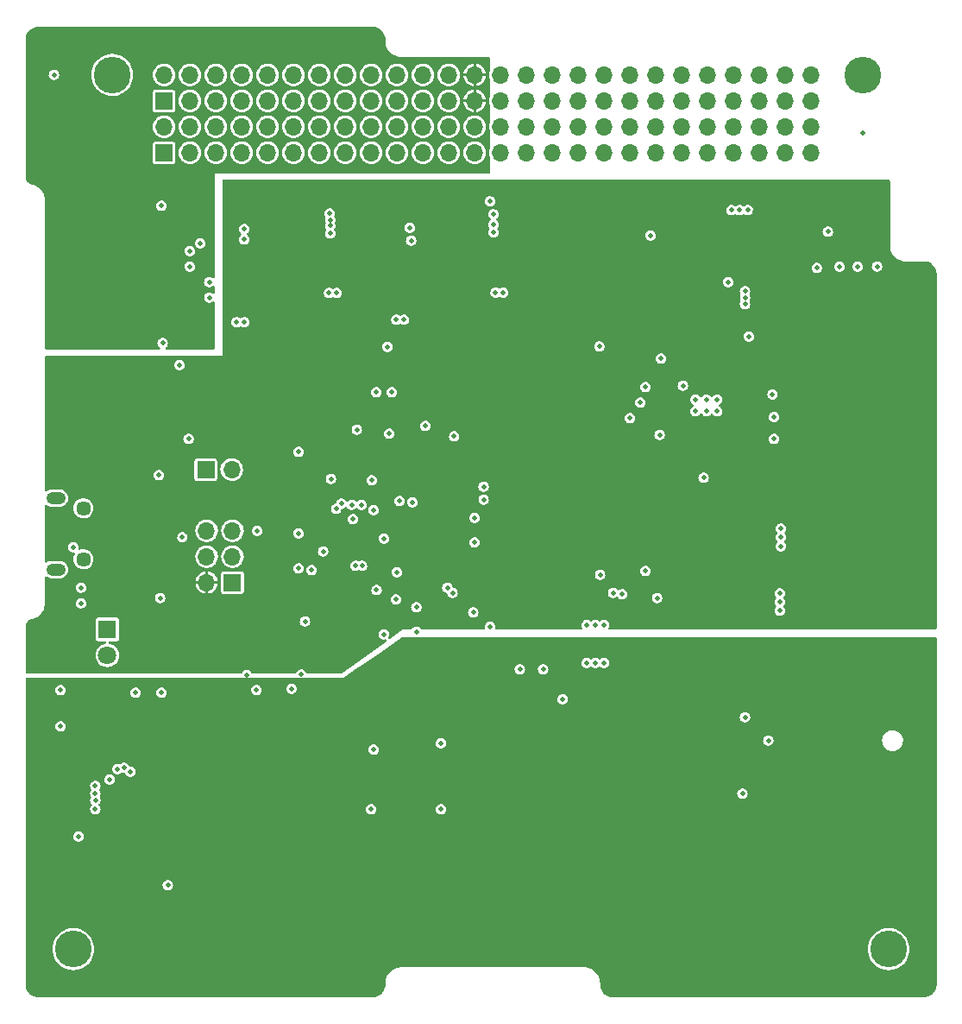
<source format=gbr>
%TF.GenerationSoftware,KiCad,Pcbnew,(6.0.5)*%
%TF.CreationDate,2022-08-15T13:00:56-04:00*%
%TF.ProjectId,SilverSat_Comms,53696c76-6572-4536-9174-5f436f6d6d73,rev?*%
%TF.SameCoordinates,Original*%
%TF.FileFunction,Copper,L3,Inr*%
%TF.FilePolarity,Positive*%
%FSLAX46Y46*%
G04 Gerber Fmt 4.6, Leading zero omitted, Abs format (unit mm)*
G04 Created by KiCad (PCBNEW (6.0.5)) date 2022-08-15 13:00:56*
%MOMM*%
%LPD*%
G01*
G04 APERTURE LIST*
G04 Aperture macros list*
%AMRoundRect*
0 Rectangle with rounded corners*
0 $1 Rounding radius*
0 $2 $3 $4 $5 $6 $7 $8 $9 X,Y pos of 4 corners*
0 Add a 4 corners polygon primitive as box body*
4,1,4,$2,$3,$4,$5,$6,$7,$8,$9,$2,$3,0*
0 Add four circle primitives for the rounded corners*
1,1,$1+$1,$2,$3*
1,1,$1+$1,$4,$5*
1,1,$1+$1,$6,$7*
1,1,$1+$1,$8,$9*
0 Add four rect primitives between the rounded corners*
20,1,$1+$1,$2,$3,$4,$5,0*
20,1,$1+$1,$4,$5,$6,$7,0*
20,1,$1+$1,$6,$7,$8,$9,0*
20,1,$1+$1,$8,$9,$2,$3,0*%
G04 Aperture macros list end*
%TA.AperFunction,ComponentPad*%
%ADD10R,1.800000X1.800000*%
%TD*%
%TA.AperFunction,ComponentPad*%
%ADD11C,1.800000*%
%TD*%
%TA.AperFunction,ComponentPad*%
%ADD12C,2.600000*%
%TD*%
%TA.AperFunction,ComponentPad*%
%ADD13C,3.600000*%
%TD*%
%TA.AperFunction,ComponentPad*%
%ADD14R,1.700000X1.700000*%
%TD*%
%TA.AperFunction,ComponentPad*%
%ADD15O,1.700000X1.700000*%
%TD*%
%TA.AperFunction,ComponentPad*%
%ADD16C,0.500000*%
%TD*%
%TA.AperFunction,ComponentPad*%
%ADD17RoundRect,0.375000X-0.875000X-0.375000X0.875000X-0.375000X0.875000X0.375000X-0.875000X0.375000X0*%
%TD*%
%TA.AperFunction,ComponentPad*%
%ADD18RoundRect,0.375000X0.375000X-0.875000X0.375000X0.875000X-0.375000X0.875000X-0.375000X-0.875000X0*%
%TD*%
%TA.AperFunction,ComponentPad*%
%ADD19C,2.500000*%
%TD*%
%TA.AperFunction,ComponentPad*%
%ADD20O,1.900000X1.200000*%
%TD*%
%TA.AperFunction,ComponentPad*%
%ADD21C,1.450000*%
%TD*%
%TA.AperFunction,ViaPad*%
%ADD22C,0.508000*%
%TD*%
G04 APERTURE END LIST*
D10*
%TO.N,GND*%
%TO.C,D1*%
X113823000Y-112796000D03*
D11*
%TO.N,Net-(D1-Pad2)*%
X113823000Y-115336000D03*
%TD*%
D12*
%TO.N,GND*%
%TO.C,H10*%
X183642000Y-136652000D03*
%TD*%
D13*
%TO.N,Net-(H3-Pad1)*%
%TO.C,H3*%
X110490000Y-144150000D03*
%TD*%
%TO.N,Net-(H6-Pad1)*%
%TO.C,H6*%
X190500000Y-144150000D03*
%TD*%
D14*
%TO.N,unconnected-(H2-Pad1)*%
%TO.C,H2*%
X119380000Y-60970008D03*
D15*
%TO.N,unconnected-(H2-Pad2)*%
X119380000Y-58430008D03*
%TO.N,/Out1 (EPS)*%
X121920000Y-60970008D03*
%TO.N,/Out2 (EPS)*%
X121920000Y-58420008D03*
%TO.N,/Out3 (EPS)*%
X124460000Y-60970008D03*
%TO.N,/Out4 (EPS)*%
X124460000Y-58420008D03*
%TO.N,/Out5 (EPS)*%
X127000000Y-60970008D03*
%TO.N,/Out6 (EPS)*%
X127000000Y-58420008D03*
%TO.N,/SHUTDOWN_A*%
X129540000Y-60970008D03*
%TO.N,/STATES_A*%
X129540000Y-58420008D03*
%TO.N,/SHUTDOWN_B*%
X132080000Y-60970008D03*
%TO.N,/STATES_B*%
X132080000Y-58420008D03*
%TO.N,/SHUTDOWN_C*%
X134620000Y-60970008D03*
%TO.N,/STATES_C*%
X134620000Y-58420008D03*
%TO.N,GND*%
X137160000Y-60970008D03*
%TO.N,/PAYLOAD_ON_A*%
X137160000Y-58420008D03*
%TO.N,/PAYLOAD_OC*%
X139700000Y-60970008D03*
%TO.N,/PAYLOAD_ON_B*%
X139700000Y-58420008D03*
%TO.N,unconnected-(H2-Pad19)*%
X142240000Y-60970008D03*
%TO.N,/PAYLOAD_ON_C*%
X142240000Y-58420008D03*
%TO.N,unconnected-(H2-Pad21)*%
X144780000Y-60970008D03*
%TO.N,unconnected-(H2-Pad22)*%
X144780000Y-58420008D03*
%TO.N,unconnected-(H2-Pad23)*%
X147320000Y-60970008D03*
%TO.N,unconnected-(H2-Pad24)*%
X147320000Y-58420008D03*
%TO.N,+5V*%
X149860000Y-60970008D03*
X149860000Y-58420008D03*
%TO.N,+3V3*%
X152400000Y-60970008D03*
X152400000Y-58420008D03*
%TO.N,GND*%
X154940000Y-60970008D03*
X154940000Y-58420008D03*
X157480000Y-60970008D03*
X157480000Y-58420008D03*
%TO.N,unconnected-(H2-Pad33)*%
X160020000Y-60970008D03*
%TO.N,unconnected-(H2-Pad34)*%
X160020000Y-58420008D03*
%TO.N,unconnected-(H2-Pad35)*%
X162560000Y-60970008D03*
%TO.N,unconnected-(H2-Pad36)*%
X162560000Y-58420008D03*
%TO.N,unconnected-(H2-Pad37)*%
X165100000Y-60970008D03*
%TO.N,unconnected-(H2-Pad38)*%
X165100000Y-58420008D03*
%TO.N,unconnected-(H2-Pad39)*%
X167640000Y-60970008D03*
%TO.N,unconnected-(H2-Pad40)*%
X167640000Y-58420008D03*
%TO.N,/BCR_Out*%
X170180000Y-60970008D03*
X170180000Y-58420008D03*
X172720000Y-60970008D03*
X172720000Y-58420008D03*
%TO.N,/BattRaw*%
X175260000Y-60970008D03*
X175260000Y-58420008D03*
%TO.N,unconnected-(H2-Pad47)*%
X177800000Y-60970008D03*
%TO.N,unconnected-(H2-Pad48)*%
X177800000Y-58420008D03*
%TO.N,unconnected-(H2-Pad49)*%
X180340000Y-60970008D03*
%TO.N,unconnected-(H2-Pad50)*%
X180340000Y-58420008D03*
%TO.N,unconnected-(H2-Pad51)*%
X182880000Y-60970008D03*
%TO.N,unconnected-(H2-Pad52)*%
X182880000Y-58420008D03*
%TD*%
D12*
%TO.N,GND*%
%TO.C,H9*%
X142113000Y-117348000D03*
%TD*%
D13*
%TO.N,Net-(H4-Pad1)*%
%TO.C,H4*%
X114300000Y-58420000D03*
%TD*%
D12*
%TO.N,GND*%
%TO.C,H8*%
X145161000Y-136652000D03*
%TD*%
D14*
%TO.N,GND*%
%TO.C,J6*%
X123485000Y-97125000D03*
D15*
%TO.N,/~{RESET}*%
X126025000Y-97125000D03*
%TD*%
D14*
%TO.N,/MISO*%
%TO.C,J5*%
X126106000Y-108204000D03*
D15*
%TO.N,/3V3_Protected*%
X123566000Y-108204000D03*
%TO.N,/SCK*%
X126106000Y-105664000D03*
%TO.N,/MOSI*%
X123566000Y-105664000D03*
%TO.N,/~{RESET}*%
X126106000Y-103124000D03*
%TO.N,GND*%
X123566000Y-103124000D03*
%TD*%
D16*
%TO.N,GND*%
%TO.C,U6*%
X171528003Y-91405405D03*
X173678012Y-90255395D03*
X173678012Y-91405405D03*
X171528003Y-90255395D03*
X172603008Y-90255395D03*
X172603008Y-91405405D03*
%TD*%
D12*
%TO.N,GND*%
%TO.C,H7*%
X183642000Y-117348000D03*
%TD*%
D17*
%TO.N,GND*%
%TO.C,S3*%
X152682107Y-133018835D03*
X165082107Y-114318835D03*
D18*
X180382107Y-130418835D03*
%TD*%
D19*
%TO.N,GND*%
%TO.C,J2*%
X188341000Y-121158000D03*
X193421000Y-121158000D03*
X188341000Y-126238000D03*
X193421000Y-126238000D03*
%TD*%
D20*
%TO.N,Net-(C1-Pad1)*%
%TO.C,J1*%
X108759994Y-106924990D03*
D21*
X111459994Y-100924990D03*
X111459994Y-105924990D03*
D20*
X108759994Y-99924990D03*
%TD*%
D14*
%TO.N,unconnected-(H1-Pad1)*%
%TO.C,H1*%
X119380000Y-66050008D03*
D15*
%TO.N,unconnected-(H1-Pad2)*%
X119380000Y-63510008D03*
%TO.N,GND*%
X121920000Y-66050008D03*
%TO.N,unconnected-(H1-Pad4)*%
X121920000Y-63500008D03*
%TO.N,/PAYLOAD_RXD+*%
X124460000Y-66050008D03*
%TO.N,/PAYLOAD_TXD+*%
X124460000Y-63500008D03*
%TO.N,/PAYLOAD_RXD-*%
X127000000Y-66050008D03*
%TO.N,/PAYLOAD_TXD-*%
X127000000Y-63500008D03*
%TO.N,/RADIO_TXD+*%
X129540000Y-66050008D03*
%TO.N,/RADIO_RXD+*%
X129540000Y-63500008D03*
%TO.N,/RADIO_TXD-*%
X132080000Y-66050008D03*
%TO.N,/RADIO_RXD-*%
X132080000Y-63500008D03*
%TO.N,GND*%
X134620000Y-66050008D03*
%TO.N,unconnected-(H1-Pad14)*%
X134620000Y-63500008D03*
%TO.N,unconnected-(H1-Pad15)*%
X137160000Y-66050008D03*
%TO.N,unconnected-(H1-Pad16)*%
X137160000Y-63500008D03*
%TO.N,unconnected-(H1-Pad17)*%
X139700000Y-66050008D03*
%TO.N,unconnected-(H1-Pad18)*%
X139700000Y-63500008D03*
%TO.N,unconnected-(H1-Pad19)*%
X142240000Y-66050008D03*
%TO.N,unconnected-(H1-Pad20)*%
X142240000Y-63500008D03*
%TO.N,unconnected-(H1-Pad21)*%
X144780000Y-66050008D03*
%TO.N,/RS485_B*%
X144780000Y-63500008D03*
%TO.N,unconnected-(H1-Pad23)*%
X147320000Y-66050008D03*
%TO.N,/RS485_A*%
X147320000Y-63500008D03*
%TO.N,unconnected-(H1-Pad25)*%
X149860000Y-66050008D03*
%TO.N,unconnected-(H1-Pad26)*%
X149860000Y-63500008D03*
%TO.N,unconnected-(H1-Pad27)*%
X152400000Y-66050008D03*
%TO.N,/EPS_RESET*%
X152400000Y-63500008D03*
%TO.N,unconnected-(H1-Pad29)*%
X154940000Y-66050008D03*
%TO.N,/V_RTC*%
X154940000Y-63500008D03*
%TO.N,unconnected-(H1-Pad31)*%
X157480000Y-66050008D03*
%TO.N,/EPS_5V_USB*%
X157480000Y-63500008D03*
%TO.N,unconnected-(H1-Pad33)*%
X160020000Y-66050008D03*
%TO.N,unconnected-(H1-Pad34)*%
X160020000Y-63500008D03*
%TO.N,/Radio_SDA*%
X162560000Y-66050008D03*
%TO.N,unconnected-(H1-Pad36)*%
X162560000Y-63500008D03*
%TO.N,/Radio_SCLK*%
X165100000Y-66050008D03*
%TO.N,GND*%
X165100000Y-63500008D03*
%TO.N,unconnected-(H1-Pad39)*%
X167640000Y-66050008D03*
%TO.N,unconnected-(H1-Pad40)*%
X167640000Y-63500008D03*
%TO.N,/Power_SDA*%
X170180000Y-66050008D03*
%TO.N,GND*%
X170180000Y-63500008D03*
%TO.N,/Power_SCLK*%
X172720000Y-66050008D03*
%TO.N,unconnected-(H1-Pad44)*%
X172720000Y-63500008D03*
%TO.N,/PLD_SDA*%
X175260000Y-66050008D03*
%TO.N,GND*%
X175260000Y-63500008D03*
%TO.N,/PLD_SCLK*%
X177800000Y-66050008D03*
%TO.N,/+3V3_LUP*%
X177800000Y-63500008D03*
%TO.N,unconnected-(H1-Pad49)*%
X180340000Y-66050008D03*
%TO.N,GND*%
X180340000Y-63500008D03*
%TO.N,/+5V_LUP*%
X182880000Y-66050008D03*
%TO.N,unconnected-(H1-Pad52)*%
X182880000Y-63500008D03*
%TD*%
D17*
%TO.N,GND*%
%TO.C,S1*%
X114180000Y-139192000D03*
X126580000Y-120492000D03*
D18*
X141880000Y-136592000D03*
%TD*%
D13*
%TO.N,Net-(H5-Pad1)*%
%TO.C,H5*%
X187960000Y-58420000D03*
%TD*%
D22*
%TO.N,GND*%
X179810000Y-110975000D03*
X179810000Y-109265000D03*
X179920000Y-104635000D03*
X179920000Y-102905000D03*
X175060000Y-71685000D03*
X176670000Y-71665000D03*
X170307000Y-88900000D03*
X106934000Y-120523000D03*
X163449000Y-109220000D03*
X157734000Y-125476000D03*
X156464000Y-131318000D03*
X127254000Y-82664000D03*
X127254000Y-139192000D03*
X168656000Y-129540000D03*
X143510000Y-125476000D03*
X155416098Y-118715829D03*
X110109000Y-139192000D03*
X111506000Y-120523000D03*
X157480000Y-114300000D03*
X121158000Y-139192000D03*
X165989000Y-132969000D03*
X168656000Y-131318000D03*
X140208000Y-127254000D03*
X141986000Y-129540000D03*
X184912000Y-124460000D03*
X149733000Y-111125000D03*
X140243189Y-108934818D03*
X169037000Y-132969000D03*
X180467000Y-117475000D03*
X146812000Y-114300000D03*
X176403000Y-80899000D03*
X149352000Y-125476000D03*
X133223000Y-112014000D03*
X148844000Y-131318000D03*
X143510000Y-131318000D03*
X106680000Y-130048000D03*
X150749000Y-100076000D03*
X157734000Y-123698000D03*
X151892000Y-129540000D03*
X116078000Y-120523000D03*
X130810000Y-128397000D03*
X172593000Y-114300000D03*
X123565179Y-135380971D03*
X181864000Y-124460000D03*
X123698000Y-120523000D03*
X162560000Y-129540000D03*
X122385000Y-133850000D03*
X113817900Y-122174000D03*
X156464000Y-129540000D03*
X116586000Y-139192000D03*
X184785000Y-144145000D03*
X183388000Y-124460000D03*
X180467000Y-114427000D03*
X150368000Y-129540000D03*
X178181000Y-132969000D03*
X131826000Y-139192000D03*
X121920000Y-77216000D03*
X126492000Y-82664000D03*
X159893000Y-132969000D03*
X170180000Y-129540000D03*
X141986000Y-131318000D03*
X140462000Y-131318000D03*
X148336000Y-114300000D03*
X155311221Y-125603000D03*
X181864000Y-122936000D03*
X116072179Y-129919971D03*
X143510000Y-129540000D03*
X179705000Y-132969000D03*
X146960000Y-127500000D03*
X142177771Y-82423000D03*
X140462000Y-123698000D03*
X113560000Y-135775000D03*
X140208000Y-89535000D03*
X120898179Y-132713971D03*
X141732000Y-89535000D03*
X129667000Y-120523000D03*
X174117000Y-114300000D03*
X165608000Y-129540000D03*
X176784000Y-84074000D03*
X114935000Y-128905000D03*
X129026179Y-124458971D03*
X174244000Y-127000000D03*
X118110000Y-139192000D03*
X111240200Y-108712000D03*
X132588000Y-103378000D03*
X174244000Y-128524000D03*
X186436000Y-122936000D03*
X113817900Y-123818942D03*
X151362471Y-70811629D03*
X185674000Y-77216000D03*
X135699500Y-73215500D03*
X141986000Y-120523000D03*
X169545000Y-114300000D03*
X106680000Y-125476000D03*
X159512000Y-131318000D03*
X141986000Y-133223000D03*
X156718000Y-122525000D03*
X162560000Y-131318000D03*
X114577397Y-120546397D03*
X173609000Y-132969000D03*
X127500000Y-117275000D03*
X156845000Y-132969000D03*
X140208000Y-128778000D03*
X167513000Y-132969000D03*
X120650000Y-120523000D03*
X121793000Y-94107000D03*
X122422179Y-132713971D03*
X147955000Y-127508000D03*
X168148000Y-125476000D03*
X106680000Y-137668000D03*
X165608000Y-131318000D03*
X170180000Y-131318000D03*
X149352000Y-123698000D03*
X151711971Y-73097629D03*
X145161000Y-116078000D03*
X147828000Y-123698000D03*
X140970000Y-139192000D03*
X135699500Y-72644000D03*
X119501179Y-128903971D03*
X122422179Y-127633971D03*
X106680000Y-122301000D03*
X153416000Y-129540000D03*
X125724179Y-136650971D03*
X138760000Y-100600000D03*
X153416000Y-131318000D03*
X106680000Y-133096000D03*
X159258000Y-123698000D03*
X119507000Y-130937000D03*
X175860000Y-71675000D03*
X179234800Y-91973400D03*
X110460000Y-104725000D03*
X180467000Y-118999000D03*
X114935000Y-130937000D03*
X143510000Y-123698000D03*
X179920000Y-103765000D03*
X167132000Y-131318000D03*
X141478000Y-93599000D03*
X153910000Y-123225000D03*
X162179000Y-107442000D03*
X175133000Y-132969000D03*
X152908000Y-114300000D03*
X164338000Y-109347000D03*
X153910000Y-122525000D03*
X151892000Y-131318000D03*
X168148000Y-86233000D03*
X172593000Y-122936000D03*
X159512000Y-114300000D03*
X153035000Y-118715829D03*
X164465000Y-132969000D03*
X118872000Y-97663000D03*
X137922000Y-139192000D03*
X169672000Y-125476000D03*
X145161000Y-120650000D03*
X140589000Y-120523000D03*
X134874000Y-139192000D03*
X173228000Y-131318000D03*
X164084000Y-131318000D03*
X168148000Y-123698000D03*
X147320000Y-131318000D03*
X163576000Y-123698000D03*
X157988000Y-131318000D03*
X145034000Y-129540000D03*
X161417000Y-132969000D03*
X116072179Y-128905000D03*
X127762000Y-128397000D03*
X106680000Y-134620000D03*
X130042179Y-132713971D03*
X117221000Y-129921000D03*
X189357000Y-77216000D03*
X145796000Y-132969000D03*
X121183900Y-103759000D03*
X133350000Y-139192000D03*
X138303000Y-93218000D03*
X119126000Y-120523000D03*
X151711971Y-73859629D03*
X167132000Y-129540000D03*
X118260000Y-137875000D03*
X124206000Y-139192000D03*
X169672000Y-123698000D03*
X117602000Y-120523000D03*
X163830000Y-125476000D03*
X122174000Y-120523000D03*
X116078000Y-130937000D03*
X164084000Y-129540000D03*
X158369000Y-132969000D03*
X141986000Y-122301000D03*
X151384000Y-114300000D03*
X150368000Y-131318000D03*
X176403000Y-79629000D03*
X125730000Y-139192000D03*
X141986000Y-127635000D03*
X130550179Y-124458971D03*
X166624000Y-123698000D03*
X145161000Y-119126000D03*
X134868179Y-132205971D03*
X155956000Y-114300000D03*
X180467000Y-125095000D03*
X149860000Y-114300000D03*
X142141030Y-109855000D03*
X156718000Y-121825000D03*
X145034000Y-92837000D03*
X165100000Y-123698000D03*
X128524000Y-103124000D03*
X119634000Y-139192000D03*
X159512000Y-129540000D03*
X172720000Y-125476000D03*
X173228000Y-129540000D03*
X135763000Y-127254000D03*
X120210000Y-124975000D03*
X135763000Y-128778000D03*
X152400000Y-123698000D03*
X180467000Y-115951000D03*
X150749000Y-98806000D03*
X179095400Y-89763600D03*
X130302000Y-139192000D03*
X117221000Y-130937000D03*
X154432000Y-114300000D03*
X120898179Y-124458971D03*
X141986000Y-125476000D03*
X149860000Y-101854000D03*
X128518179Y-132713971D03*
X171069000Y-114300000D03*
X141986000Y-123698000D03*
X145034000Y-123698000D03*
X107061000Y-139192000D03*
X180467000Y-120523000D03*
X136398000Y-139192000D03*
X151915371Y-79771729D03*
X154940000Y-129540000D03*
X139065000Y-120523000D03*
X119253000Y-84709000D03*
X132715000Y-120523000D03*
X167498679Y-122232400D03*
X128778000Y-139192000D03*
X108585000Y-58420000D03*
X170561000Y-132969000D03*
X179810000Y-110105000D03*
X108585000Y-139192000D03*
X147193000Y-108712000D03*
X145288000Y-114300000D03*
X165735000Y-119888000D03*
X139446000Y-139192000D03*
X166624000Y-125476000D03*
X150876000Y-123698000D03*
X117221000Y-128905000D03*
X122682000Y-139192000D03*
X177419000Y-114300000D03*
X106680000Y-128524000D03*
X168021000Y-114300000D03*
X147320000Y-129540000D03*
X172085000Y-132969000D03*
X114935000Y-129921000D03*
X120898179Y-127633971D03*
X157988000Y-129540000D03*
X142939771Y-82423000D03*
X179237800Y-94107000D03*
X187960000Y-64135000D03*
X145161000Y-122174000D03*
X159258000Y-125476000D03*
X116710000Y-137425000D03*
X166624000Y-89027000D03*
X109347000Y-137160000D03*
X149860000Y-104267000D03*
X140955000Y-113278629D03*
X120904000Y-86868000D03*
X132840000Y-117215000D03*
X174752000Y-78740000D03*
X119126000Y-71247000D03*
X162306000Y-125476000D03*
X162941000Y-132969000D03*
X148844000Y-132969000D03*
X116459000Y-144145000D03*
X154940000Y-131318000D03*
X160782000Y-125476000D03*
X178943000Y-114300000D03*
X135573000Y-79802000D03*
X184531000Y-73787000D03*
X171704000Y-131318000D03*
X109214179Y-131824971D03*
X135763000Y-120523000D03*
X137287000Y-120523000D03*
X106680000Y-123952000D03*
X165100000Y-92075000D03*
X186436000Y-124460000D03*
X113030000Y-120523000D03*
X184912000Y-122936000D03*
X122422179Y-124458971D03*
X171704000Y-129540000D03*
X152677371Y-79771729D03*
X180467000Y-128143000D03*
X108458000Y-120523000D03*
X156710000Y-123225000D03*
X106680000Y-131572000D03*
X155321000Y-132969000D03*
X150368000Y-132969000D03*
X148844000Y-129540000D03*
X135001000Y-127254000D03*
X135699500Y-73977500D03*
X175641000Y-114300000D03*
X145034000Y-131318000D03*
X135636000Y-72009000D03*
X145034000Y-125476000D03*
X147320000Y-132969000D03*
X151711971Y-72081629D03*
X145161000Y-127508000D03*
X116560000Y-133225000D03*
X136335000Y-79802000D03*
X131191000Y-120523000D03*
X111633000Y-139192000D03*
X167132000Y-74168000D03*
X177292000Y-128778000D03*
X115210000Y-136675000D03*
X145161000Y-117602000D03*
X175387000Y-123571000D03*
X133725179Y-132205971D03*
X111240200Y-110236000D03*
X166624000Y-107061000D03*
X109982000Y-120523000D03*
X187452000Y-77216000D03*
X153910000Y-121825000D03*
X180467000Y-126619000D03*
X161036000Y-131318000D03*
X140462000Y-125476000D03*
X171196000Y-125476000D03*
X176657000Y-132969000D03*
X183388000Y-122936000D03*
X152400000Y-125476000D03*
X115960000Y-133225000D03*
X176403000Y-80264000D03*
X180467000Y-122047000D03*
X166129000Y-90551000D03*
X174879000Y-125222000D03*
X106680000Y-136144000D03*
X150876000Y-125476000D03*
X140970000Y-103886000D03*
X132588000Y-95377000D03*
X165354000Y-126365000D03*
X161036000Y-129540000D03*
X171196000Y-123698000D03*
X172339000Y-97917000D03*
X177292000Y-121539000D03*
X134239000Y-120523000D03*
X106680000Y-127000000D03*
%TO.N,/PWRAMP*%
X109220000Y-118745000D03*
X109220000Y-122301000D03*
%TO.N,/MISO*%
X112643179Y-128903971D03*
%TO.N,/SCK*%
X112643179Y-128143000D03*
%TO.N,/MOSI*%
X112649000Y-129540000D03*
%TO.N,/SAMD21/TXLED*%
X144145000Y-110617000D03*
X144145000Y-113030000D03*
%TO.N,/~{RESET}*%
X147701000Y-109220000D03*
X118999000Y-109728000D03*
X151384000Y-112522000D03*
%TO.N,/Release_B*%
X139774371Y-98171000D03*
X122936000Y-74930000D03*
%TO.N,/IRQ*%
X112643179Y-130427971D03*
X136779000Y-100457000D03*
%TO.N,/~{SEL}*%
X119126000Y-118999000D03*
X116589544Y-119002544D03*
X136271000Y-100965000D03*
X114046000Y-127508000D03*
%TO.N,/SYSCLK*%
X114808000Y-126492000D03*
X135763000Y-98044000D03*
%TO.N,/OC5V*%
X137922000Y-101981000D03*
X168021000Y-93726000D03*
%TO.N,/OC3V3*%
X135001000Y-105156000D03*
X183438829Y-77343000D03*
%TO.N,/SDA*%
X156591000Y-116713000D03*
X138176000Y-106553000D03*
%TO.N,/SCL*%
X154305000Y-116713000D03*
X138811000Y-106553000D03*
%TO.N,/TX{slash}~{RX}*%
X142240000Y-107188000D03*
X176403000Y-121412000D03*
%TO.N,/PA*%
X139954000Y-124587000D03*
X146558000Y-123952000D03*
%TO.N,/3V3_Protected*%
X146812000Y-101854000D03*
X136652000Y-90805000D03*
X146558000Y-78105000D03*
X170815000Y-96393000D03*
X144404035Y-107518677D03*
X187071000Y-70104000D03*
X150876000Y-97536000D03*
X146558000Y-78867000D03*
X135763000Y-111125000D03*
X169164000Y-95504000D03*
X132720000Y-115955000D03*
X188722000Y-70104000D03*
X146558000Y-110236000D03*
X140970000Y-109728000D03*
X161163000Y-97536000D03*
X158496000Y-111909000D03*
X158496000Y-119634000D03*
X138049000Y-112776000D03*
X129200000Y-116005000D03*
X187960000Y-70104000D03*
X130937000Y-104013000D03*
X130384114Y-78911885D03*
X130384114Y-78149885D03*
X129413000Y-97409000D03*
%TO.N,+5V*%
X124079000Y-81661000D03*
X121539000Y-81661000D03*
%TO.N,/PAYLOAD_TXD+*%
X127254000Y-73533000D03*
%TO.N,/PAYLOAD_TXD-*%
X127254000Y-74549000D03*
%TO.N,/TXD1*%
X147851397Y-93876397D03*
X139954000Y-101092000D03*
%TO.N,/RADIO_TXD+*%
X143510000Y-73406000D03*
%TO.N,/Release_A*%
X121920000Y-75692000D03*
X137795000Y-100584000D03*
%TO.N,/DCLK*%
X132588000Y-106807000D03*
X115443000Y-126365000D03*
%TO.N,/DATA*%
X116072179Y-126744971D03*
X133858000Y-106970852D03*
%TO.N,/RF*%
X178689000Y-123698000D03*
%TO.N,/~{TX}{slash}RX*%
X142494000Y-100203000D03*
X176149000Y-128905000D03*
%TO.N,/RX*%
X139700000Y-130429000D03*
X146558000Y-130429000D03*
%TO.N,/5V_Current*%
X162102800Y-85039200D03*
X141303374Y-85086826D03*
%TO.N,/PAENABLE*%
X167767000Y-109728000D03*
X143764000Y-100330000D03*
%TO.N,/PAPowerSwitch/Vout*%
X161721800Y-112369600D03*
X161721800Y-116078000D03*
X160858200Y-112369600D03*
X160858200Y-116078000D03*
X162585400Y-116078000D03*
X162585400Y-112369600D03*
%TO.N,/Radio_SDA*%
X123825000Y-78740000D03*
%TO.N,/Radio_SCLK*%
X123825000Y-80264000D03*
%TO.N,/RADIO_TXD-*%
X143637000Y-74676000D03*
%TO.N,Net-(C17-Pad1)*%
X131900000Y-118605000D03*
X119760000Y-137875000D03*
%TO.N,Net-(C19-Pad2)*%
X110998000Y-133096000D03*
X128460000Y-118745000D03*
%TD*%
%TA.AperFunction,Conductor*%
%TO.N,/3V3_Protected*%
G36*
X190570621Y-68727002D02*
G01*
X190617114Y-68780658D01*
X190628500Y-68833000D01*
X190628500Y-75090060D01*
X190626949Y-75109771D01*
X190623745Y-75130000D01*
X190625049Y-75138231D01*
X190625297Y-75141698D01*
X190625297Y-75142417D01*
X190625434Y-75143610D01*
X190640599Y-75355646D01*
X190688686Y-75576698D01*
X190767742Y-75788657D01*
X190876159Y-75987208D01*
X190941859Y-76074973D01*
X191008113Y-76163477D01*
X191011729Y-76168308D01*
X191171692Y-76328271D01*
X191352792Y-76463841D01*
X191551343Y-76572258D01*
X191555555Y-76573829D01*
X191759081Y-76649740D01*
X191759085Y-76649741D01*
X191763302Y-76651314D01*
X191767705Y-76652272D01*
X191767709Y-76652273D01*
X191979950Y-76698443D01*
X191984354Y-76699401D01*
X192140106Y-76710541D01*
X192143501Y-76711025D01*
X192143502Y-76711016D01*
X192146386Y-76711266D01*
X192146392Y-76711266D01*
X192149091Y-76711500D01*
X192151801Y-76711500D01*
X192154347Y-76711610D01*
X192157891Y-76711813D01*
X192173240Y-76712911D01*
X192196385Y-76714566D01*
X192197581Y-76714703D01*
X192198302Y-76714703D01*
X192201769Y-76714951D01*
X192210000Y-76716255D01*
X192219792Y-76714704D01*
X192219794Y-76714704D01*
X192230229Y-76713051D01*
X192249940Y-76711500D01*
X193940060Y-76711500D01*
X193959771Y-76713051D01*
X193970206Y-76714704D01*
X193970208Y-76714704D01*
X193980000Y-76716255D01*
X193989795Y-76714703D01*
X193999710Y-76714703D01*
X193999710Y-76714846D01*
X194014921Y-76714248D01*
X194160729Y-76725724D01*
X194180257Y-76728817D01*
X194227424Y-76740141D01*
X194346901Y-76768825D01*
X194365695Y-76774931D01*
X194524030Y-76840516D01*
X194541641Y-76849490D01*
X194687761Y-76939033D01*
X194703756Y-76950653D01*
X194717832Y-76962675D01*
X194834072Y-77061952D01*
X194848051Y-77075931D01*
X194959347Y-77206244D01*
X194970967Y-77222239D01*
X195060510Y-77368359D01*
X195069484Y-77385970D01*
X195116382Y-77499191D01*
X195135067Y-77544300D01*
X195141175Y-77563099D01*
X195155159Y-77621346D01*
X195181183Y-77729743D01*
X195184276Y-77749271D01*
X195195752Y-77895079D01*
X195195154Y-77910290D01*
X195195297Y-77910290D01*
X195195297Y-77920205D01*
X195193745Y-77930000D01*
X195195296Y-77939792D01*
X195195296Y-77939794D01*
X195196949Y-77950229D01*
X195198500Y-77969940D01*
X195198500Y-112689324D01*
X195178498Y-112757445D01*
X195124842Y-112803938D01*
X195072523Y-112815324D01*
X191781671Y-112815933D01*
X163132746Y-112821237D01*
X163064622Y-112801248D01*
X163018119Y-112747601D01*
X163008002Y-112677328D01*
X163019331Y-112640299D01*
X163020451Y-112637989D01*
X163074810Y-112525791D01*
X163092081Y-112423133D01*
X163098170Y-112386944D01*
X163098170Y-112386941D01*
X163098976Y-112382152D01*
X163099129Y-112369600D01*
X163089344Y-112301274D01*
X163079754Y-112234306D01*
X163079753Y-112234303D01*
X163078480Y-112225413D01*
X163074762Y-112217235D01*
X163021908Y-112100990D01*
X163021907Y-112100988D01*
X163018192Y-112092818D01*
X162923113Y-111982473D01*
X162800885Y-111903248D01*
X162661334Y-111861514D01*
X162652358Y-111861459D01*
X162652357Y-111861459D01*
X162591044Y-111861085D01*
X162515679Y-111860624D01*
X162375629Y-111900651D01*
X162252442Y-111978376D01*
X162246500Y-111985104D01*
X162239664Y-111990922D01*
X162238268Y-111989282D01*
X162188403Y-112020662D01*
X162117409Y-112019986D01*
X162071225Y-111994380D01*
X162065376Y-111989277D01*
X162059513Y-111982473D01*
X161937285Y-111903248D01*
X161797734Y-111861514D01*
X161788758Y-111861459D01*
X161788757Y-111861459D01*
X161727444Y-111861085D01*
X161652079Y-111860624D01*
X161512029Y-111900651D01*
X161388842Y-111978376D01*
X161382900Y-111985104D01*
X161376064Y-111990922D01*
X161374668Y-111989282D01*
X161324803Y-112020662D01*
X161253809Y-112019986D01*
X161207625Y-111994380D01*
X161201776Y-111989277D01*
X161195913Y-111982473D01*
X161073685Y-111903248D01*
X160934134Y-111861514D01*
X160925158Y-111861459D01*
X160925157Y-111861459D01*
X160863844Y-111861085D01*
X160788479Y-111860624D01*
X160648429Y-111900651D01*
X160525242Y-111978376D01*
X160519300Y-111985104D01*
X160493856Y-112013914D01*
X160428822Y-112087551D01*
X160425008Y-112095674D01*
X160425007Y-112095676D01*
X160370733Y-112211276D01*
X160366919Y-112219400D01*
X160365539Y-112228265D01*
X160365538Y-112228267D01*
X160353134Y-112307934D01*
X160344509Y-112363324D01*
X160345673Y-112372226D01*
X160345673Y-112372229D01*
X160352330Y-112423133D01*
X160363395Y-112507752D01*
X160367009Y-112515965D01*
X160367010Y-112515969D01*
X160422059Y-112641074D01*
X160419742Y-112642093D01*
X160435169Y-112697575D01*
X160414188Y-112765400D01*
X160359868Y-112811116D01*
X160309205Y-112821760D01*
X155257491Y-112822695D01*
X151997989Y-112823299D01*
X151929865Y-112803310D01*
X151883362Y-112749663D01*
X151873712Y-112676394D01*
X151875858Y-112663643D01*
X151892681Y-112563648D01*
X151896770Y-112539344D01*
X151896770Y-112539341D01*
X151897576Y-112534552D01*
X151897729Y-112522000D01*
X151890670Y-112472710D01*
X151878354Y-112386706D01*
X151878353Y-112386703D01*
X151877080Y-112377813D01*
X151871156Y-112364783D01*
X151820508Y-112253390D01*
X151820507Y-112253388D01*
X151816792Y-112245218D01*
X151721713Y-112134873D01*
X151599485Y-112055648D01*
X151459934Y-112013914D01*
X151450958Y-112013859D01*
X151450957Y-112013859D01*
X151389644Y-112013485D01*
X151314279Y-112013024D01*
X151174229Y-112053051D01*
X151051042Y-112130776D01*
X150954622Y-112239951D01*
X150950808Y-112248074D01*
X150950807Y-112248076D01*
X150929626Y-112293190D01*
X150892719Y-112371800D01*
X150891339Y-112380665D01*
X150891338Y-112380667D01*
X150872503Y-112501636D01*
X150870309Y-112515724D01*
X150871473Y-112524626D01*
X150871473Y-112524629D01*
X150887302Y-112645675D01*
X150889195Y-112660152D01*
X150891469Y-112665319D01*
X150890545Y-112734633D01*
X150851369Y-112793842D01*
X150786401Y-112822472D01*
X150770168Y-112823526D01*
X144690971Y-112824652D01*
X144622848Y-112804663D01*
X144584801Y-112766539D01*
X144581507Y-112761388D01*
X144577792Y-112753218D01*
X144567457Y-112741223D01*
X144488574Y-112649675D01*
X144482713Y-112642873D01*
X144360485Y-112563648D01*
X144220934Y-112521914D01*
X144211958Y-112521859D01*
X144211957Y-112521859D01*
X144150644Y-112521485D01*
X144075279Y-112521024D01*
X143935229Y-112561051D01*
X143812042Y-112638776D01*
X143715622Y-112747951D01*
X143711807Y-112756076D01*
X143706878Y-112763580D01*
X143704829Y-112762234D01*
X143666480Y-112805562D01*
X143599501Y-112824854D01*
X143339978Y-112824902D01*
X142829795Y-112824996D01*
X142829794Y-112824996D01*
X142810000Y-112825000D01*
X142580806Y-112989852D01*
X141571362Y-113715914D01*
X141504381Y-113739452D01*
X141435307Y-113723042D01*
X141386071Y-113671892D01*
X141372304Y-113602243D01*
X141384397Y-113558687D01*
X141385227Y-113556975D01*
X141444410Y-113434820D01*
X141464208Y-113317144D01*
X141467770Y-113295973D01*
X141467770Y-113295970D01*
X141468576Y-113291181D01*
X141468729Y-113278629D01*
X141448080Y-113134442D01*
X141444362Y-113126264D01*
X141391508Y-113010019D01*
X141391507Y-113010017D01*
X141387792Y-113001847D01*
X141292713Y-112891502D01*
X141170485Y-112812277D01*
X141030934Y-112770543D01*
X141021958Y-112770488D01*
X141021957Y-112770488D01*
X140960644Y-112770114D01*
X140885279Y-112769653D01*
X140745229Y-112809680D01*
X140737642Y-112814467D01*
X140737640Y-112814468D01*
X140671377Y-112856277D01*
X140622042Y-112887405D01*
X140525622Y-112996580D01*
X140463719Y-113128429D01*
X140462339Y-113137294D01*
X140462338Y-113137296D01*
X140457534Y-113168152D01*
X140441309Y-113272353D01*
X140442473Y-113281255D01*
X140442473Y-113281258D01*
X140446799Y-113314336D01*
X140460195Y-113416781D01*
X140463809Y-113424994D01*
X140463810Y-113424998D01*
X140471688Y-113442901D01*
X140518859Y-113550103D01*
X140524634Y-113556973D01*
X140524635Y-113556975D01*
X140532140Y-113565903D01*
X140612583Y-113661602D01*
X140620060Y-113666579D01*
X140726361Y-113737339D01*
X140726363Y-113737340D01*
X140733834Y-113742313D01*
X140872864Y-113785750D01*
X141018498Y-113788419D01*
X141027162Y-113786057D01*
X141073452Y-113773437D01*
X141144436Y-113774817D01*
X141203404Y-113814354D01*
X141231637Y-113879496D01*
X141220169Y-113949560D01*
X141180168Y-113997288D01*
X139074807Y-115511609D01*
X136823104Y-117131189D01*
X136749223Y-117154900D01*
X135819379Y-117152625D01*
X133448102Y-117146822D01*
X133380032Y-117126654D01*
X133333671Y-117072885D01*
X133333192Y-117071592D01*
X133333080Y-117070813D01*
X133330346Y-117064800D01*
X133276508Y-116946390D01*
X133276507Y-116946388D01*
X133272792Y-116938218D01*
X133177713Y-116827873D01*
X133055485Y-116748648D01*
X132915934Y-116706914D01*
X132906958Y-116706859D01*
X132906957Y-116706859D01*
X132845644Y-116706485D01*
X132770279Y-116706024D01*
X132630229Y-116746051D01*
X132622642Y-116750838D01*
X132622640Y-116750839D01*
X132593085Y-116769487D01*
X132507042Y-116823776D01*
X132410622Y-116932951D01*
X132406808Y-116941074D01*
X132406807Y-116941076D01*
X132351719Y-117058410D01*
X132348719Y-117064800D01*
X132347011Y-117063998D01*
X132314091Y-117113987D01*
X132249185Y-117142757D01*
X132232339Y-117143847D01*
X128075196Y-117133675D01*
X128007124Y-117113506D01*
X127960805Y-117059828D01*
X127932792Y-116998218D01*
X127837713Y-116887873D01*
X127715485Y-116808648D01*
X127575934Y-116766914D01*
X127566958Y-116766859D01*
X127566957Y-116766859D01*
X127505644Y-116766485D01*
X127430279Y-116766024D01*
X127290229Y-116806051D01*
X127282642Y-116810838D01*
X127282640Y-116810839D01*
X127218748Y-116851152D01*
X127167042Y-116883776D01*
X127070622Y-116992951D01*
X127066807Y-117001076D01*
X127066806Y-117001078D01*
X127039889Y-117058410D01*
X126992833Y-117111572D01*
X126925527Y-117130862D01*
X124530000Y-117125000D01*
X105917500Y-117125000D01*
X105849379Y-117104998D01*
X105802886Y-117051342D01*
X105791500Y-116999000D01*
X105791500Y-115305649D01*
X112663951Y-115305649D01*
X112677829Y-115517377D01*
X112730058Y-115723031D01*
X112818890Y-115915723D01*
X112941350Y-116089000D01*
X112945484Y-116093027D01*
X113059426Y-116204024D01*
X113093337Y-116237059D01*
X113098133Y-116240264D01*
X113098136Y-116240266D01*
X113220125Y-116321776D01*
X113269760Y-116354941D01*
X113275063Y-116357219D01*
X113275066Y-116357221D01*
X113458936Y-116436218D01*
X113464711Y-116438699D01*
X113540750Y-116455905D01*
X113666025Y-116484252D01*
X113666030Y-116484253D01*
X113671662Y-116485527D01*
X113677433Y-116485754D01*
X113677435Y-116485754D01*
X113742911Y-116488326D01*
X113883681Y-116493857D01*
X113988674Y-116478634D01*
X114087953Y-116464239D01*
X114087958Y-116464238D01*
X114093667Y-116463410D01*
X114099131Y-116461555D01*
X114099136Y-116461554D01*
X114214253Y-116422477D01*
X114294589Y-116395207D01*
X114299632Y-116392383D01*
X114474670Y-116294357D01*
X114474674Y-116294354D01*
X114479717Y-116291530D01*
X114642852Y-116155852D01*
X114778530Y-115992717D01*
X114781354Y-115987674D01*
X114781357Y-115987670D01*
X114879383Y-115812632D01*
X114879384Y-115812630D01*
X114882207Y-115807589D01*
X114950410Y-115606667D01*
X114962545Y-115522979D01*
X114980324Y-115400355D01*
X114980857Y-115396681D01*
X114982446Y-115336000D01*
X114970446Y-115205402D01*
X114963560Y-115130462D01*
X114963559Y-115130459D01*
X114963031Y-115124708D01*
X114905436Y-114920492D01*
X114894580Y-114898477D01*
X114814145Y-114735372D01*
X114811590Y-114730191D01*
X114684636Y-114560179D01*
X114660524Y-114537890D01*
X114533066Y-114420069D01*
X114533063Y-114420067D01*
X114528826Y-114416150D01*
X114349377Y-114302926D01*
X114152300Y-114224300D01*
X114146640Y-114223174D01*
X114146636Y-114223173D01*
X114030528Y-114200078D01*
X113967618Y-114167170D01*
X113932486Y-114105475D01*
X113936286Y-114034581D01*
X113977812Y-113976995D01*
X114043878Y-113951000D01*
X114055101Y-113950499D01*
X114748066Y-113950499D01*
X114783818Y-113943388D01*
X114810126Y-113938156D01*
X114810128Y-113938155D01*
X114822301Y-113935734D01*
X114832621Y-113928839D01*
X114832622Y-113928838D01*
X114896168Y-113886377D01*
X114906484Y-113879484D01*
X114962734Y-113795301D01*
X114977500Y-113721067D01*
X114977499Y-112007724D01*
X132709309Y-112007724D01*
X132710473Y-112016626D01*
X132710473Y-112016629D01*
X132720334Y-112092035D01*
X132728195Y-112152152D01*
X132731809Y-112160365D01*
X132731810Y-112160369D01*
X132766828Y-112239951D01*
X132786859Y-112285474D01*
X132792634Y-112292344D01*
X132792635Y-112292346D01*
X132861659Y-112374460D01*
X132880583Y-112396973D01*
X132888060Y-112401950D01*
X132994361Y-112472710D01*
X132994363Y-112472711D01*
X133001834Y-112477684D01*
X133140864Y-112521121D01*
X133286498Y-112523790D01*
X133377979Y-112498849D01*
X133418363Y-112487839D01*
X133418364Y-112487839D01*
X133427026Y-112485477D01*
X133435359Y-112480361D01*
X133543502Y-112413961D01*
X133551154Y-112409263D01*
X133557774Y-112401950D01*
X133642873Y-112307934D01*
X133642874Y-112307933D01*
X133648901Y-112301274D01*
X133675016Y-112247374D01*
X133708495Y-112178272D01*
X133708495Y-112178271D01*
X133712410Y-112170191D01*
X133731681Y-112055648D01*
X133735770Y-112031344D01*
X133735770Y-112031341D01*
X133736576Y-112026552D01*
X133736729Y-112014000D01*
X133725877Y-111938222D01*
X133717354Y-111878706D01*
X133717353Y-111878703D01*
X133716080Y-111869813D01*
X133711902Y-111860624D01*
X133659508Y-111745390D01*
X133659507Y-111745388D01*
X133655792Y-111737218D01*
X133560713Y-111626873D01*
X133438485Y-111547648D01*
X133298934Y-111505914D01*
X133289958Y-111505859D01*
X133289957Y-111505859D01*
X133228644Y-111505485D01*
X133153279Y-111505024D01*
X133013229Y-111545051D01*
X132890042Y-111622776D01*
X132793622Y-111731951D01*
X132789808Y-111740074D01*
X132789807Y-111740076D01*
X132756000Y-111812083D01*
X132731719Y-111863800D01*
X132730339Y-111872665D01*
X132730338Y-111872667D01*
X132711387Y-111994380D01*
X132709309Y-112007724D01*
X114977499Y-112007724D01*
X114977499Y-111870934D01*
X114962734Y-111796699D01*
X114948569Y-111775499D01*
X114913377Y-111722832D01*
X114906484Y-111712516D01*
X114822301Y-111656266D01*
X114748067Y-111641500D01*
X113823150Y-111641500D01*
X112897934Y-111641501D01*
X112862182Y-111648612D01*
X112835874Y-111653844D01*
X112835872Y-111653845D01*
X112823699Y-111656266D01*
X112813379Y-111663161D01*
X112813378Y-111663162D01*
X112752985Y-111703516D01*
X112739516Y-111712516D01*
X112683266Y-111796699D01*
X112668500Y-111870933D01*
X112668501Y-113721066D01*
X112674277Y-113750106D01*
X112680834Y-113783073D01*
X112683266Y-113795301D01*
X112690161Y-113805620D01*
X112690162Y-113805622D01*
X112730516Y-113866015D01*
X112739516Y-113879484D01*
X112823699Y-113935734D01*
X112897933Y-113950500D01*
X113591089Y-113950500D01*
X113659210Y-113970502D01*
X113705703Y-114024158D01*
X113715807Y-114094432D01*
X113686313Y-114159012D01*
X113626587Y-114197396D01*
X113612432Y-114200679D01*
X113522913Y-114216061D01*
X113323846Y-114289501D01*
X113318885Y-114292453D01*
X113318884Y-114292453D01*
X113146463Y-114395032D01*
X113146460Y-114395034D01*
X113141495Y-114397988D01*
X113137155Y-114401794D01*
X113137151Y-114401797D01*
X113075127Y-114456191D01*
X112981968Y-114537890D01*
X112978393Y-114542425D01*
X112978392Y-114542426D01*
X112857905Y-114695263D01*
X112850607Y-114704520D01*
X112751812Y-114892299D01*
X112688891Y-115094938D01*
X112663951Y-115305649D01*
X105791500Y-115305649D01*
X105791500Y-112609417D01*
X105793054Y-112589691D01*
X105794703Y-112579291D01*
X105794703Y-112579287D01*
X105796255Y-112569496D01*
X105794706Y-112559705D01*
X105794707Y-112549784D01*
X105795331Y-112549784D01*
X105794890Y-112534885D01*
X105805834Y-112423133D01*
X105810590Y-112399069D01*
X105811222Y-112396973D01*
X105849455Y-112270061D01*
X105858783Y-112247374D01*
X105921909Y-112128338D01*
X105935456Y-112107890D01*
X106020447Y-112003342D01*
X106037700Y-111985904D01*
X106141342Y-111899802D01*
X106161647Y-111886038D01*
X106280003Y-111821652D01*
X106302588Y-111812083D01*
X106312844Y-111808874D01*
X106409721Y-111778562D01*
X106426959Y-111775499D01*
X106426835Y-111774838D01*
X106435303Y-111773251D01*
X106443909Y-111772832D01*
X106443912Y-111772831D01*
X106450197Y-111770445D01*
X106460816Y-111766945D01*
X106651841Y-111713257D01*
X106837900Y-111632285D01*
X106846156Y-111628692D01*
X106846158Y-111628691D01*
X106850101Y-111626975D01*
X106921151Y-111583710D01*
X107031102Y-111516757D01*
X107031104Y-111516756D01*
X107034777Y-111514519D01*
X107045344Y-111505914D01*
X107199099Y-111380697D01*
X107202434Y-111377981D01*
X107205372Y-111374833D01*
X107347016Y-111223050D01*
X107347020Y-111223045D01*
X107349954Y-111219901D01*
X107474592Y-111043218D01*
X107574031Y-110851220D01*
X107579360Y-110836223D01*
X107630809Y-110691418D01*
X107646421Y-110647477D01*
X107649151Y-110634344D01*
X107689541Y-110439989D01*
X107690416Y-110435779D01*
X107700326Y-110291148D01*
X107700959Y-110286660D01*
X107701016Y-110286498D01*
X107701500Y-110280909D01*
X107701500Y-110278195D01*
X107701519Y-110277755D01*
X107701795Y-110269699D01*
X107704007Y-110237416D01*
X107704702Y-110231287D01*
X107704702Y-110229856D01*
X107704723Y-110229724D01*
X110726509Y-110229724D01*
X110727673Y-110238626D01*
X110727673Y-110238629D01*
X110737491Y-110313710D01*
X110745395Y-110374152D01*
X110749009Y-110382365D01*
X110749010Y-110382369D01*
X110756888Y-110400272D01*
X110804059Y-110507474D01*
X110809834Y-110514344D01*
X110809835Y-110514346D01*
X110883391Y-110601852D01*
X110897783Y-110618973D01*
X110905260Y-110623950D01*
X111011561Y-110694710D01*
X111011563Y-110694711D01*
X111019034Y-110699684D01*
X111158064Y-110743121D01*
X111303698Y-110745790D01*
X111373962Y-110726633D01*
X111435563Y-110709839D01*
X111435564Y-110709839D01*
X111444226Y-110707477D01*
X111452559Y-110702361D01*
X111527982Y-110656051D01*
X111568354Y-110631263D01*
X111574974Y-110623950D01*
X111586946Y-110610724D01*
X143631309Y-110610724D01*
X143632473Y-110619626D01*
X143632473Y-110619629D01*
X143641861Y-110691418D01*
X143650195Y-110755152D01*
X143653809Y-110763365D01*
X143653810Y-110763369D01*
X143688828Y-110842951D01*
X143708859Y-110888474D01*
X143714634Y-110895344D01*
X143714635Y-110895346D01*
X143777542Y-110970183D01*
X143802583Y-110999973D01*
X143810060Y-111004950D01*
X143916361Y-111075710D01*
X143916363Y-111075711D01*
X143923834Y-111080684D01*
X144062864Y-111124121D01*
X144208498Y-111126790D01*
X144238083Y-111118724D01*
X149219309Y-111118724D01*
X149220473Y-111127626D01*
X149220473Y-111127629D01*
X149225025Y-111162435D01*
X149238195Y-111263152D01*
X149241809Y-111271365D01*
X149241810Y-111271369D01*
X149246132Y-111281191D01*
X149296859Y-111396474D01*
X149302634Y-111403344D01*
X149302635Y-111403346D01*
X149340876Y-111448839D01*
X149390583Y-111507973D01*
X149398060Y-111512950D01*
X149504361Y-111583710D01*
X149504363Y-111583711D01*
X149511834Y-111588684D01*
X149650864Y-111632121D01*
X149796498Y-111634790D01*
X149866762Y-111615633D01*
X149928363Y-111598839D01*
X149928364Y-111598839D01*
X149937026Y-111596477D01*
X149945359Y-111591361D01*
X150020782Y-111545051D01*
X150061154Y-111520263D01*
X150067774Y-111512950D01*
X150152873Y-111418934D01*
X150152874Y-111418933D01*
X150158901Y-111412274D01*
X150182481Y-111363606D01*
X150218495Y-111289272D01*
X150218495Y-111289271D01*
X150222410Y-111281191D01*
X150246576Y-111137552D01*
X150246729Y-111125000D01*
X150235017Y-111043218D01*
X150227354Y-110989706D01*
X150227353Y-110989703D01*
X150226080Y-110980813D01*
X150221247Y-110970183D01*
X150220584Y-110968724D01*
X179296309Y-110968724D01*
X179297473Y-110977626D01*
X179297473Y-110977629D01*
X179303119Y-111020806D01*
X179315195Y-111113152D01*
X179318809Y-111121365D01*
X179318810Y-111121369D01*
X179323132Y-111131191D01*
X179373859Y-111246474D01*
X179379634Y-111253344D01*
X179379635Y-111253346D01*
X179397750Y-111274896D01*
X179467583Y-111357973D01*
X179475060Y-111362950D01*
X179581361Y-111433710D01*
X179581363Y-111433711D01*
X179588834Y-111438684D01*
X179727864Y-111482121D01*
X179873498Y-111484790D01*
X179943762Y-111465633D01*
X180005363Y-111448839D01*
X180005364Y-111448839D01*
X180014026Y-111446477D01*
X180022359Y-111441361D01*
X180121160Y-111380697D01*
X180138154Y-111370263D01*
X180144774Y-111362950D01*
X180229873Y-111268934D01*
X180229874Y-111268933D01*
X180235901Y-111262274D01*
X180256431Y-111219901D01*
X180295495Y-111139272D01*
X180295495Y-111139271D01*
X180299410Y-111131191D01*
X180318628Y-111016961D01*
X180322770Y-110992344D01*
X180322770Y-110992341D01*
X180323576Y-110987552D01*
X180323729Y-110975000D01*
X180306743Y-110856390D01*
X180304354Y-110839706D01*
X180304353Y-110839703D01*
X180303080Y-110830813D01*
X180299362Y-110822635D01*
X180246508Y-110706390D01*
X180246507Y-110706388D01*
X180242792Y-110698218D01*
X180177016Y-110621881D01*
X180147702Y-110557218D01*
X180158001Y-110486973D01*
X180179054Y-110455078D01*
X180229873Y-110398934D01*
X180229874Y-110398933D01*
X180235901Y-110392274D01*
X180242547Y-110378558D01*
X180295495Y-110269272D01*
X180295495Y-110269271D01*
X180299410Y-110261191D01*
X180318296Y-110148934D01*
X180322770Y-110122344D01*
X180322770Y-110122341D01*
X180323576Y-110117552D01*
X180323729Y-110105000D01*
X180311452Y-110019272D01*
X180304354Y-109969706D01*
X180304353Y-109969703D01*
X180303080Y-109960813D01*
X180296901Y-109947223D01*
X180246508Y-109836390D01*
X180246507Y-109836388D01*
X180242792Y-109828218D01*
X180236932Y-109821417D01*
X180236930Y-109821414D01*
X180190259Y-109767249D01*
X180160945Y-109702587D01*
X180171244Y-109632341D01*
X180192297Y-109600447D01*
X180229873Y-109558934D01*
X180229874Y-109558933D01*
X180235901Y-109552274D01*
X180255767Y-109511272D01*
X180295495Y-109429272D01*
X180295495Y-109429271D01*
X180299410Y-109421191D01*
X180313612Y-109336776D01*
X180322770Y-109282344D01*
X180322770Y-109282341D01*
X180323576Y-109277552D01*
X180323729Y-109265000D01*
X180316096Y-109211703D01*
X180304354Y-109129706D01*
X180304353Y-109129703D01*
X180303080Y-109120813D01*
X180299362Y-109112635D01*
X180246508Y-108996390D01*
X180246507Y-108996388D01*
X180242792Y-108988218D01*
X180147713Y-108877873D01*
X180025485Y-108798648D01*
X179885934Y-108756914D01*
X179876958Y-108756859D01*
X179876957Y-108756859D01*
X179815644Y-108756485D01*
X179740279Y-108756024D01*
X179600229Y-108796051D01*
X179592642Y-108800838D01*
X179592640Y-108800839D01*
X179537700Y-108835504D01*
X179477042Y-108873776D01*
X179380622Y-108982951D01*
X179376808Y-108991074D01*
X179376807Y-108991076D01*
X179332646Y-109085137D01*
X179318719Y-109114800D01*
X179317339Y-109123665D01*
X179317338Y-109123667D01*
X179300976Y-109228752D01*
X179296309Y-109258724D01*
X179297473Y-109267626D01*
X179297473Y-109267629D01*
X179305640Y-109330081D01*
X179315195Y-109403152D01*
X179318809Y-109411365D01*
X179318810Y-109411369D01*
X179343673Y-109467873D01*
X179373859Y-109536474D01*
X179430679Y-109604070D01*
X179459198Y-109669082D01*
X179448042Y-109739197D01*
X179428668Y-109768549D01*
X179423387Y-109774529D01*
X179380622Y-109822951D01*
X179376808Y-109831074D01*
X179376807Y-109831076D01*
X179363293Y-109859860D01*
X179318719Y-109954800D01*
X179317339Y-109963665D01*
X179317338Y-109963667D01*
X179308266Y-110021934D01*
X179296309Y-110098724D01*
X179297473Y-110107626D01*
X179297473Y-110107629D01*
X179307814Y-110186710D01*
X179315195Y-110243152D01*
X179318809Y-110251365D01*
X179318810Y-110251369D01*
X179346242Y-110313710D01*
X179373859Y-110376474D01*
X179379634Y-110383344D01*
X179379635Y-110383346D01*
X179443597Y-110459438D01*
X179472118Y-110524454D01*
X179460962Y-110594568D01*
X179441587Y-110623921D01*
X179440982Y-110624606D01*
X179380622Y-110692951D01*
X179376808Y-110701074D01*
X179376807Y-110701076D01*
X179347561Y-110763369D01*
X179318719Y-110824800D01*
X179317339Y-110833665D01*
X179317338Y-110833667D01*
X179308805Y-110888474D01*
X179296309Y-110968724D01*
X150220584Y-110968724D01*
X150169508Y-110856390D01*
X150169507Y-110856388D01*
X150165792Y-110848218D01*
X150070713Y-110737873D01*
X149948485Y-110658648D01*
X149808934Y-110616914D01*
X149799958Y-110616859D01*
X149799957Y-110616859D01*
X149738644Y-110616485D01*
X149663279Y-110616024D01*
X149523229Y-110656051D01*
X149515642Y-110660838D01*
X149515640Y-110660839D01*
X149449832Y-110702361D01*
X149400042Y-110733776D01*
X149303622Y-110842951D01*
X149299808Y-110851074D01*
X149299807Y-110851076D01*
X149278626Y-110896190D01*
X149241719Y-110974800D01*
X149240339Y-110983665D01*
X149240338Y-110983667D01*
X149221563Y-111104249D01*
X149219309Y-111118724D01*
X144238083Y-111118724D01*
X144291176Y-111104249D01*
X144340363Y-111090839D01*
X144340364Y-111090839D01*
X144349026Y-111088477D01*
X144357359Y-111083361D01*
X144465502Y-111016961D01*
X144473154Y-111012263D01*
X144479774Y-111004950D01*
X144564873Y-110910934D01*
X144564874Y-110910933D01*
X144570901Y-110904274D01*
X144596606Y-110851220D01*
X144630495Y-110781272D01*
X144630495Y-110781271D01*
X144634410Y-110773191D01*
X144653681Y-110658648D01*
X144657770Y-110634344D01*
X144657770Y-110634341D01*
X144658576Y-110629552D01*
X144658729Y-110617000D01*
X144650168Y-110557218D01*
X144639354Y-110481706D01*
X144639353Y-110481703D01*
X144638080Y-110472813D01*
X144631999Y-110459438D01*
X144581508Y-110348390D01*
X144581507Y-110348388D01*
X144577792Y-110340218D01*
X144482713Y-110229873D01*
X144360485Y-110150648D01*
X144220934Y-110108914D01*
X144211958Y-110108859D01*
X144211957Y-110108859D01*
X144150644Y-110108485D01*
X144075279Y-110108024D01*
X143935229Y-110148051D01*
X143812042Y-110225776D01*
X143715622Y-110334951D01*
X143711808Y-110343074D01*
X143711807Y-110343076D01*
X143692504Y-110384190D01*
X143653719Y-110466800D01*
X143652339Y-110475665D01*
X143652338Y-110475667D01*
X143633825Y-110594568D01*
X143631309Y-110610724D01*
X111586946Y-110610724D01*
X111660073Y-110529934D01*
X111660074Y-110529933D01*
X111666101Y-110523274D01*
X111686241Y-110481706D01*
X111725695Y-110400272D01*
X111725695Y-110400271D01*
X111729610Y-110392191D01*
X111753776Y-110248552D01*
X111753929Y-110236000D01*
X111741706Y-110150648D01*
X111734554Y-110100706D01*
X111734553Y-110100703D01*
X111733280Y-110091813D01*
X111729562Y-110083635D01*
X111676708Y-109967390D01*
X111676707Y-109967388D01*
X111672992Y-109959218D01*
X111577913Y-109848873D01*
X111455685Y-109769648D01*
X111316134Y-109727914D01*
X111307158Y-109727859D01*
X111307157Y-109727859D01*
X111245844Y-109727485D01*
X111170479Y-109727024D01*
X111030429Y-109767051D01*
X110907242Y-109844776D01*
X110810822Y-109953951D01*
X110807008Y-109962074D01*
X110807007Y-109962076D01*
X110785826Y-110007190D01*
X110748919Y-110085800D01*
X110747539Y-110094665D01*
X110747538Y-110094667D01*
X110730851Y-110201839D01*
X110726509Y-110229724D01*
X107704723Y-110229724D01*
X107706255Y-110220064D01*
X107703048Y-110199794D01*
X107701500Y-110180104D01*
X107701500Y-109721724D01*
X118485309Y-109721724D01*
X118486473Y-109730626D01*
X118486473Y-109730629D01*
X118491862Y-109771839D01*
X118504195Y-109866152D01*
X118507809Y-109874365D01*
X118507810Y-109874369D01*
X118542249Y-109952635D01*
X118562859Y-109999474D01*
X118568634Y-110006344D01*
X118568635Y-110006346D01*
X118581738Y-110021934D01*
X118656583Y-110110973D01*
X118675046Y-110123263D01*
X118770361Y-110186710D01*
X118770363Y-110186711D01*
X118777834Y-110191684D01*
X118916864Y-110235121D01*
X119062498Y-110237790D01*
X119163442Y-110210269D01*
X119194363Y-110201839D01*
X119194364Y-110201839D01*
X119203026Y-110199477D01*
X119211359Y-110194361D01*
X119286782Y-110148051D01*
X119327154Y-110123263D01*
X119333774Y-110115950D01*
X119418873Y-110021934D01*
X119418874Y-110021933D01*
X119424901Y-110015274D01*
X119439933Y-109984249D01*
X119484495Y-109892272D01*
X119484495Y-109892271D01*
X119488410Y-109884191D01*
X119494377Y-109848724D01*
X141627339Y-109848724D01*
X141628503Y-109857626D01*
X141628503Y-109857629D01*
X141640126Y-109946514D01*
X141646225Y-109993152D01*
X141649839Y-110001365D01*
X141649840Y-110001369D01*
X141683417Y-110077676D01*
X141704889Y-110126474D01*
X141710664Y-110133344D01*
X141710665Y-110133346D01*
X141783451Y-110219936D01*
X141798613Y-110237973D01*
X141806090Y-110242950D01*
X141912391Y-110313710D01*
X141912393Y-110313711D01*
X141919864Y-110318684D01*
X142058894Y-110362121D01*
X142204528Y-110364790D01*
X142284173Y-110343076D01*
X142336393Y-110328839D01*
X142336394Y-110328839D01*
X142345056Y-110326477D01*
X142353389Y-110321361D01*
X142414866Y-110283614D01*
X142469184Y-110250263D01*
X142475804Y-110242950D01*
X142560903Y-110148934D01*
X142560904Y-110148933D01*
X142566931Y-110142274D01*
X142582636Y-110109860D01*
X142626525Y-110019272D01*
X142626525Y-110019271D01*
X142630440Y-110011191D01*
X142654606Y-109867552D01*
X142654759Y-109855000D01*
X142642536Y-109769648D01*
X142635384Y-109719706D01*
X142635383Y-109719703D01*
X142634110Y-109710813D01*
X142630370Y-109702587D01*
X142577538Y-109586390D01*
X142577537Y-109586388D01*
X142573822Y-109578218D01*
X142478743Y-109467873D01*
X142356515Y-109388648D01*
X142216964Y-109346914D01*
X142207988Y-109346859D01*
X142207987Y-109346859D01*
X142146674Y-109346485D01*
X142071309Y-109346024D01*
X141931259Y-109386051D01*
X141923672Y-109390838D01*
X141923670Y-109390839D01*
X141891132Y-109411369D01*
X141808072Y-109463776D01*
X141711652Y-109572951D01*
X141707838Y-109581074D01*
X141707837Y-109581076D01*
X141661998Y-109678710D01*
X141649749Y-109704800D01*
X141648369Y-109713665D01*
X141648368Y-109713667D01*
X141630087Y-109831076D01*
X141627339Y-109848724D01*
X119494377Y-109848724D01*
X119507866Y-109768549D01*
X119511770Y-109745344D01*
X119511770Y-109745341D01*
X119512576Y-109740552D01*
X119512729Y-109728000D01*
X119504291Y-109669082D01*
X119493354Y-109592706D01*
X119493353Y-109592703D01*
X119492080Y-109583813D01*
X119488362Y-109575635D01*
X119435508Y-109459390D01*
X119435507Y-109459388D01*
X119431792Y-109451218D01*
X119336713Y-109340873D01*
X119214485Y-109261648D01*
X119074934Y-109219914D01*
X119065958Y-109219859D01*
X119065957Y-109219859D01*
X119004644Y-109219485D01*
X118929279Y-109219024D01*
X118789229Y-109259051D01*
X118781642Y-109263838D01*
X118781640Y-109263839D01*
X118715377Y-109305648D01*
X118666042Y-109336776D01*
X118569622Y-109445951D01*
X118565808Y-109454074D01*
X118565807Y-109454076D01*
X118513154Y-109566223D01*
X118507719Y-109577800D01*
X118506339Y-109586665D01*
X118506338Y-109586667D01*
X118487008Y-109710813D01*
X118485309Y-109721724D01*
X107701500Y-109721724D01*
X107701500Y-108705724D01*
X110726509Y-108705724D01*
X110727673Y-108714626D01*
X110727673Y-108714629D01*
X110738324Y-108796077D01*
X110745395Y-108850152D01*
X110749009Y-108858365D01*
X110749010Y-108858369D01*
X110783806Y-108937447D01*
X110804059Y-108983474D01*
X110809834Y-108990344D01*
X110809835Y-108990346D01*
X110884076Y-109078667D01*
X110897783Y-109094973D01*
X110905260Y-109099950D01*
X111011561Y-109170710D01*
X111011563Y-109170711D01*
X111019034Y-109175684D01*
X111158064Y-109219121D01*
X111303698Y-109221790D01*
X111373962Y-109202633D01*
X111435563Y-109185839D01*
X111435564Y-109185839D01*
X111444226Y-109183477D01*
X111452559Y-109178361D01*
X111513202Y-109141126D01*
X111568354Y-109107263D01*
X111574974Y-109099950D01*
X111660073Y-109005934D01*
X111660074Y-109005933D01*
X111666101Y-108999274D01*
X111674010Y-108982951D01*
X111725695Y-108876272D01*
X111725695Y-108876271D01*
X111729610Y-108868191D01*
X111747294Y-108763081D01*
X111752970Y-108729344D01*
X111752970Y-108729341D01*
X111753776Y-108724552D01*
X111753929Y-108712000D01*
X111744483Y-108646041D01*
X111734554Y-108576706D01*
X111734553Y-108576703D01*
X111733280Y-108567813D01*
X111727224Y-108554493D01*
X111676708Y-108443390D01*
X111676707Y-108443388D01*
X111672992Y-108435218D01*
X111596636Y-108346602D01*
X122468899Y-108346602D01*
X122470542Y-108371676D01*
X122472343Y-108383046D01*
X122519443Y-108568502D01*
X122523284Y-108579348D01*
X122603394Y-108753120D01*
X122609145Y-108763081D01*
X122719579Y-108919343D01*
X122727057Y-108928098D01*
X122864114Y-109061612D01*
X122873058Y-109068855D01*
X123032156Y-109175161D01*
X123042266Y-109180651D01*
X123218077Y-109256185D01*
X123229020Y-109259740D01*
X123415647Y-109301970D01*
X123422383Y-109302857D01*
X123436302Y-109299357D01*
X123436658Y-109298978D01*
X123439000Y-109289144D01*
X123439000Y-109283095D01*
X123693000Y-109283095D01*
X123696966Y-109296601D01*
X123710966Y-109298605D01*
X123819106Y-109282926D01*
X123830302Y-109280238D01*
X124011497Y-109218730D01*
X124021994Y-109214056D01*
X124188958Y-109120552D01*
X124198430Y-109114042D01*
X124345553Y-108991682D01*
X124353682Y-108983553D01*
X124476042Y-108836430D01*
X124482552Y-108826958D01*
X124576056Y-108659994D01*
X124580730Y-108649497D01*
X124642238Y-108468302D01*
X124644926Y-108457106D01*
X124660610Y-108348929D01*
X124658624Y-108334993D01*
X124645056Y-108331000D01*
X123711115Y-108331000D01*
X123695876Y-108335475D01*
X123694671Y-108336865D01*
X123693000Y-108344548D01*
X123693000Y-109283095D01*
X123439000Y-109283095D01*
X123439000Y-108349115D01*
X123434525Y-108333876D01*
X123433135Y-108332671D01*
X123425452Y-108331000D01*
X122485991Y-108331000D01*
X122470951Y-108335416D01*
X122468899Y-108346602D01*
X111596636Y-108346602D01*
X111577913Y-108324873D01*
X111455685Y-108245648D01*
X111316134Y-108203914D01*
X111307158Y-108203859D01*
X111307157Y-108203859D01*
X111245844Y-108203485D01*
X111170479Y-108203024D01*
X111030429Y-108243051D01*
X110907242Y-108320776D01*
X110810822Y-108429951D01*
X110807008Y-108438074D01*
X110807007Y-108438076D01*
X110755543Y-108547691D01*
X110748919Y-108561800D01*
X110747539Y-108570665D01*
X110747538Y-108570667D01*
X110741382Y-108610207D01*
X110726509Y-108705724D01*
X107701500Y-108705724D01*
X107701500Y-108059012D01*
X122471375Y-108059012D01*
X122473817Y-108073431D01*
X122486559Y-108077000D01*
X123420885Y-108077000D01*
X123436124Y-108072525D01*
X123437329Y-108071135D01*
X123439000Y-108063452D01*
X123439000Y-108058885D01*
X123693000Y-108058885D01*
X123697475Y-108074124D01*
X123698865Y-108075329D01*
X123706548Y-108077000D01*
X124644945Y-108077000D01*
X124659490Y-108072729D01*
X124661553Y-108060595D01*
X124656693Y-108007707D01*
X124654595Y-107996386D01*
X124602658Y-107812231D01*
X124598533Y-107801484D01*
X124513903Y-107629871D01*
X124507893Y-107620063D01*
X124393400Y-107466739D01*
X124385710Y-107458199D01*
X124245872Y-107328933D01*
X125001500Y-107328933D01*
X125001501Y-109079066D01*
X125016266Y-109153301D01*
X125023161Y-109163620D01*
X125023162Y-109163622D01*
X125033290Y-109178779D01*
X125072516Y-109237484D01*
X125156699Y-109293734D01*
X125230933Y-109308500D01*
X126105858Y-109308500D01*
X126981066Y-109308499D01*
X127016818Y-109301388D01*
X127043126Y-109296156D01*
X127043128Y-109296155D01*
X127055301Y-109293734D01*
X127065621Y-109286839D01*
X127065622Y-109286838D01*
X127129168Y-109244377D01*
X127139484Y-109237484D01*
X127195734Y-109153301D01*
X127210500Y-109079067D01*
X127210500Y-108928542D01*
X139729498Y-108928542D01*
X139730662Y-108937444D01*
X139730662Y-108937447D01*
X139732956Y-108954989D01*
X139748384Y-109072970D01*
X139751998Y-109081183D01*
X139751999Y-109081187D01*
X139783731Y-109153301D01*
X139807048Y-109206292D01*
X139812823Y-109213162D01*
X139812824Y-109213164D01*
X139892961Y-109308499D01*
X139900772Y-109317791D01*
X139908249Y-109322768D01*
X140014550Y-109393528D01*
X140014552Y-109393529D01*
X140022023Y-109398502D01*
X140161053Y-109441939D01*
X140306687Y-109444608D01*
X140392578Y-109421191D01*
X140438552Y-109408657D01*
X140438553Y-109408657D01*
X140447215Y-109406295D01*
X140455548Y-109401179D01*
X140540123Y-109349250D01*
X140571343Y-109330081D01*
X140577963Y-109322768D01*
X140663062Y-109228752D01*
X140663063Y-109228751D01*
X140669090Y-109222092D01*
X140673145Y-109213724D01*
X140728684Y-109099090D01*
X140728684Y-109099089D01*
X140732599Y-109091009D01*
X140754097Y-108963231D01*
X140755959Y-108952162D01*
X140755959Y-108952159D01*
X140756765Y-108947370D01*
X140756918Y-108934818D01*
X140748176Y-108873776D01*
X140737543Y-108799524D01*
X140737542Y-108799521D01*
X140736269Y-108790631D01*
X140732551Y-108782453D01*
X140697664Y-108705724D01*
X146679309Y-108705724D01*
X146680473Y-108714626D01*
X146680473Y-108714629D01*
X146691124Y-108796077D01*
X146698195Y-108850152D01*
X146701809Y-108858365D01*
X146701810Y-108858369D01*
X146736606Y-108937447D01*
X146756859Y-108983474D01*
X146762634Y-108990344D01*
X146762635Y-108990346D01*
X146836876Y-109078667D01*
X146850583Y-109094973D01*
X146858060Y-109099950D01*
X146964361Y-109170710D01*
X146964363Y-109170711D01*
X146971834Y-109175684D01*
X146980401Y-109178361D01*
X146980402Y-109178361D01*
X147110864Y-109219121D01*
X147110012Y-109221848D01*
X147160927Y-109246198D01*
X147198247Y-109306594D01*
X147201678Y-109323609D01*
X147206195Y-109358152D01*
X147209809Y-109366365D01*
X147209810Y-109366369D01*
X147244237Y-109444608D01*
X147264859Y-109491474D01*
X147270634Y-109498344D01*
X147270635Y-109498346D01*
X147344876Y-109586667D01*
X147358583Y-109602973D01*
X147366060Y-109607950D01*
X147472361Y-109678710D01*
X147472363Y-109678711D01*
X147479834Y-109683684D01*
X147618864Y-109727121D01*
X147764498Y-109729790D01*
X147885957Y-109696676D01*
X147896363Y-109693839D01*
X147896364Y-109693839D01*
X147905026Y-109691477D01*
X147913359Y-109686361D01*
X148012548Y-109625459D01*
X148029154Y-109615263D01*
X148035774Y-109607950D01*
X148120873Y-109513934D01*
X148120874Y-109513933D01*
X148126901Y-109507274D01*
X148150297Y-109458986D01*
X148186495Y-109384272D01*
X148186495Y-109384271D01*
X148190410Y-109376191D01*
X148210002Y-109259740D01*
X148213770Y-109237344D01*
X148213770Y-109237341D01*
X148214576Y-109232552D01*
X148214729Y-109220000D01*
X148213830Y-109213724D01*
X162935309Y-109213724D01*
X162936473Y-109222626D01*
X162936473Y-109222629D01*
X162944282Y-109282344D01*
X162954195Y-109358152D01*
X162957809Y-109366365D01*
X162957810Y-109366369D01*
X162992237Y-109444608D01*
X163012859Y-109491474D01*
X163018634Y-109498344D01*
X163018635Y-109498346D01*
X163092876Y-109586667D01*
X163106583Y-109602973D01*
X163114060Y-109607950D01*
X163220361Y-109678710D01*
X163220363Y-109678711D01*
X163227834Y-109683684D01*
X163366864Y-109727121D01*
X163512498Y-109729790D01*
X163633957Y-109696676D01*
X163644363Y-109693839D01*
X163644364Y-109693839D01*
X163653026Y-109691477D01*
X163661359Y-109686361D01*
X163759357Y-109626190D01*
X163765107Y-109622660D01*
X163833623Y-109604062D01*
X163901318Y-109625459D01*
X163927485Y-109648960D01*
X163958924Y-109686361D01*
X163995583Y-109729973D01*
X164003060Y-109734950D01*
X164109361Y-109805710D01*
X164109363Y-109805711D01*
X164116834Y-109810684D01*
X164255864Y-109854121D01*
X164401498Y-109856790D01*
X164525616Y-109822951D01*
X164533363Y-109820839D01*
X164533364Y-109820839D01*
X164542026Y-109818477D01*
X164550359Y-109813361D01*
X164621553Y-109769648D01*
X164666154Y-109742263D01*
X164672774Y-109734950D01*
X164684746Y-109721724D01*
X167253309Y-109721724D01*
X167254473Y-109730626D01*
X167254473Y-109730629D01*
X167259862Y-109771839D01*
X167272195Y-109866152D01*
X167275809Y-109874365D01*
X167275810Y-109874369D01*
X167310249Y-109952635D01*
X167330859Y-109999474D01*
X167336634Y-110006344D01*
X167336635Y-110006346D01*
X167349738Y-110021934D01*
X167424583Y-110110973D01*
X167443046Y-110123263D01*
X167538361Y-110186710D01*
X167538363Y-110186711D01*
X167545834Y-110191684D01*
X167684864Y-110235121D01*
X167830498Y-110237790D01*
X167931442Y-110210269D01*
X167962363Y-110201839D01*
X167962364Y-110201839D01*
X167971026Y-110199477D01*
X167979359Y-110194361D01*
X168054782Y-110148051D01*
X168095154Y-110123263D01*
X168101774Y-110115950D01*
X168186873Y-110021934D01*
X168186874Y-110021933D01*
X168192901Y-110015274D01*
X168207933Y-109984249D01*
X168252495Y-109892272D01*
X168252495Y-109892271D01*
X168256410Y-109884191D01*
X168275866Y-109768549D01*
X168279770Y-109745344D01*
X168279770Y-109745341D01*
X168280576Y-109740552D01*
X168280729Y-109728000D01*
X168272291Y-109669082D01*
X168261354Y-109592706D01*
X168261353Y-109592703D01*
X168260080Y-109583813D01*
X168256362Y-109575635D01*
X168203508Y-109459390D01*
X168203507Y-109459388D01*
X168199792Y-109451218D01*
X168104713Y-109340873D01*
X167982485Y-109261648D01*
X167842934Y-109219914D01*
X167833958Y-109219859D01*
X167833957Y-109219859D01*
X167772644Y-109219485D01*
X167697279Y-109219024D01*
X167557229Y-109259051D01*
X167549642Y-109263838D01*
X167549640Y-109263839D01*
X167483377Y-109305648D01*
X167434042Y-109336776D01*
X167337622Y-109445951D01*
X167333808Y-109454074D01*
X167333807Y-109454076D01*
X167281154Y-109566223D01*
X167275719Y-109577800D01*
X167274339Y-109586665D01*
X167274338Y-109586667D01*
X167255008Y-109710813D01*
X167253309Y-109721724D01*
X164684746Y-109721724D01*
X164757873Y-109640934D01*
X164757874Y-109640933D01*
X164763901Y-109634274D01*
X164784041Y-109592706D01*
X164823495Y-109511272D01*
X164823495Y-109511271D01*
X164827410Y-109503191D01*
X164846681Y-109388648D01*
X164850770Y-109364344D01*
X164850770Y-109364341D01*
X164851576Y-109359552D01*
X164851729Y-109347000D01*
X164831080Y-109202813D01*
X164827362Y-109194635D01*
X164774508Y-109078390D01*
X164774507Y-109078388D01*
X164770792Y-109070218D01*
X164675713Y-108959873D01*
X164553485Y-108880648D01*
X164413934Y-108838914D01*
X164404958Y-108838859D01*
X164404957Y-108838859D01*
X164343644Y-108838485D01*
X164268279Y-108838024D01*
X164128229Y-108878051D01*
X164120642Y-108882838D01*
X164120640Y-108882839D01*
X164116377Y-108885529D01*
X164024946Y-108943218D01*
X164024028Y-108943797D01*
X163955743Y-108963231D01*
X163887792Y-108942662D01*
X163861342Y-108919485D01*
X163786713Y-108832873D01*
X163664485Y-108753648D01*
X163524934Y-108711914D01*
X163515958Y-108711859D01*
X163515957Y-108711859D01*
X163454644Y-108711485D01*
X163379279Y-108711024D01*
X163239229Y-108751051D01*
X163231642Y-108755838D01*
X163231640Y-108755839D01*
X163167908Y-108796051D01*
X163116042Y-108828776D01*
X163019622Y-108937951D01*
X163015808Y-108946074D01*
X163015807Y-108946076D01*
X162994680Y-108991076D01*
X162957719Y-109069800D01*
X162956339Y-109078665D01*
X162956338Y-109078667D01*
X162937008Y-109202813D01*
X162935309Y-109213724D01*
X148213830Y-109213724D01*
X148203434Y-109141128D01*
X148195354Y-109084706D01*
X148195353Y-109084703D01*
X148194080Y-109075813D01*
X148190362Y-109067635D01*
X148137508Y-108951390D01*
X148137507Y-108951388D01*
X148133792Y-108943218D01*
X148038713Y-108832873D01*
X147916485Y-108753648D01*
X147780776Y-108713063D01*
X147721243Y-108674382D01*
X147692152Y-108610211D01*
X147686080Y-108567813D01*
X147680024Y-108554493D01*
X147629508Y-108443390D01*
X147629507Y-108443388D01*
X147625792Y-108435218D01*
X147530713Y-108324873D01*
X147408485Y-108245648D01*
X147268934Y-108203914D01*
X147259958Y-108203859D01*
X147259957Y-108203859D01*
X147198644Y-108203485D01*
X147123279Y-108203024D01*
X146983229Y-108243051D01*
X146860042Y-108320776D01*
X146763622Y-108429951D01*
X146759808Y-108438074D01*
X146759807Y-108438076D01*
X146708343Y-108547691D01*
X146701719Y-108561800D01*
X146700339Y-108570665D01*
X146700338Y-108570667D01*
X146694182Y-108610207D01*
X146679309Y-108705724D01*
X140697664Y-108705724D01*
X140679697Y-108666208D01*
X140679696Y-108666206D01*
X140675981Y-108658036D01*
X140580902Y-108547691D01*
X140458674Y-108468466D01*
X140319123Y-108426732D01*
X140310147Y-108426677D01*
X140310146Y-108426677D01*
X140248833Y-108426303D01*
X140173468Y-108425842D01*
X140033418Y-108465869D01*
X139910231Y-108543594D01*
X139904289Y-108550322D01*
X139878654Y-108579348D01*
X139813811Y-108652769D01*
X139809997Y-108660892D01*
X139809996Y-108660894D01*
X139755722Y-108776494D01*
X139751908Y-108784618D01*
X139750528Y-108793483D01*
X139750527Y-108793485D01*
X139730909Y-108919482D01*
X139729498Y-108928542D01*
X127210500Y-108928542D01*
X127210499Y-107328934D01*
X127202683Y-107289635D01*
X127198156Y-107266874D01*
X127198155Y-107266872D01*
X127195734Y-107254699D01*
X127176072Y-107225272D01*
X127146377Y-107180832D01*
X127139484Y-107170516D01*
X127055301Y-107114266D01*
X126981067Y-107099500D01*
X126106142Y-107099500D01*
X125230934Y-107099501D01*
X125195182Y-107106612D01*
X125168874Y-107111844D01*
X125168872Y-107111845D01*
X125156699Y-107114266D01*
X125146379Y-107121161D01*
X125146378Y-107121162D01*
X125113594Y-107143068D01*
X125072516Y-107170516D01*
X125016266Y-107254699D01*
X125001500Y-107328933D01*
X124245872Y-107328933D01*
X124245192Y-107328304D01*
X124236067Y-107321303D01*
X124074236Y-107219195D01*
X124063989Y-107213974D01*
X123886260Y-107143068D01*
X123875232Y-107139801D01*
X123710769Y-107107088D01*
X123697894Y-107108240D01*
X123693000Y-107123396D01*
X123693000Y-108058885D01*
X123439000Y-108058885D01*
X123439000Y-107123678D01*
X123435194Y-107110716D01*
X123420278Y-107108780D01*
X123284737Y-107132070D01*
X123273617Y-107135050D01*
X123094095Y-107201279D01*
X123083717Y-107206229D01*
X122919273Y-107304063D01*
X122909961Y-107310829D01*
X122766097Y-107436994D01*
X122758180Y-107445337D01*
X122639718Y-107595605D01*
X122633450Y-107605256D01*
X122544360Y-107774589D01*
X122539951Y-107785232D01*
X122483210Y-107967967D01*
X122480820Y-107979211D01*
X122471375Y-108059012D01*
X107701500Y-108059012D01*
X107701500Y-107713896D01*
X107721502Y-107645775D01*
X107775158Y-107599282D01*
X107845432Y-107589178D01*
X107904027Y-107613798D01*
X107964730Y-107660209D01*
X107970910Y-107663091D01*
X107970912Y-107663092D01*
X108126817Y-107735792D01*
X108126820Y-107735793D01*
X108132994Y-107738672D01*
X108139642Y-107740158D01*
X108139645Y-107740159D01*
X108238705Y-107762301D01*
X108314182Y-107779172D01*
X108319870Y-107779490D01*
X109156379Y-107779490D01*
X109294567Y-107764478D01*
X109446122Y-107713474D01*
X109464058Y-107707438D01*
X109464060Y-107707437D01*
X109470529Y-107705260D01*
X109629671Y-107609639D01*
X109634628Y-107604951D01*
X109634631Y-107604949D01*
X109759608Y-107486763D01*
X109759610Y-107486761D01*
X109764566Y-107482074D01*
X109868922Y-107328519D01*
X109871457Y-107322182D01*
X109935336Y-107162474D01*
X109935337Y-107162469D01*
X109937870Y-107156137D01*
X109938984Y-107149410D01*
X109938985Y-107149405D01*
X109967078Y-106979708D01*
X109967078Y-106979705D01*
X109968193Y-106972971D01*
X109967830Y-106966035D01*
X109958833Y-106794379D01*
X109958476Y-106787566D01*
X109956666Y-106780994D01*
X109956665Y-106780989D01*
X109910986Y-106615155D01*
X109909173Y-106608573D01*
X109822584Y-106444342D01*
X109702749Y-106302536D01*
X109697324Y-106298388D01*
X109560679Y-106193915D01*
X109560675Y-106193913D01*
X109555258Y-106189771D01*
X109549078Y-106186889D01*
X109549076Y-106186888D01*
X109393171Y-106114188D01*
X109393168Y-106114187D01*
X109386994Y-106111308D01*
X109380346Y-106109822D01*
X109380343Y-106109821D01*
X109210843Y-106071934D01*
X109210844Y-106071934D01*
X109205806Y-106070808D01*
X109200118Y-106070490D01*
X108363609Y-106070490D01*
X108225421Y-106085502D01*
X108140183Y-106114188D01*
X108055930Y-106142542D01*
X108055928Y-106142543D01*
X108049459Y-106144720D01*
X108043604Y-106148238D01*
X107892394Y-106239093D01*
X107823701Y-106257033D01*
X107756215Y-106234986D01*
X107711360Y-106179953D01*
X107701500Y-106131090D01*
X107701500Y-104718724D01*
X109946309Y-104718724D01*
X109947473Y-104727626D01*
X109947473Y-104727629D01*
X109954843Y-104783987D01*
X109965195Y-104863152D01*
X109968809Y-104871365D01*
X109968810Y-104871369D01*
X109993029Y-104926409D01*
X110023859Y-104996474D01*
X110029634Y-105003344D01*
X110029635Y-105003346D01*
X110105594Y-105093710D01*
X110117583Y-105107973D01*
X110125060Y-105112950D01*
X110231361Y-105183710D01*
X110231363Y-105183711D01*
X110238834Y-105188684D01*
X110377864Y-105232121D01*
X110511020Y-105234561D01*
X110578761Y-105255808D01*
X110624263Y-105310306D01*
X110633078Y-105380754D01*
X110619125Y-105421241D01*
X110615486Y-105427861D01*
X110555345Y-105537257D01*
X110553484Y-105543124D01*
X110553483Y-105543126D01*
X110522521Y-105640730D01*
X110497263Y-105720355D01*
X110475851Y-105911248D01*
X110476367Y-105917391D01*
X110490667Y-106087679D01*
X110491925Y-106102664D01*
X110493624Y-106108589D01*
X110541691Y-106276218D01*
X110544872Y-106287313D01*
X110632676Y-106458160D01*
X110636502Y-106462987D01*
X110748163Y-106603870D01*
X110748167Y-106603875D01*
X110751992Y-106608700D01*
X110756686Y-106612695D01*
X110883024Y-106720217D01*
X110898275Y-106733197D01*
X110903653Y-106736203D01*
X110903655Y-106736204D01*
X110952929Y-106763742D01*
X111065955Y-106826910D01*
X111248643Y-106886269D01*
X111439382Y-106909013D01*
X111445517Y-106908541D01*
X111445519Y-106908541D01*
X111624763Y-106894749D01*
X111624767Y-106894748D01*
X111630905Y-106894276D01*
X111815919Y-106842619D01*
X111821423Y-106839839D01*
X111821425Y-106839838D01*
X111898858Y-106800724D01*
X132074309Y-106800724D01*
X132075473Y-106809626D01*
X132075473Y-106809629D01*
X132086325Y-106892618D01*
X132093195Y-106945152D01*
X132096809Y-106953365D01*
X132096810Y-106953369D01*
X132124670Y-107016684D01*
X132151859Y-107078474D01*
X132157634Y-107085344D01*
X132157635Y-107085346D01*
X132237899Y-107180832D01*
X132245583Y-107189973D01*
X132261476Y-107200552D01*
X132359361Y-107265710D01*
X132359363Y-107265711D01*
X132366834Y-107270684D01*
X132505864Y-107314121D01*
X132651498Y-107316790D01*
X132772957Y-107283676D01*
X132783363Y-107280839D01*
X132783364Y-107280839D01*
X132792026Y-107278477D01*
X132800359Y-107273361D01*
X132854090Y-107240370D01*
X132916154Y-107202263D01*
X132922774Y-107194950D01*
X133007873Y-107100934D01*
X133007874Y-107100933D01*
X133013901Y-107094274D01*
X133027668Y-107065860D01*
X133073495Y-106971272D01*
X133073495Y-106971271D01*
X133076739Y-106964576D01*
X133344309Y-106964576D01*
X133345473Y-106973478D01*
X133345473Y-106973481D01*
X133355478Y-107049989D01*
X133363195Y-107109004D01*
X133366809Y-107117217D01*
X133366810Y-107117221D01*
X133398823Y-107189973D01*
X133421859Y-107242326D01*
X133427634Y-107249196D01*
X133427635Y-107249198D01*
X133507485Y-107344191D01*
X133515583Y-107353825D01*
X133523060Y-107358802D01*
X133629361Y-107429562D01*
X133629363Y-107429563D01*
X133636834Y-107434536D01*
X133775864Y-107477973D01*
X133921498Y-107480642D01*
X134010918Y-107456263D01*
X134053363Y-107444691D01*
X134053364Y-107444691D01*
X134062026Y-107442329D01*
X134070359Y-107437213D01*
X134178502Y-107370813D01*
X134186154Y-107366115D01*
X134192774Y-107358802D01*
X134277873Y-107264786D01*
X134277874Y-107264785D01*
X134283901Y-107258126D01*
X134305293Y-107213974D01*
X134320918Y-107181724D01*
X141726309Y-107181724D01*
X141727473Y-107190626D01*
X141727473Y-107190629D01*
X141737942Y-107270684D01*
X141745195Y-107326152D01*
X141748809Y-107334365D01*
X141748810Y-107334369D01*
X141782303Y-107410485D01*
X141803859Y-107459474D01*
X141809634Y-107466344D01*
X141809635Y-107466346D01*
X141861275Y-107527779D01*
X141897583Y-107570973D01*
X141916046Y-107583263D01*
X142011361Y-107646710D01*
X142011363Y-107646711D01*
X142018834Y-107651684D01*
X142157864Y-107695121D01*
X142303498Y-107697790D01*
X142430767Y-107663092D01*
X142435363Y-107661839D01*
X142435364Y-107661839D01*
X142444026Y-107659477D01*
X142452359Y-107654361D01*
X142518421Y-107613799D01*
X142568154Y-107583263D01*
X142574774Y-107575950D01*
X142659873Y-107481934D01*
X142659874Y-107481933D01*
X142665901Y-107475274D01*
X142670037Y-107466739D01*
X142685063Y-107435724D01*
X161665309Y-107435724D01*
X161666473Y-107444626D01*
X161666473Y-107444629D01*
X161671370Y-107482074D01*
X161684195Y-107580152D01*
X161687809Y-107588365D01*
X161687810Y-107588369D01*
X161715670Y-107651684D01*
X161742859Y-107713474D01*
X161748634Y-107720344D01*
X161748635Y-107720346D01*
X161825872Y-107812231D01*
X161836583Y-107824973D01*
X161844060Y-107829950D01*
X161950361Y-107900710D01*
X161950363Y-107900711D01*
X161957834Y-107905684D01*
X162096864Y-107949121D01*
X162242498Y-107951790D01*
X162312762Y-107932633D01*
X162374363Y-107915839D01*
X162374364Y-107915839D01*
X162383026Y-107913477D01*
X162391359Y-107908361D01*
X162499502Y-107841961D01*
X162507154Y-107837263D01*
X162513774Y-107829950D01*
X162598873Y-107735934D01*
X162598874Y-107735933D01*
X162604901Y-107729274D01*
X162615481Y-107707438D01*
X162664495Y-107606272D01*
X162664495Y-107606271D01*
X162668410Y-107598191D01*
X162692576Y-107454552D01*
X162692729Y-107442000D01*
X162680814Y-107358802D01*
X162673354Y-107306706D01*
X162673353Y-107306703D01*
X162672080Y-107297813D01*
X162668362Y-107289635D01*
X162615508Y-107173390D01*
X162615507Y-107173388D01*
X162611792Y-107165218D01*
X162516713Y-107054873D01*
X162516483Y-107054724D01*
X166110309Y-107054724D01*
X166111473Y-107063626D01*
X166111473Y-107063629D01*
X166118997Y-107121162D01*
X166129195Y-107199152D01*
X166132809Y-107207365D01*
X166132810Y-107207369D01*
X166158993Y-107266872D01*
X166187859Y-107332474D01*
X166193634Y-107339344D01*
X166193635Y-107339346D01*
X166275803Y-107437097D01*
X166281583Y-107443973D01*
X166289060Y-107448950D01*
X166395361Y-107519710D01*
X166395363Y-107519711D01*
X166402834Y-107524684D01*
X166541864Y-107568121D01*
X166687498Y-107570790D01*
X166773129Y-107547444D01*
X166819363Y-107534839D01*
X166819364Y-107534839D01*
X166828026Y-107532477D01*
X166836359Y-107527361D01*
X166944502Y-107460961D01*
X166952154Y-107456263D01*
X166958774Y-107448950D01*
X167043873Y-107354934D01*
X167043874Y-107354933D01*
X167049901Y-107348274D01*
X167056739Y-107334162D01*
X167109495Y-107225272D01*
X167109495Y-107225271D01*
X167113410Y-107217191D01*
X167131134Y-107111844D01*
X167136770Y-107078344D01*
X167136770Y-107078341D01*
X167137576Y-107073552D01*
X167137729Y-107061000D01*
X167127303Y-106988196D01*
X167118354Y-106925706D01*
X167118353Y-106925703D01*
X167117080Y-106916813D01*
X167113202Y-106908284D01*
X167060508Y-106792390D01*
X167060507Y-106792388D01*
X167056792Y-106784218D01*
X166961713Y-106673873D01*
X166839485Y-106594648D01*
X166699934Y-106552914D01*
X166690958Y-106552859D01*
X166690957Y-106552859D01*
X166629644Y-106552485D01*
X166554279Y-106552024D01*
X166414229Y-106592051D01*
X166291042Y-106669776D01*
X166194622Y-106778951D01*
X166190808Y-106787074D01*
X166190807Y-106787076D01*
X166165831Y-106840274D01*
X166132719Y-106910800D01*
X166131339Y-106919665D01*
X166131338Y-106919667D01*
X166112008Y-107043813D01*
X166110309Y-107054724D01*
X162516483Y-107054724D01*
X162394485Y-106975648D01*
X162254934Y-106933914D01*
X162245958Y-106933859D01*
X162245957Y-106933859D01*
X162184644Y-106933485D01*
X162109279Y-106933024D01*
X161969229Y-106973051D01*
X161961642Y-106977838D01*
X161961640Y-106977839D01*
X161907958Y-107011710D01*
X161846042Y-107050776D01*
X161749622Y-107159951D01*
X161745808Y-107168074D01*
X161745807Y-107168076D01*
X161699422Y-107266874D01*
X161687719Y-107291800D01*
X161686339Y-107300665D01*
X161686338Y-107300667D01*
X161669239Y-107410485D01*
X161665309Y-107435724D01*
X142685063Y-107435724D01*
X142725495Y-107352272D01*
X142725495Y-107352271D01*
X142729410Y-107344191D01*
X142749417Y-107225272D01*
X142752770Y-107205344D01*
X142752770Y-107205341D01*
X142753576Y-107200552D01*
X142753729Y-107188000D01*
X142744999Y-107127043D01*
X142734354Y-107052706D01*
X142734353Y-107052703D01*
X142733080Y-107043813D01*
X142729362Y-107035635D01*
X142676508Y-106919390D01*
X142676507Y-106919388D01*
X142672792Y-106911218D01*
X142577713Y-106800873D01*
X142455485Y-106721648D01*
X142315934Y-106679914D01*
X142306958Y-106679859D01*
X142306957Y-106679859D01*
X142245644Y-106679485D01*
X142170279Y-106679024D01*
X142030229Y-106719051D01*
X141907042Y-106796776D01*
X141901100Y-106803504D01*
X141886927Y-106819552D01*
X141810622Y-106905951D01*
X141806808Y-106914074D01*
X141806807Y-106914076D01*
X141753865Y-107026839D01*
X141748719Y-107037800D01*
X141747339Y-107046665D01*
X141747338Y-107046667D01*
X141729938Y-107158418D01*
X141726309Y-107181724D01*
X134320918Y-107181724D01*
X134343495Y-107135124D01*
X134343495Y-107135123D01*
X134347410Y-107127043D01*
X134363791Y-107029676D01*
X134370770Y-106988196D01*
X134370770Y-106988193D01*
X134371576Y-106983404D01*
X134371729Y-106970852D01*
X134362819Y-106908635D01*
X134352354Y-106835558D01*
X134352353Y-106835555D01*
X134351080Y-106826665D01*
X134347362Y-106818487D01*
X134294508Y-106702242D01*
X134294507Y-106702240D01*
X134290792Y-106694070D01*
X134195713Y-106583725D01*
X134138628Y-106546724D01*
X137662309Y-106546724D01*
X137663473Y-106555626D01*
X137663473Y-106555629D01*
X137671257Y-106615155D01*
X137681195Y-106691152D01*
X137684809Y-106699365D01*
X137684810Y-106699369D01*
X137719828Y-106778951D01*
X137739859Y-106824474D01*
X137745634Y-106831344D01*
X137745635Y-106831346D01*
X137819876Y-106919667D01*
X137833583Y-106935973D01*
X137852046Y-106948263D01*
X137947361Y-107011710D01*
X137947363Y-107011711D01*
X137954834Y-107016684D01*
X137963401Y-107019361D01*
X137963402Y-107019361D01*
X137979777Y-107024477D01*
X138093864Y-107060121D01*
X138239498Y-107062790D01*
X138360957Y-107029676D01*
X138371367Y-107026838D01*
X138371369Y-107026837D01*
X138380026Y-107024477D01*
X138426585Y-106995890D01*
X138495103Y-106977292D01*
X138562332Y-106998377D01*
X138589834Y-107016684D01*
X138598401Y-107019361D01*
X138598402Y-107019361D01*
X138614777Y-107024477D01*
X138728864Y-107060121D01*
X138874498Y-107062790D01*
X138995957Y-107029676D01*
X139006363Y-107026839D01*
X139006364Y-107026839D01*
X139015026Y-107024477D01*
X139023359Y-107019361D01*
X139098782Y-106973051D01*
X139139154Y-106948263D01*
X139145774Y-106940950D01*
X139230873Y-106846934D01*
X139230874Y-106846933D01*
X139236901Y-106840274D01*
X139242454Y-106828814D01*
X139296495Y-106717272D01*
X139296495Y-106717271D01*
X139300410Y-106709191D01*
X139319681Y-106594648D01*
X139323770Y-106570344D01*
X139323770Y-106570341D01*
X139324576Y-106565552D01*
X139324729Y-106553000D01*
X139316710Y-106497005D01*
X139305354Y-106417706D01*
X139305353Y-106417703D01*
X139304080Y-106408813D01*
X139300362Y-106400635D01*
X139247508Y-106284390D01*
X139247507Y-106284388D01*
X139243792Y-106276218D01*
X139148713Y-106165873D01*
X139026485Y-106086648D01*
X138886934Y-106044914D01*
X138877958Y-106044859D01*
X138877957Y-106044859D01*
X138816644Y-106044485D01*
X138741279Y-106044024D01*
X138601229Y-106084051D01*
X138581464Y-106096522D01*
X138561064Y-106109393D01*
X138492779Y-106128827D01*
X138425297Y-106108564D01*
X138399014Y-106091528D01*
X138391485Y-106086648D01*
X138251934Y-106044914D01*
X138242958Y-106044859D01*
X138242957Y-106044859D01*
X138181644Y-106044485D01*
X138106279Y-106044024D01*
X137966229Y-106084051D01*
X137958642Y-106088838D01*
X137958640Y-106088839D01*
X137916916Y-106115165D01*
X137843042Y-106161776D01*
X137746622Y-106270951D01*
X137742808Y-106279074D01*
X137742807Y-106279076D01*
X137688533Y-106394676D01*
X137684719Y-106402800D01*
X137683339Y-106411665D01*
X137683338Y-106411667D01*
X137665031Y-106529245D01*
X137662309Y-106546724D01*
X134138628Y-106546724D01*
X134073485Y-106504500D01*
X133933934Y-106462766D01*
X133924958Y-106462711D01*
X133924957Y-106462711D01*
X133863644Y-106462337D01*
X133788279Y-106461876D01*
X133648229Y-106501903D01*
X133640642Y-106506690D01*
X133640640Y-106506691D01*
X133591253Y-106537852D01*
X133525042Y-106579628D01*
X133519100Y-106586356D01*
X133495838Y-106612695D01*
X133428622Y-106688803D01*
X133424808Y-106696926D01*
X133424807Y-106696928D01*
X133371894Y-106809629D01*
X133366719Y-106820652D01*
X133365339Y-106829517D01*
X133365338Y-106829519D01*
X133346118Y-106952961D01*
X133344309Y-106964576D01*
X133076739Y-106964576D01*
X133077410Y-106963191D01*
X133100338Y-106826910D01*
X133100770Y-106824344D01*
X133100770Y-106824341D01*
X133101576Y-106819552D01*
X133101729Y-106807000D01*
X133085966Y-106696928D01*
X133082354Y-106671706D01*
X133082353Y-106671703D01*
X133081080Y-106662813D01*
X133077362Y-106654635D01*
X133024508Y-106538390D01*
X133024507Y-106538388D01*
X133020792Y-106530218D01*
X132925713Y-106419873D01*
X132803485Y-106340648D01*
X132663934Y-106298914D01*
X132654958Y-106298859D01*
X132654957Y-106298859D01*
X132593644Y-106298485D01*
X132518279Y-106298024D01*
X132378229Y-106338051D01*
X132370642Y-106342838D01*
X132370640Y-106342839D01*
X132312268Y-106379669D01*
X132255042Y-106415776D01*
X132158622Y-106524951D01*
X132154808Y-106533074D01*
X132154807Y-106533076D01*
X132100533Y-106648676D01*
X132096719Y-106656800D01*
X132095339Y-106665665D01*
X132095338Y-106665667D01*
X132076358Y-106787566D01*
X132074309Y-106800724D01*
X111898858Y-106800724D01*
X111981875Y-106758789D01*
X111981877Y-106758788D01*
X111987376Y-106756010D01*
X112138744Y-106637748D01*
X112175947Y-106594648D01*
X112260231Y-106497005D01*
X112260232Y-106497003D01*
X112264260Y-106492337D01*
X112359141Y-106325316D01*
X112419774Y-106143047D01*
X112443849Y-105952472D01*
X112444233Y-105924990D01*
X112425488Y-105733817D01*
X112423046Y-105725727D01*
X112397383Y-105640730D01*
X112395642Y-105634964D01*
X122457148Y-105634964D01*
X122470424Y-105837522D01*
X122471845Y-105843118D01*
X122471846Y-105843123D01*
X122518971Y-106028674D01*
X122520392Y-106034269D01*
X122522809Y-106039512D01*
X122572932Y-106148238D01*
X122605377Y-106218616D01*
X122608710Y-106223332D01*
X122695070Y-106345529D01*
X122722533Y-106384389D01*
X122726675Y-106388424D01*
X122802990Y-106462766D01*
X122867938Y-106526035D01*
X122872742Y-106529245D01*
X122885623Y-106537852D01*
X123036720Y-106638812D01*
X123042023Y-106641090D01*
X123042026Y-106641092D01*
X123200532Y-106709191D01*
X123223228Y-106718942D01*
X123268580Y-106729204D01*
X123415579Y-106762467D01*
X123415584Y-106762468D01*
X123421216Y-106763742D01*
X123426987Y-106763969D01*
X123426989Y-106763969D01*
X123486756Y-106766317D01*
X123624053Y-106771712D01*
X123732348Y-106756010D01*
X123819231Y-106743413D01*
X123819236Y-106743412D01*
X123824945Y-106742584D01*
X123830409Y-106740729D01*
X123830414Y-106740728D01*
X124011693Y-106679192D01*
X124011698Y-106679190D01*
X124017165Y-106677334D01*
X124194276Y-106578147D01*
X124218669Y-106557860D01*
X124338544Y-106458160D01*
X124350345Y-106448345D01*
X124439916Y-106340648D01*
X124476453Y-106296718D01*
X124476455Y-106296715D01*
X124480147Y-106292276D01*
X124560812Y-106148238D01*
X124576510Y-106120208D01*
X124576511Y-106120206D01*
X124579334Y-106115165D01*
X124581190Y-106109698D01*
X124581192Y-106109693D01*
X124642728Y-105928414D01*
X124642729Y-105928409D01*
X124644584Y-105922945D01*
X124645412Y-105917236D01*
X124645413Y-105917231D01*
X124673179Y-105725727D01*
X124673712Y-105722053D01*
X124675232Y-105664000D01*
X124672564Y-105634964D01*
X124997148Y-105634964D01*
X125010424Y-105837522D01*
X125011845Y-105843118D01*
X125011846Y-105843123D01*
X125058971Y-106028674D01*
X125060392Y-106034269D01*
X125062809Y-106039512D01*
X125112932Y-106148238D01*
X125145377Y-106218616D01*
X125148710Y-106223332D01*
X125235070Y-106345529D01*
X125262533Y-106384389D01*
X125266675Y-106388424D01*
X125342990Y-106462766D01*
X125407938Y-106526035D01*
X125412742Y-106529245D01*
X125425623Y-106537852D01*
X125576720Y-106638812D01*
X125582023Y-106641090D01*
X125582026Y-106641092D01*
X125740532Y-106709191D01*
X125763228Y-106718942D01*
X125808580Y-106729204D01*
X125955579Y-106762467D01*
X125955584Y-106762468D01*
X125961216Y-106763742D01*
X125966987Y-106763969D01*
X125966989Y-106763969D01*
X126026756Y-106766317D01*
X126164053Y-106771712D01*
X126272348Y-106756010D01*
X126359231Y-106743413D01*
X126359236Y-106743412D01*
X126364945Y-106742584D01*
X126370409Y-106740729D01*
X126370414Y-106740728D01*
X126551693Y-106679192D01*
X126551698Y-106679190D01*
X126557165Y-106677334D01*
X126734276Y-106578147D01*
X126758669Y-106557860D01*
X126878544Y-106458160D01*
X126890345Y-106448345D01*
X126979916Y-106340648D01*
X127016453Y-106296718D01*
X127016455Y-106296715D01*
X127020147Y-106292276D01*
X127100812Y-106148238D01*
X127116510Y-106120208D01*
X127116511Y-106120206D01*
X127119334Y-106115165D01*
X127121190Y-106109698D01*
X127121192Y-106109693D01*
X127182728Y-105928414D01*
X127182729Y-105928409D01*
X127184584Y-105922945D01*
X127185412Y-105917236D01*
X127185413Y-105917231D01*
X127213179Y-105725727D01*
X127213712Y-105722053D01*
X127215232Y-105664000D01*
X127196658Y-105461859D01*
X127193295Y-105449934D01*
X127143125Y-105272046D01*
X127143124Y-105272044D01*
X127141557Y-105266487D01*
X127130978Y-105245033D01*
X127083977Y-105149724D01*
X134487309Y-105149724D01*
X134488473Y-105158626D01*
X134488473Y-105158629D01*
X134498105Y-105232285D01*
X134506195Y-105294152D01*
X134509809Y-105302365D01*
X134509810Y-105302369D01*
X134514132Y-105312191D01*
X134564859Y-105427474D01*
X134570634Y-105434344D01*
X134570635Y-105434346D01*
X134652803Y-105532097D01*
X134658583Y-105538973D01*
X134666060Y-105543950D01*
X134772361Y-105614710D01*
X134772363Y-105614711D01*
X134779834Y-105619684D01*
X134918864Y-105663121D01*
X135064498Y-105665790D01*
X135134762Y-105646634D01*
X135196363Y-105629839D01*
X135196364Y-105629839D01*
X135205026Y-105627477D01*
X135213359Y-105622361D01*
X135321502Y-105555961D01*
X135329154Y-105551263D01*
X135335288Y-105544487D01*
X135420873Y-105449934D01*
X135420874Y-105449933D01*
X135426901Y-105443274D01*
X135490410Y-105312191D01*
X135514576Y-105168552D01*
X135514729Y-105156000D01*
X135506521Y-105098684D01*
X135495354Y-105020706D01*
X135495353Y-105020703D01*
X135494080Y-105011813D01*
X135490362Y-105003635D01*
X135437508Y-104887390D01*
X135437507Y-104887388D01*
X135433792Y-104879218D01*
X135338713Y-104768873D01*
X135216485Y-104689648D01*
X135076934Y-104647914D01*
X135067958Y-104647859D01*
X135067957Y-104647859D01*
X135006644Y-104647485D01*
X134931279Y-104647024D01*
X134791229Y-104687051D01*
X134783642Y-104691838D01*
X134783640Y-104691839D01*
X134741030Y-104718724D01*
X134668042Y-104764776D01*
X134571622Y-104873951D01*
X134567808Y-104882074D01*
X134567807Y-104882076D01*
X134513533Y-104997676D01*
X134509719Y-105005800D01*
X134508339Y-105014665D01*
X134508338Y-105014667D01*
X134488910Y-105139444D01*
X134487309Y-105149724D01*
X127083977Y-105149724D01*
X127054331Y-105089609D01*
X127051776Y-105084428D01*
X126930320Y-104921779D01*
X126781258Y-104783987D01*
X126776375Y-104780906D01*
X126776371Y-104780903D01*
X126614464Y-104678748D01*
X126609581Y-104675667D01*
X126421039Y-104600446D01*
X126415379Y-104599320D01*
X126415375Y-104599319D01*
X126227613Y-104561971D01*
X126227610Y-104561971D01*
X126221946Y-104560844D01*
X126216171Y-104560768D01*
X126216167Y-104560768D01*
X126114793Y-104559441D01*
X126018971Y-104558187D01*
X126013274Y-104559166D01*
X126013273Y-104559166D01*
X125887296Y-104580813D01*
X125818910Y-104592564D01*
X125628463Y-104662824D01*
X125454010Y-104766612D01*
X125449670Y-104770418D01*
X125449666Y-104770421D01*
X125334558Y-104871369D01*
X125301392Y-104900455D01*
X125297817Y-104904990D01*
X125297816Y-104904991D01*
X125290564Y-104914190D01*
X125175720Y-105059869D01*
X125173031Y-105064980D01*
X125173029Y-105064983D01*
X125132283Y-105142428D01*
X125081203Y-105239515D01*
X125021007Y-105433378D01*
X124997148Y-105634964D01*
X124672564Y-105634964D01*
X124656658Y-105461859D01*
X124653295Y-105449934D01*
X124603125Y-105272046D01*
X124603124Y-105272044D01*
X124601557Y-105266487D01*
X124590978Y-105245033D01*
X124514331Y-105089609D01*
X124511776Y-105084428D01*
X124390320Y-104921779D01*
X124241258Y-104783987D01*
X124236375Y-104780906D01*
X124236371Y-104780903D01*
X124074464Y-104678748D01*
X124069581Y-104675667D01*
X123881039Y-104600446D01*
X123875379Y-104599320D01*
X123875375Y-104599319D01*
X123687613Y-104561971D01*
X123687610Y-104561971D01*
X123681946Y-104560844D01*
X123676171Y-104560768D01*
X123676167Y-104560768D01*
X123574793Y-104559441D01*
X123478971Y-104558187D01*
X123473274Y-104559166D01*
X123473273Y-104559166D01*
X123347296Y-104580813D01*
X123278910Y-104592564D01*
X123088463Y-104662824D01*
X122914010Y-104766612D01*
X122909670Y-104770418D01*
X122909666Y-104770421D01*
X122794558Y-104871369D01*
X122761392Y-104900455D01*
X122757817Y-104904990D01*
X122757816Y-104904991D01*
X122750564Y-104914190D01*
X122635720Y-105059869D01*
X122633031Y-105064980D01*
X122633029Y-105064983D01*
X122592283Y-105142428D01*
X122541203Y-105239515D01*
X122481007Y-105433378D01*
X122457148Y-105634964D01*
X112395642Y-105634964D01*
X112369968Y-105549926D01*
X112279788Y-105380320D01*
X112230814Y-105320272D01*
X112162276Y-105236238D01*
X112158381Y-105231462D01*
X112146675Y-105221778D01*
X112015123Y-105112948D01*
X112015119Y-105112946D01*
X112010373Y-105109019D01*
X111841402Y-105017656D01*
X111746432Y-104988258D01*
X111663790Y-104962676D01*
X111663787Y-104962675D01*
X111657903Y-104960854D01*
X111651778Y-104960210D01*
X111651777Y-104960210D01*
X111472993Y-104941419D01*
X111472992Y-104941419D01*
X111466865Y-104940775D01*
X111387638Y-104947985D01*
X111281705Y-104957626D01*
X111281702Y-104957627D01*
X111275566Y-104958185D01*
X111269660Y-104959923D01*
X111269656Y-104959924D01*
X111112042Y-105006312D01*
X111041045Y-105006356D01*
X110981295Y-104968010D01*
X110951761Y-104903448D01*
X110952213Y-104864534D01*
X110972770Y-104742347D01*
X110972771Y-104742338D01*
X110973576Y-104737552D01*
X110973729Y-104725000D01*
X110964825Y-104662824D01*
X110954354Y-104589706D01*
X110954353Y-104589703D01*
X110953080Y-104580813D01*
X110949362Y-104572635D01*
X110896508Y-104456390D01*
X110896507Y-104456388D01*
X110892792Y-104448218D01*
X110797713Y-104337873D01*
X110675485Y-104258648D01*
X110535934Y-104216914D01*
X110526958Y-104216859D01*
X110526957Y-104216859D01*
X110465644Y-104216485D01*
X110390279Y-104216024D01*
X110250229Y-104256051D01*
X110242642Y-104260838D01*
X110242640Y-104260839D01*
X110205387Y-104284344D01*
X110127042Y-104333776D01*
X110030622Y-104442951D01*
X110026808Y-104451074D01*
X110026807Y-104451076D01*
X109982151Y-104546190D01*
X109968719Y-104574800D01*
X109967339Y-104583665D01*
X109967338Y-104583667D01*
X109951237Y-104687077D01*
X109946309Y-104718724D01*
X107701500Y-104718724D01*
X107701500Y-103752724D01*
X120670209Y-103752724D01*
X120671373Y-103761626D01*
X120671373Y-103761629D01*
X120676762Y-103802839D01*
X120689095Y-103897152D01*
X120692709Y-103905365D01*
X120692710Y-103905369D01*
X120730046Y-103990218D01*
X120747759Y-104030474D01*
X120753534Y-104037344D01*
X120753535Y-104037346D01*
X120820323Y-104116800D01*
X120841483Y-104141973D01*
X120849945Y-104147606D01*
X120955261Y-104217710D01*
X120955263Y-104217711D01*
X120962734Y-104222684D01*
X121101764Y-104266121D01*
X121247398Y-104268790D01*
X121339147Y-104243776D01*
X121379263Y-104232839D01*
X121379264Y-104232839D01*
X121387926Y-104230477D01*
X121396259Y-104225361D01*
X121449990Y-104192370D01*
X121512054Y-104154263D01*
X121518674Y-104146950D01*
X121603773Y-104052934D01*
X121603774Y-104052933D01*
X121609801Y-104046274D01*
X121613739Y-104038147D01*
X121669395Y-103923272D01*
X121669395Y-103923271D01*
X121673310Y-103915191D01*
X121692581Y-103800648D01*
X121696670Y-103776344D01*
X121696670Y-103776341D01*
X121697476Y-103771552D01*
X121697629Y-103759000D01*
X121685366Y-103673371D01*
X121678254Y-103623706D01*
X121678253Y-103623703D01*
X121676980Y-103614813D01*
X121673262Y-103606635D01*
X121620408Y-103490390D01*
X121620407Y-103490388D01*
X121616692Y-103482218D01*
X121521613Y-103371873D01*
X121399385Y-103292648D01*
X121259834Y-103250914D01*
X121250858Y-103250859D01*
X121250857Y-103250859D01*
X121189544Y-103250485D01*
X121114179Y-103250024D01*
X120974129Y-103290051D01*
X120850942Y-103367776D01*
X120754522Y-103476951D01*
X120750708Y-103485074D01*
X120750707Y-103485076D01*
X120706043Y-103580208D01*
X120692619Y-103608800D01*
X120691239Y-103617665D01*
X120691238Y-103617667D01*
X120671908Y-103741813D01*
X120670209Y-103752724D01*
X107701500Y-103752724D01*
X107701500Y-103094964D01*
X122457148Y-103094964D01*
X122470424Y-103297522D01*
X122471845Y-103303118D01*
X122471846Y-103303123D01*
X122501440Y-103419648D01*
X122520392Y-103494269D01*
X122522809Y-103499512D01*
X122560010Y-103580208D01*
X122605377Y-103678616D01*
X122608710Y-103683332D01*
X122695070Y-103805529D01*
X122722533Y-103844389D01*
X122726675Y-103848424D01*
X122791970Y-103912031D01*
X122867938Y-103986035D01*
X122872742Y-103989245D01*
X122886428Y-103998390D01*
X123036720Y-104098812D01*
X123042023Y-104101090D01*
X123042026Y-104101092D01*
X123176721Y-104158961D01*
X123223228Y-104178942D01*
X123296244Y-104195464D01*
X123415579Y-104222467D01*
X123415584Y-104222468D01*
X123421216Y-104223742D01*
X123426987Y-104223969D01*
X123426989Y-104223969D01*
X123486756Y-104226317D01*
X123624053Y-104231712D01*
X123732251Y-104216024D01*
X123819231Y-104203413D01*
X123819236Y-104203412D01*
X123824945Y-104202584D01*
X123830409Y-104200729D01*
X123830414Y-104200728D01*
X124011693Y-104139192D01*
X124011698Y-104139190D01*
X124017165Y-104137334D01*
X124194276Y-104038147D01*
X124201224Y-104032369D01*
X124345913Y-103912031D01*
X124350345Y-103908345D01*
X124439916Y-103800648D01*
X124476453Y-103756718D01*
X124476455Y-103756715D01*
X124480147Y-103752276D01*
X124558663Y-103612076D01*
X124576510Y-103580208D01*
X124576511Y-103580206D01*
X124579334Y-103575165D01*
X124581190Y-103569698D01*
X124581192Y-103569693D01*
X124642728Y-103388414D01*
X124642729Y-103388409D01*
X124644584Y-103382945D01*
X124645412Y-103377236D01*
X124645413Y-103377231D01*
X124673179Y-103185727D01*
X124673712Y-103182053D01*
X124675232Y-103124000D01*
X124672564Y-103094964D01*
X124997148Y-103094964D01*
X125010424Y-103297522D01*
X125011845Y-103303118D01*
X125011846Y-103303123D01*
X125041440Y-103419648D01*
X125060392Y-103494269D01*
X125062809Y-103499512D01*
X125100010Y-103580208D01*
X125145377Y-103678616D01*
X125148710Y-103683332D01*
X125235070Y-103805529D01*
X125262533Y-103844389D01*
X125266675Y-103848424D01*
X125331970Y-103912031D01*
X125407938Y-103986035D01*
X125412742Y-103989245D01*
X125426428Y-103998390D01*
X125576720Y-104098812D01*
X125582023Y-104101090D01*
X125582026Y-104101092D01*
X125716721Y-104158961D01*
X125763228Y-104178942D01*
X125836244Y-104195464D01*
X125955579Y-104222467D01*
X125955584Y-104222468D01*
X125961216Y-104223742D01*
X125966987Y-104223969D01*
X125966989Y-104223969D01*
X126026756Y-104226317D01*
X126164053Y-104231712D01*
X126272251Y-104216024D01*
X126359231Y-104203413D01*
X126359236Y-104203412D01*
X126364945Y-104202584D01*
X126370409Y-104200729D01*
X126370414Y-104200728D01*
X126551693Y-104139192D01*
X126551698Y-104139190D01*
X126557165Y-104137334D01*
X126734276Y-104038147D01*
X126741224Y-104032369D01*
X126885913Y-103912031D01*
X126890345Y-103908345D01*
X126979916Y-103800648D01*
X127016453Y-103756718D01*
X127016455Y-103756715D01*
X127020147Y-103752276D01*
X127098663Y-103612076D01*
X127116510Y-103580208D01*
X127116511Y-103580206D01*
X127119334Y-103575165D01*
X127121190Y-103569698D01*
X127121192Y-103569693D01*
X127182728Y-103388414D01*
X127182729Y-103388409D01*
X127184584Y-103382945D01*
X127185412Y-103377236D01*
X127185413Y-103377231D01*
X127213179Y-103185727D01*
X127213712Y-103182053D01*
X127215232Y-103124000D01*
X127214655Y-103117724D01*
X128010309Y-103117724D01*
X128011473Y-103126626D01*
X128011473Y-103126629D01*
X128016917Y-103168258D01*
X128029195Y-103262152D01*
X128032809Y-103270365D01*
X128032810Y-103270369D01*
X128068880Y-103352341D01*
X128087859Y-103395474D01*
X128093634Y-103402344D01*
X128093635Y-103402346D01*
X128168220Y-103491076D01*
X128181583Y-103506973D01*
X128200046Y-103519263D01*
X128295361Y-103582710D01*
X128295363Y-103582711D01*
X128302834Y-103587684D01*
X128441864Y-103631121D01*
X128587498Y-103633790D01*
X128667143Y-103612076D01*
X128719363Y-103597839D01*
X128719364Y-103597839D01*
X128728026Y-103595477D01*
X128736359Y-103590361D01*
X128844502Y-103523961D01*
X128852154Y-103519263D01*
X128858774Y-103511950D01*
X128943873Y-103417934D01*
X128943874Y-103417933D01*
X128949901Y-103411274D01*
X128963627Y-103382945D01*
X128969063Y-103371724D01*
X132074309Y-103371724D01*
X132075473Y-103380626D01*
X132075473Y-103380629D01*
X132080862Y-103421839D01*
X132093195Y-103516152D01*
X132096809Y-103524365D01*
X132096810Y-103524369D01*
X132131828Y-103603951D01*
X132151859Y-103649474D01*
X132157634Y-103656344D01*
X132157635Y-103656346D01*
X132165140Y-103665274D01*
X132245583Y-103760973D01*
X132253060Y-103765950D01*
X132359361Y-103836710D01*
X132359363Y-103836711D01*
X132366834Y-103841684D01*
X132505864Y-103885121D01*
X132651498Y-103887790D01*
X132681082Y-103879724D01*
X140456309Y-103879724D01*
X140457473Y-103888626D01*
X140457473Y-103888629D01*
X140462788Y-103929272D01*
X140475195Y-104024152D01*
X140478809Y-104032365D01*
X140478810Y-104032369D01*
X140506634Y-104095602D01*
X140533859Y-104157474D01*
X140539634Y-104164344D01*
X140539635Y-104164346D01*
X140591275Y-104225779D01*
X140627583Y-104268973D01*
X140635060Y-104273950D01*
X140741361Y-104344710D01*
X140741363Y-104344711D01*
X140748834Y-104349684D01*
X140757401Y-104352361D01*
X140757402Y-104352361D01*
X140773777Y-104357477D01*
X140887864Y-104393121D01*
X141033498Y-104395790D01*
X141141334Y-104366390D01*
X141165363Y-104359839D01*
X141165364Y-104359839D01*
X141174026Y-104357477D01*
X141182359Y-104352361D01*
X141290502Y-104285961D01*
X141298154Y-104281263D01*
X141304774Y-104273950D01*
X141316746Y-104260724D01*
X149346309Y-104260724D01*
X149347473Y-104269626D01*
X149347473Y-104269629D01*
X149358292Y-104352361D01*
X149365195Y-104405152D01*
X149368809Y-104413365D01*
X149368810Y-104413369D01*
X149402887Y-104490813D01*
X149423859Y-104538474D01*
X149429634Y-104545344D01*
X149429635Y-104545346D01*
X149511803Y-104643097D01*
X149517583Y-104649973D01*
X149525060Y-104654950D01*
X149631361Y-104725710D01*
X149631363Y-104725711D01*
X149638834Y-104730684D01*
X149647401Y-104733361D01*
X149647402Y-104733361D01*
X149663777Y-104738477D01*
X149777864Y-104774121D01*
X149923498Y-104776790D01*
X149993762Y-104757633D01*
X150055363Y-104740839D01*
X150055364Y-104740839D01*
X150064026Y-104738477D01*
X150072359Y-104733361D01*
X150147782Y-104687051D01*
X150188154Y-104662263D01*
X150194774Y-104654950D01*
X150218513Y-104628724D01*
X179406309Y-104628724D01*
X179407473Y-104637626D01*
X179407473Y-104637629D01*
X179414562Y-104691839D01*
X179425195Y-104773152D01*
X179428809Y-104781365D01*
X179428810Y-104781369D01*
X179431689Y-104787911D01*
X179483859Y-104906474D01*
X179489634Y-104913344D01*
X179489635Y-104913346D01*
X179567781Y-105006312D01*
X179577583Y-105017973D01*
X179585060Y-105022950D01*
X179691361Y-105093710D01*
X179691363Y-105093711D01*
X179698834Y-105098684D01*
X179837864Y-105142121D01*
X179983498Y-105144790D01*
X180053762Y-105125634D01*
X180115363Y-105108839D01*
X180115364Y-105108839D01*
X180124026Y-105106477D01*
X180132359Y-105101361D01*
X180240502Y-105034961D01*
X180248154Y-105030263D01*
X180254774Y-105022950D01*
X180339873Y-104928934D01*
X180339874Y-104928933D01*
X180345901Y-104922274D01*
X180356473Y-104900455D01*
X180405495Y-104799272D01*
X180405495Y-104799271D01*
X180409410Y-104791191D01*
X180432221Y-104655606D01*
X180432770Y-104652344D01*
X180432770Y-104652341D01*
X180433576Y-104647552D01*
X180433729Y-104635000D01*
X180413080Y-104490813D01*
X180409362Y-104482635D01*
X180356508Y-104366390D01*
X180356507Y-104366388D01*
X180352792Y-104358218D01*
X180287016Y-104281881D01*
X180257702Y-104217218D01*
X180268001Y-104146973D01*
X180289054Y-104115078D01*
X180339873Y-104058934D01*
X180339874Y-104058933D01*
X180345901Y-104052274D01*
X180350787Y-104042191D01*
X180405495Y-103929272D01*
X180405495Y-103929271D01*
X180409410Y-103921191D01*
X180433576Y-103777552D01*
X180433729Y-103765000D01*
X180428056Y-103725385D01*
X180414354Y-103629706D01*
X180414353Y-103629703D01*
X180413080Y-103620813D01*
X180409362Y-103612635D01*
X180356508Y-103496390D01*
X180356507Y-103496388D01*
X180352792Y-103488218D01*
X180342457Y-103476223D01*
X180295596Y-103421839D01*
X180291430Y-103417003D01*
X180262116Y-103352341D01*
X180272415Y-103282096D01*
X180293468Y-103250201D01*
X180339873Y-103198934D01*
X180339874Y-103198933D01*
X180345901Y-103192274D01*
X180370577Y-103141344D01*
X180405495Y-103069272D01*
X180405495Y-103069271D01*
X180409410Y-103061191D01*
X180425480Y-102965676D01*
X180432770Y-102922344D01*
X180432770Y-102922341D01*
X180433576Y-102917552D01*
X180433729Y-102905000D01*
X180413080Y-102760813D01*
X180409362Y-102752635D01*
X180356508Y-102636390D01*
X180356507Y-102636388D01*
X180352792Y-102628218D01*
X180257713Y-102517873D01*
X180135485Y-102438648D01*
X179995934Y-102396914D01*
X179986958Y-102396859D01*
X179986957Y-102396859D01*
X179925644Y-102396485D01*
X179850279Y-102396024D01*
X179710229Y-102436051D01*
X179702642Y-102440838D01*
X179702640Y-102440839D01*
X179636377Y-102482648D01*
X179587042Y-102513776D01*
X179581100Y-102520504D01*
X179559971Y-102544428D01*
X179490622Y-102622951D01*
X179486808Y-102631074D01*
X179486807Y-102631076D01*
X179435900Y-102739504D01*
X179428719Y-102754800D01*
X179427339Y-102763665D01*
X179427338Y-102763667D01*
X179410934Y-102869024D01*
X179406309Y-102898724D01*
X179407473Y-102907626D01*
X179407473Y-102907629D01*
X179417197Y-102981986D01*
X179425195Y-103043152D01*
X179428809Y-103051365D01*
X179428810Y-103051369D01*
X179461926Y-103126629D01*
X179483859Y-103176474D01*
X179548395Y-103253249D01*
X179549291Y-103254315D01*
X179577811Y-103319331D01*
X179566654Y-103389446D01*
X179547280Y-103418798D01*
X179490622Y-103482951D01*
X179486808Y-103491074D01*
X179486807Y-103491076D01*
X179432552Y-103606635D01*
X179428719Y-103614800D01*
X179427339Y-103623665D01*
X179427338Y-103623667D01*
X179408099Y-103747231D01*
X179406309Y-103758724D01*
X179407473Y-103767626D01*
X179407473Y-103767629D01*
X179418176Y-103849477D01*
X179425195Y-103903152D01*
X179428809Y-103911365D01*
X179428810Y-103911369D01*
X179464763Y-103993076D01*
X179483859Y-104036474D01*
X179489634Y-104043344D01*
X179489635Y-104043346D01*
X179553597Y-104119438D01*
X179582118Y-104184454D01*
X179570962Y-104254568D01*
X179551587Y-104283921D01*
X179511787Y-104328986D01*
X179490622Y-104352951D01*
X179486808Y-104361074D01*
X179486807Y-104361076D01*
X179462256Y-104413369D01*
X179428719Y-104484800D01*
X179427339Y-104493665D01*
X179427338Y-104493667D01*
X179410379Y-104602586D01*
X179406309Y-104628724D01*
X150218513Y-104628724D01*
X150279873Y-104560934D01*
X150279874Y-104560933D01*
X150285901Y-104554274D01*
X150339837Y-104442951D01*
X150345495Y-104431272D01*
X150345495Y-104431271D01*
X150349410Y-104423191D01*
X150373576Y-104279552D01*
X150373729Y-104267000D01*
X150364238Y-104200728D01*
X150354354Y-104131706D01*
X150354353Y-104131703D01*
X150353080Y-104122813D01*
X150349362Y-104114635D01*
X150296508Y-103998390D01*
X150296507Y-103998388D01*
X150292792Y-103990218D01*
X150197713Y-103879873D01*
X150075485Y-103800648D01*
X149935934Y-103758914D01*
X149926958Y-103758859D01*
X149926957Y-103758859D01*
X149865644Y-103758485D01*
X149790279Y-103758024D01*
X149650229Y-103798051D01*
X149527042Y-103875776D01*
X149430622Y-103984951D01*
X149426808Y-103993074D01*
X149426807Y-103993076D01*
X149402809Y-104044190D01*
X149368719Y-104116800D01*
X149367339Y-104125665D01*
X149367338Y-104125667D01*
X149348948Y-104243776D01*
X149346309Y-104260724D01*
X141316746Y-104260724D01*
X141389873Y-104179934D01*
X141389874Y-104179933D01*
X141395901Y-104173274D01*
X141408160Y-104147973D01*
X141455495Y-104050272D01*
X141455495Y-104050271D01*
X141459410Y-104042191D01*
X141480777Y-103915191D01*
X141482770Y-103903344D01*
X141482770Y-103903341D01*
X141483576Y-103898552D01*
X141483729Y-103886000D01*
X141470781Y-103795585D01*
X141464354Y-103750706D01*
X141464353Y-103750703D01*
X141463080Y-103741813D01*
X141459362Y-103733635D01*
X141406508Y-103617390D01*
X141406507Y-103617388D01*
X141402792Y-103609218D01*
X141307713Y-103498873D01*
X141185485Y-103419648D01*
X141045934Y-103377914D01*
X141036958Y-103377859D01*
X141036957Y-103377859D01*
X140975644Y-103377485D01*
X140900279Y-103377024D01*
X140760229Y-103417051D01*
X140637042Y-103494776D01*
X140540622Y-103603951D01*
X140536808Y-103612074D01*
X140536807Y-103612076D01*
X140482533Y-103727676D01*
X140478719Y-103735800D01*
X140477339Y-103744665D01*
X140477338Y-103744667D01*
X140460651Y-103851839D01*
X140456309Y-103879724D01*
X132681082Y-103879724D01*
X132721762Y-103868633D01*
X132783363Y-103851839D01*
X132783364Y-103851839D01*
X132792026Y-103849477D01*
X132800359Y-103844361D01*
X132875782Y-103798051D01*
X132916154Y-103773263D01*
X132922774Y-103765950D01*
X133007873Y-103671934D01*
X133007874Y-103671933D01*
X133013901Y-103665274D01*
X133030300Y-103631428D01*
X133073495Y-103542272D01*
X133073495Y-103542271D01*
X133077410Y-103534191D01*
X133096969Y-103417934D01*
X133100770Y-103395344D01*
X133100770Y-103395341D01*
X133101576Y-103390552D01*
X133101729Y-103378000D01*
X133086315Y-103270369D01*
X133082354Y-103242706D01*
X133082353Y-103242703D01*
X133081080Y-103233813D01*
X133077362Y-103225635D01*
X133024508Y-103109390D01*
X133024507Y-103109388D01*
X133020792Y-103101218D01*
X132925713Y-102990873D01*
X132803485Y-102911648D01*
X132663934Y-102869914D01*
X132654958Y-102869859D01*
X132654957Y-102869859D01*
X132593644Y-102869485D01*
X132518279Y-102869024D01*
X132378229Y-102909051D01*
X132370642Y-102913838D01*
X132370640Y-102913839D01*
X132348810Y-102927613D01*
X132255042Y-102986776D01*
X132158622Y-103095951D01*
X132154808Y-103104074D01*
X132154807Y-103104076D01*
X132100533Y-103219676D01*
X132096719Y-103227800D01*
X132095339Y-103236665D01*
X132095338Y-103236667D01*
X132080014Y-103335087D01*
X132074309Y-103371724D01*
X128969063Y-103371724D01*
X129009495Y-103288272D01*
X129009495Y-103288271D01*
X129013410Y-103280191D01*
X129030545Y-103178344D01*
X129036770Y-103141344D01*
X129036770Y-103141341D01*
X129037576Y-103136552D01*
X129037729Y-103124000D01*
X129028734Y-103061191D01*
X129018354Y-102988706D01*
X129018353Y-102988703D01*
X129017080Y-102979813D01*
X129013362Y-102971635D01*
X128960508Y-102855390D01*
X128960507Y-102855388D01*
X128956792Y-102847218D01*
X128861713Y-102736873D01*
X128739485Y-102657648D01*
X128599934Y-102615914D01*
X128590958Y-102615859D01*
X128590957Y-102615859D01*
X128529644Y-102615485D01*
X128454279Y-102615024D01*
X128314229Y-102655051D01*
X128191042Y-102732776D01*
X128094622Y-102841951D01*
X128090808Y-102850074D01*
X128090807Y-102850076D01*
X128054404Y-102927613D01*
X128032719Y-102973800D01*
X128031339Y-102982665D01*
X128031338Y-102982667D01*
X128013853Y-103094964D01*
X128010309Y-103117724D01*
X127214655Y-103117724D01*
X127196658Y-102921859D01*
X127190545Y-102900183D01*
X127143125Y-102732046D01*
X127143124Y-102732044D01*
X127141557Y-102726487D01*
X127130978Y-102705033D01*
X127054331Y-102549609D01*
X127051776Y-102544428D01*
X126930320Y-102381779D01*
X126781258Y-102243987D01*
X126776375Y-102240906D01*
X126776371Y-102240903D01*
X126624804Y-102145272D01*
X126609581Y-102135667D01*
X126421039Y-102060446D01*
X126415379Y-102059320D01*
X126415375Y-102059319D01*
X126227613Y-102021971D01*
X126227610Y-102021971D01*
X126221946Y-102020844D01*
X126216171Y-102020768D01*
X126216167Y-102020768D01*
X126114793Y-102019441D01*
X126018971Y-102018187D01*
X126013274Y-102019166D01*
X126013273Y-102019166D01*
X125824607Y-102051585D01*
X125818910Y-102052564D01*
X125628463Y-102122824D01*
X125454010Y-102226612D01*
X125449670Y-102230418D01*
X125449666Y-102230421D01*
X125338583Y-102327839D01*
X125301392Y-102360455D01*
X125175720Y-102519869D01*
X125173031Y-102524980D01*
X125173029Y-102524983D01*
X125160073Y-102549609D01*
X125081203Y-102699515D01*
X125021007Y-102893378D01*
X124997148Y-103094964D01*
X124672564Y-103094964D01*
X124656658Y-102921859D01*
X124650545Y-102900183D01*
X124603125Y-102732046D01*
X124603124Y-102732044D01*
X124601557Y-102726487D01*
X124590978Y-102705033D01*
X124514331Y-102549609D01*
X124511776Y-102544428D01*
X124390320Y-102381779D01*
X124241258Y-102243987D01*
X124236375Y-102240906D01*
X124236371Y-102240903D01*
X124084804Y-102145272D01*
X124069581Y-102135667D01*
X123881039Y-102060446D01*
X123875379Y-102059320D01*
X123875375Y-102059319D01*
X123687613Y-102021971D01*
X123687610Y-102021971D01*
X123681946Y-102020844D01*
X123676171Y-102020768D01*
X123676167Y-102020768D01*
X123574793Y-102019441D01*
X123478971Y-102018187D01*
X123473274Y-102019166D01*
X123473273Y-102019166D01*
X123284607Y-102051585D01*
X123278910Y-102052564D01*
X123088463Y-102122824D01*
X122914010Y-102226612D01*
X122909670Y-102230418D01*
X122909666Y-102230421D01*
X122798583Y-102327839D01*
X122761392Y-102360455D01*
X122635720Y-102519869D01*
X122633031Y-102524980D01*
X122633029Y-102524983D01*
X122620073Y-102549609D01*
X122541203Y-102699515D01*
X122481007Y-102893378D01*
X122457148Y-103094964D01*
X107701500Y-103094964D01*
X107701500Y-101974724D01*
X137408309Y-101974724D01*
X137409473Y-101983626D01*
X137409473Y-101983629D01*
X137414120Y-102019166D01*
X137427195Y-102119152D01*
X137430809Y-102127365D01*
X137430810Y-102127369D01*
X137470567Y-102217722D01*
X137485859Y-102252474D01*
X137491634Y-102259344D01*
X137491635Y-102259346D01*
X137543275Y-102320779D01*
X137579583Y-102363973D01*
X137587060Y-102368950D01*
X137693361Y-102439710D01*
X137693363Y-102439711D01*
X137700834Y-102444684D01*
X137839864Y-102488121D01*
X137985498Y-102490790D01*
X138055762Y-102471634D01*
X138117363Y-102454839D01*
X138117364Y-102454839D01*
X138126026Y-102452477D01*
X138134359Y-102447361D01*
X138188090Y-102414370D01*
X138250154Y-102376263D01*
X138256774Y-102368950D01*
X138341873Y-102274934D01*
X138341874Y-102274933D01*
X138347901Y-102268274D01*
X138411410Y-102137191D01*
X138431419Y-102018263D01*
X138434770Y-101998344D01*
X138434770Y-101998341D01*
X138435576Y-101993552D01*
X138435729Y-101981000D01*
X138425352Y-101908541D01*
X138416643Y-101847724D01*
X149346309Y-101847724D01*
X149347473Y-101856626D01*
X149347473Y-101856629D01*
X149354323Y-101909013D01*
X149365195Y-101992152D01*
X149368809Y-102000365D01*
X149368810Y-102000369D01*
X149396187Y-102062586D01*
X149423859Y-102125474D01*
X149429634Y-102132344D01*
X149429635Y-102132346D01*
X149442738Y-102147934D01*
X149517583Y-102236973D01*
X149525060Y-102241950D01*
X149631361Y-102312710D01*
X149631363Y-102312711D01*
X149638834Y-102317684D01*
X149777864Y-102361121D01*
X149923498Y-102363790D01*
X149993762Y-102344633D01*
X150055363Y-102327839D01*
X150055364Y-102327839D01*
X150064026Y-102325477D01*
X150072359Y-102320361D01*
X150180502Y-102253961D01*
X150188154Y-102249263D01*
X150194774Y-102241950D01*
X150279873Y-102147934D01*
X150279874Y-102147933D01*
X150285901Y-102141274D01*
X150300933Y-102110249D01*
X150345495Y-102018272D01*
X150345495Y-102018271D01*
X150349410Y-102010191D01*
X150373576Y-101866552D01*
X150373729Y-101854000D01*
X150359696Y-101756010D01*
X150354354Y-101718706D01*
X150354353Y-101718703D01*
X150353080Y-101709813D01*
X150349362Y-101701635D01*
X150296508Y-101585390D01*
X150296507Y-101585388D01*
X150292792Y-101577218D01*
X150197713Y-101466873D01*
X150075485Y-101387648D01*
X149935934Y-101345914D01*
X149926958Y-101345859D01*
X149926957Y-101345859D01*
X149865644Y-101345485D01*
X149790279Y-101345024D01*
X149650229Y-101385051D01*
X149527042Y-101462776D01*
X149430622Y-101571951D01*
X149426808Y-101580074D01*
X149426807Y-101580076D01*
X149401920Y-101633084D01*
X149368719Y-101703800D01*
X149367339Y-101712665D01*
X149367338Y-101712667D01*
X149348008Y-101836813D01*
X149346309Y-101847724D01*
X138416643Y-101847724D01*
X138416354Y-101845706D01*
X138416353Y-101845703D01*
X138415080Y-101836813D01*
X138411362Y-101828635D01*
X138358508Y-101712390D01*
X138358507Y-101712388D01*
X138354792Y-101704218D01*
X138259713Y-101593873D01*
X138137485Y-101514648D01*
X137997934Y-101472914D01*
X137988958Y-101472859D01*
X137988957Y-101472859D01*
X137927644Y-101472485D01*
X137852279Y-101472024D01*
X137712229Y-101512051D01*
X137589042Y-101589776D01*
X137492622Y-101698951D01*
X137488808Y-101707074D01*
X137488807Y-101707076D01*
X137467615Y-101752214D01*
X137430719Y-101830800D01*
X137429339Y-101839665D01*
X137429338Y-101839667D01*
X137418541Y-101909013D01*
X137408309Y-101974724D01*
X107701500Y-101974724D01*
X107701500Y-100911248D01*
X110475851Y-100911248D01*
X110480586Y-100967629D01*
X110490956Y-101091121D01*
X110491925Y-101102664D01*
X110493624Y-101108589D01*
X110534825Y-101252274D01*
X110544872Y-101287313D01*
X110547691Y-101292798D01*
X110597564Y-101389839D01*
X110632676Y-101458160D01*
X110650466Y-101480606D01*
X110748163Y-101603870D01*
X110748167Y-101603875D01*
X110751992Y-101608700D01*
X110898275Y-101733197D01*
X110903653Y-101736203D01*
X110903655Y-101736204D01*
X110982115Y-101780053D01*
X111065955Y-101826910D01*
X111248643Y-101886269D01*
X111439382Y-101909013D01*
X111445517Y-101908541D01*
X111445519Y-101908541D01*
X111624763Y-101894749D01*
X111624767Y-101894748D01*
X111630905Y-101894276D01*
X111815919Y-101842619D01*
X111821423Y-101839839D01*
X111821425Y-101839838D01*
X111981875Y-101758789D01*
X111981877Y-101758788D01*
X111987376Y-101756010D01*
X112138744Y-101637748D01*
X112180832Y-101588989D01*
X112260231Y-101497005D01*
X112260232Y-101497003D01*
X112264260Y-101492337D01*
X112274862Y-101473675D01*
X112300420Y-101428684D01*
X112359141Y-101325316D01*
X112419774Y-101143047D01*
X112443059Y-100958724D01*
X135757309Y-100958724D01*
X135758473Y-100967626D01*
X135758473Y-100967629D01*
X135761216Y-100988606D01*
X135776195Y-101103152D01*
X135779809Y-101111365D01*
X135779810Y-101111369D01*
X135784132Y-101121191D01*
X135834859Y-101236474D01*
X135840634Y-101243344D01*
X135840635Y-101243346D01*
X135853738Y-101258934D01*
X135928583Y-101347973D01*
X135936060Y-101352950D01*
X136042361Y-101423710D01*
X136042363Y-101423711D01*
X136049834Y-101428684D01*
X136188864Y-101472121D01*
X136334498Y-101474790D01*
X136404762Y-101455633D01*
X136466363Y-101438839D01*
X136466364Y-101438839D01*
X136475026Y-101436477D01*
X136483359Y-101431361D01*
X136558782Y-101385051D01*
X136599154Y-101360263D01*
X136605774Y-101352950D01*
X136690873Y-101258934D01*
X136690874Y-101258933D01*
X136696901Y-101252274D01*
X136711933Y-101221249D01*
X136756495Y-101129272D01*
X136756495Y-101129271D01*
X136760410Y-101121191D01*
X136761899Y-101112342D01*
X136761900Y-101112338D01*
X136770320Y-101062287D01*
X136801347Y-100998429D01*
X136861430Y-100961628D01*
X136983026Y-100928477D01*
X136992017Y-100922957D01*
X137058077Y-100882396D01*
X137107154Y-100852263D01*
X137145122Y-100810317D01*
X137205663Y-100773236D01*
X137276643Y-100774773D01*
X137335524Y-100814440D01*
X137353864Y-100844123D01*
X137358859Y-100855474D01*
X137364634Y-100862344D01*
X137364635Y-100862346D01*
X137438191Y-100949852D01*
X137452583Y-100966973D01*
X137460060Y-100971950D01*
X137566361Y-101042710D01*
X137566363Y-101042711D01*
X137573834Y-101047684D01*
X137712864Y-101091121D01*
X137858498Y-101093790D01*
X137940340Y-101071477D01*
X137990363Y-101057839D01*
X137990364Y-101057839D01*
X137999026Y-101055477D01*
X138007359Y-101050361D01*
X138061090Y-101017370D01*
X138123154Y-100979263D01*
X138177271Y-100919476D01*
X138237812Y-100882396D01*
X138308792Y-100883934D01*
X138367134Y-100922956D01*
X138417583Y-100982973D01*
X138425060Y-100987950D01*
X138531361Y-101058710D01*
X138531363Y-101058711D01*
X138538834Y-101063684D01*
X138677864Y-101107121D01*
X138823498Y-101109790D01*
X138911770Y-101085724D01*
X139440309Y-101085724D01*
X139441473Y-101094626D01*
X139441473Y-101094629D01*
X139447805Y-101143047D01*
X139459195Y-101230152D01*
X139462809Y-101238365D01*
X139462810Y-101238369D01*
X139481739Y-101281386D01*
X139517859Y-101363474D01*
X139523634Y-101370344D01*
X139523635Y-101370346D01*
X139575275Y-101431779D01*
X139611583Y-101474973D01*
X139619060Y-101479950D01*
X139725361Y-101550710D01*
X139725363Y-101550711D01*
X139732834Y-101555684D01*
X139871864Y-101599121D01*
X140017498Y-101601790D01*
X140097143Y-101580076D01*
X140149363Y-101565839D01*
X140149364Y-101565839D01*
X140158026Y-101563477D01*
X140166359Y-101558361D01*
X140241782Y-101512051D01*
X140282154Y-101487263D01*
X140288774Y-101479950D01*
X140373873Y-101385934D01*
X140373874Y-101385933D01*
X140379901Y-101379274D01*
X140396091Y-101345859D01*
X140439495Y-101256272D01*
X140439495Y-101256271D01*
X140443410Y-101248191D01*
X140467576Y-101104552D01*
X140467729Y-101092000D01*
X140454329Y-100998429D01*
X140448354Y-100956706D01*
X140448353Y-100956703D01*
X140447080Y-100947813D01*
X140443362Y-100939635D01*
X140390508Y-100823390D01*
X140390507Y-100823388D01*
X140386792Y-100815218D01*
X140291713Y-100704873D01*
X140169485Y-100625648D01*
X140029934Y-100583914D01*
X140020958Y-100583859D01*
X140020957Y-100583859D01*
X139959644Y-100583485D01*
X139884279Y-100583024D01*
X139744229Y-100623051D01*
X139736642Y-100627838D01*
X139736640Y-100627839D01*
X139691900Y-100656068D01*
X139621042Y-100700776D01*
X139524622Y-100809951D01*
X139520808Y-100818074D01*
X139520807Y-100818076D01*
X139466533Y-100933676D01*
X139462719Y-100941800D01*
X139461339Y-100950665D01*
X139461338Y-100950667D01*
X139442160Y-101073839D01*
X139440309Y-101085724D01*
X138911770Y-101085724D01*
X138955363Y-101073839D01*
X138955364Y-101073839D01*
X138964026Y-101071477D01*
X138972359Y-101066361D01*
X139080502Y-100999961D01*
X139088154Y-100995263D01*
X139094774Y-100987950D01*
X139179873Y-100893934D01*
X139179874Y-100893933D01*
X139185901Y-100887274D01*
X139197979Y-100862346D01*
X139245495Y-100764272D01*
X139245495Y-100764271D01*
X139249410Y-100756191D01*
X139273576Y-100612552D01*
X139273729Y-100600000D01*
X139266207Y-100547477D01*
X139254354Y-100464706D01*
X139254353Y-100464703D01*
X139253080Y-100455813D01*
X139249362Y-100447635D01*
X139196508Y-100331390D01*
X139196507Y-100331388D01*
X139192792Y-100323218D01*
X139097713Y-100212873D01*
X139072798Y-100196724D01*
X141980309Y-100196724D01*
X141981473Y-100205626D01*
X141981473Y-100205629D01*
X141988866Y-100262165D01*
X141999195Y-100341152D01*
X142002809Y-100349365D01*
X142002810Y-100349369D01*
X142029703Y-100410485D01*
X142057859Y-100474474D01*
X142063634Y-100481344D01*
X142063635Y-100481346D01*
X142126242Y-100555826D01*
X142151583Y-100585973D01*
X142159060Y-100590950D01*
X142265361Y-100661710D01*
X142265363Y-100661711D01*
X142272834Y-100666684D01*
X142411864Y-100710121D01*
X142557498Y-100712790D01*
X142637143Y-100691076D01*
X142689363Y-100676839D01*
X142689364Y-100676839D01*
X142698026Y-100674477D01*
X142706359Y-100669361D01*
X142781782Y-100623051D01*
X142822154Y-100598263D01*
X142828774Y-100590950D01*
X142913873Y-100496934D01*
X142913874Y-100496933D01*
X142919901Y-100490274D01*
X142926608Y-100476432D01*
X142979495Y-100367272D01*
X142979495Y-100367271D01*
X142983410Y-100359191D01*
X142989377Y-100323724D01*
X143250309Y-100323724D01*
X143251473Y-100332626D01*
X143251473Y-100332629D01*
X143256926Y-100374330D01*
X143269195Y-100468152D01*
X143272809Y-100476365D01*
X143272810Y-100476369D01*
X143299602Y-100537257D01*
X143327859Y-100601474D01*
X143333634Y-100608344D01*
X143333635Y-100608346D01*
X143415803Y-100706097D01*
X143421583Y-100712973D01*
X143440046Y-100725263D01*
X143535361Y-100788710D01*
X143535363Y-100788711D01*
X143542834Y-100793684D01*
X143681864Y-100837121D01*
X143827498Y-100839790D01*
X143907143Y-100818076D01*
X143959363Y-100803839D01*
X143959364Y-100803839D01*
X143968026Y-100801477D01*
X143976359Y-100796361D01*
X144070315Y-100738672D01*
X144092154Y-100725263D01*
X144098774Y-100717950D01*
X144183873Y-100623934D01*
X144183874Y-100623933D01*
X144189901Y-100617274D01*
X144195873Y-100604949D01*
X144249495Y-100494272D01*
X144249495Y-100494271D01*
X144253410Y-100486191D01*
X144267178Y-100404359D01*
X144276770Y-100347344D01*
X144276770Y-100347341D01*
X144277576Y-100342552D01*
X144277729Y-100330000D01*
X144268804Y-100267676D01*
X144258354Y-100194706D01*
X144258353Y-100194703D01*
X144257080Y-100185813D01*
X144253362Y-100177635D01*
X144204297Y-100069724D01*
X150235309Y-100069724D01*
X150236473Y-100078626D01*
X150236473Y-100078629D01*
X150241862Y-100119839D01*
X150254195Y-100214152D01*
X150257809Y-100222365D01*
X150257810Y-100222369D01*
X150292828Y-100301951D01*
X150312859Y-100347474D01*
X150318634Y-100354344D01*
X150318635Y-100354346D01*
X150345042Y-100385761D01*
X150406583Y-100458973D01*
X150422476Y-100469552D01*
X150520361Y-100534710D01*
X150520363Y-100534711D01*
X150527834Y-100539684D01*
X150666864Y-100583121D01*
X150812498Y-100585790D01*
X150922403Y-100555826D01*
X150944363Y-100549839D01*
X150944364Y-100549839D01*
X150953026Y-100547477D01*
X150961359Y-100542361D01*
X151039680Y-100494272D01*
X151077154Y-100471263D01*
X151083774Y-100463950D01*
X151168873Y-100369934D01*
X151168874Y-100369933D01*
X151174901Y-100363274D01*
X151188668Y-100334860D01*
X151234495Y-100240272D01*
X151234495Y-100240271D01*
X151238410Y-100232191D01*
X151257681Y-100117648D01*
X151261770Y-100093344D01*
X151261770Y-100093341D01*
X151262576Y-100088552D01*
X151262729Y-100076000D01*
X151248939Y-99979708D01*
X151243354Y-99940706D01*
X151243353Y-99940703D01*
X151242080Y-99931813D01*
X151238362Y-99923635D01*
X151185508Y-99807390D01*
X151185507Y-99807388D01*
X151181792Y-99799218D01*
X151086713Y-99688873D01*
X150964485Y-99609648D01*
X150824934Y-99567914D01*
X150815958Y-99567859D01*
X150815957Y-99567859D01*
X150754644Y-99567485D01*
X150679279Y-99567024D01*
X150539229Y-99607051D01*
X150531642Y-99611838D01*
X150531640Y-99611839D01*
X150465377Y-99653648D01*
X150416042Y-99684776D01*
X150319622Y-99793951D01*
X150315808Y-99802074D01*
X150315807Y-99802076D01*
X150263154Y-99914223D01*
X150257719Y-99925800D01*
X150256339Y-99934665D01*
X150256338Y-99934667D01*
X150237008Y-100058813D01*
X150235309Y-100069724D01*
X144204297Y-100069724D01*
X144200508Y-100061390D01*
X144200507Y-100061388D01*
X144196792Y-100053218D01*
X144101713Y-99942873D01*
X143979485Y-99863648D01*
X143839934Y-99821914D01*
X143830958Y-99821859D01*
X143830957Y-99821859D01*
X143769644Y-99821485D01*
X143694279Y-99821024D01*
X143554229Y-99861051D01*
X143431042Y-99938776D01*
X143334622Y-100047951D01*
X143330808Y-100056074D01*
X143330807Y-100056076D01*
X143278154Y-100168223D01*
X143272719Y-100179800D01*
X143271339Y-100188665D01*
X143271338Y-100188667D01*
X143252008Y-100312813D01*
X143250309Y-100323724D01*
X142989377Y-100323724D01*
X142998807Y-100267676D01*
X143006770Y-100220344D01*
X143006770Y-100220341D01*
X143007576Y-100215552D01*
X143007729Y-100203000D01*
X142994270Y-100109019D01*
X142988354Y-100067706D01*
X142988353Y-100067703D01*
X142987080Y-100058813D01*
X142983362Y-100050635D01*
X142930508Y-99934390D01*
X142930507Y-99934388D01*
X142926792Y-99926218D01*
X142831713Y-99815873D01*
X142709485Y-99736648D01*
X142569934Y-99694914D01*
X142560958Y-99694859D01*
X142560957Y-99694859D01*
X142499644Y-99694485D01*
X142424279Y-99694024D01*
X142284229Y-99734051D01*
X142161042Y-99811776D01*
X142064622Y-99920951D01*
X142060808Y-99929074D01*
X142060807Y-99929076D01*
X142019219Y-100017656D01*
X142002719Y-100052800D01*
X142001339Y-100061665D01*
X142001338Y-100061667D01*
X141982008Y-100185813D01*
X141980309Y-100196724D01*
X139072798Y-100196724D01*
X138975485Y-100133648D01*
X138835934Y-100091914D01*
X138826958Y-100091859D01*
X138826957Y-100091859D01*
X138765644Y-100091485D01*
X138690279Y-100091024D01*
X138550229Y-100131051D01*
X138542642Y-100135838D01*
X138542640Y-100135839D01*
X138476398Y-100177635D01*
X138427042Y-100208776D01*
X138421100Y-100215504D01*
X138378866Y-100263325D01*
X138318781Y-100301143D01*
X138247787Y-100300473D01*
X138188972Y-100262165D01*
X138138574Y-100203675D01*
X138132713Y-100196873D01*
X138010485Y-100117648D01*
X137870934Y-100075914D01*
X137861958Y-100075859D01*
X137861957Y-100075859D01*
X137800644Y-100075485D01*
X137725279Y-100075024D01*
X137585229Y-100115051D01*
X137577642Y-100119838D01*
X137577640Y-100119839D01*
X137530781Y-100149405D01*
X137462042Y-100192776D01*
X137456100Y-100199504D01*
X137456099Y-100199505D01*
X137429292Y-100229858D01*
X137369206Y-100267676D01*
X137298212Y-100267005D01*
X137238852Y-100228059D01*
X137220151Y-100198603D01*
X137219960Y-100198183D01*
X137211792Y-100180218D01*
X137116713Y-100069873D01*
X136994485Y-99990648D01*
X136854934Y-99948914D01*
X136845958Y-99948859D01*
X136845957Y-99948859D01*
X136784644Y-99948485D01*
X136709279Y-99948024D01*
X136569229Y-99988051D01*
X136561642Y-99992838D01*
X136561640Y-99992839D01*
X136525195Y-100015834D01*
X136446042Y-100065776D01*
X136349622Y-100174951D01*
X136345808Y-100183074D01*
X136345807Y-100183076D01*
X136291533Y-100298676D01*
X136287719Y-100306800D01*
X136286338Y-100315667D01*
X136286338Y-100315668D01*
X136279825Y-100357498D01*
X136249581Y-100421730D01*
X136189950Y-100459262D01*
X136061229Y-100496051D01*
X135938042Y-100573776D01*
X135841622Y-100682951D01*
X135837808Y-100691074D01*
X135837807Y-100691076D01*
X135796975Y-100778046D01*
X135779719Y-100814800D01*
X135778339Y-100823665D01*
X135778338Y-100823667D01*
X135759008Y-100947813D01*
X135757309Y-100958724D01*
X112443059Y-100958724D01*
X112443849Y-100952472D01*
X112444233Y-100924990D01*
X112425488Y-100733817D01*
X112422906Y-100725263D01*
X112392312Y-100623934D01*
X112369968Y-100549926D01*
X112279788Y-100380320D01*
X112271318Y-100369934D01*
X112162276Y-100236238D01*
X112158381Y-100231462D01*
X112153632Y-100227533D01*
X112015123Y-100112948D01*
X112015119Y-100112946D01*
X112010373Y-100109019D01*
X111841402Y-100017656D01*
X111718811Y-99979708D01*
X111663790Y-99962676D01*
X111663787Y-99962675D01*
X111657903Y-99960854D01*
X111651778Y-99960210D01*
X111651777Y-99960210D01*
X111472993Y-99941419D01*
X111472992Y-99941419D01*
X111466865Y-99940775D01*
X111387638Y-99947985D01*
X111281705Y-99957626D01*
X111281702Y-99957627D01*
X111275566Y-99958185D01*
X111269660Y-99959923D01*
X111269656Y-99959924D01*
X111157820Y-99992839D01*
X111091292Y-100012419D01*
X111085832Y-100015273D01*
X111085833Y-100015273D01*
X110926521Y-100098559D01*
X110926517Y-100098562D01*
X110921061Y-100101414D01*
X110916261Y-100105274D01*
X110916260Y-100105274D01*
X110776165Y-100217913D01*
X110771358Y-100221778D01*
X110647885Y-100368927D01*
X110644917Y-100374325D01*
X110644914Y-100374330D01*
X110588818Y-100476369D01*
X110555345Y-100537257D01*
X110553484Y-100543124D01*
X110553483Y-100543126D01*
X110500509Y-100710121D01*
X110497263Y-100720355D01*
X110475851Y-100911248D01*
X107701500Y-100911248D01*
X107701500Y-100713896D01*
X107721502Y-100645775D01*
X107775158Y-100599282D01*
X107845432Y-100589178D01*
X107904027Y-100613798D01*
X107964730Y-100660209D01*
X107970910Y-100663091D01*
X107970912Y-100663092D01*
X108126817Y-100735792D01*
X108126820Y-100735793D01*
X108132994Y-100738672D01*
X108139642Y-100740158D01*
X108139645Y-100740159D01*
X108248444Y-100764478D01*
X108314182Y-100779172D01*
X108319870Y-100779490D01*
X109156379Y-100779490D01*
X109294567Y-100764478D01*
X109425675Y-100720355D01*
X109464058Y-100707438D01*
X109464060Y-100707437D01*
X109470529Y-100705260D01*
X109629671Y-100609639D01*
X109634628Y-100604951D01*
X109634631Y-100604949D01*
X109759608Y-100486763D01*
X109759610Y-100486761D01*
X109764566Y-100482074D01*
X109868922Y-100328519D01*
X109874062Y-100315668D01*
X109935336Y-100162474D01*
X109935337Y-100162469D01*
X109937870Y-100156137D01*
X109938984Y-100149410D01*
X109938985Y-100149405D01*
X109967078Y-99979708D01*
X109967078Y-99979705D01*
X109968193Y-99972971D01*
X109967654Y-99962676D01*
X109958833Y-99794379D01*
X109958476Y-99787566D01*
X109956666Y-99780994D01*
X109956665Y-99780989D01*
X109910986Y-99615155D01*
X109909173Y-99608573D01*
X109822584Y-99444342D01*
X109702749Y-99302536D01*
X109697324Y-99298388D01*
X109560679Y-99193915D01*
X109560675Y-99193913D01*
X109555258Y-99189771D01*
X109549078Y-99186889D01*
X109549076Y-99186888D01*
X109393171Y-99114188D01*
X109393168Y-99114187D01*
X109386994Y-99111308D01*
X109380346Y-99109822D01*
X109380343Y-99109821D01*
X109210843Y-99071934D01*
X109210844Y-99071934D01*
X109205806Y-99070808D01*
X109200118Y-99070490D01*
X108363609Y-99070490D01*
X108225421Y-99085502D01*
X108140183Y-99114188D01*
X108055930Y-99142542D01*
X108055928Y-99142543D01*
X108049459Y-99144720D01*
X108043604Y-99148238D01*
X107892394Y-99239093D01*
X107823701Y-99257033D01*
X107756215Y-99234986D01*
X107711360Y-99179953D01*
X107701500Y-99131090D01*
X107701500Y-98799724D01*
X150235309Y-98799724D01*
X150236473Y-98808626D01*
X150236473Y-98808629D01*
X150248096Y-98897514D01*
X150254195Y-98944152D01*
X150257809Y-98952365D01*
X150257810Y-98952369D01*
X150258237Y-98953339D01*
X150312859Y-99077474D01*
X150318634Y-99084344D01*
X150318635Y-99084346D01*
X150372342Y-99148238D01*
X150406583Y-99188973D01*
X150414060Y-99193950D01*
X150520361Y-99264710D01*
X150520363Y-99264711D01*
X150527834Y-99269684D01*
X150666864Y-99313121D01*
X150812498Y-99315790D01*
X150882762Y-99296634D01*
X150944363Y-99279839D01*
X150944364Y-99279839D01*
X150953026Y-99277477D01*
X150961359Y-99272361D01*
X151069502Y-99205961D01*
X151077154Y-99201263D01*
X151083774Y-99193950D01*
X151168873Y-99099934D01*
X151168874Y-99099933D01*
X151174901Y-99093274D01*
X151238410Y-98962191D01*
X151262576Y-98818552D01*
X151262729Y-98806000D01*
X151244774Y-98680625D01*
X151243354Y-98670706D01*
X151243353Y-98670703D01*
X151242080Y-98661813D01*
X151238362Y-98653635D01*
X151185508Y-98537390D01*
X151185507Y-98537388D01*
X151181792Y-98529218D01*
X151086713Y-98418873D01*
X150964485Y-98339648D01*
X150824934Y-98297914D01*
X150815958Y-98297859D01*
X150815957Y-98297859D01*
X150754644Y-98297485D01*
X150679279Y-98297024D01*
X150539229Y-98337051D01*
X150416042Y-98414776D01*
X150319622Y-98523951D01*
X150315808Y-98532074D01*
X150315807Y-98532076D01*
X150297551Y-98570961D01*
X150257719Y-98655800D01*
X150256339Y-98664665D01*
X150256338Y-98664667D01*
X150253854Y-98680625D01*
X150235309Y-98799724D01*
X107701500Y-98799724D01*
X107701500Y-97656724D01*
X118358309Y-97656724D01*
X118359473Y-97665626D01*
X118359473Y-97665629D01*
X118364862Y-97706839D01*
X118377195Y-97801152D01*
X118380809Y-97809365D01*
X118380810Y-97809369D01*
X118415828Y-97888951D01*
X118435859Y-97934474D01*
X118441634Y-97941344D01*
X118441635Y-97941346D01*
X118501594Y-98012676D01*
X118529583Y-98045973D01*
X118545476Y-98056552D01*
X118643361Y-98121710D01*
X118643363Y-98121711D01*
X118650834Y-98126684D01*
X118789864Y-98170121D01*
X118935498Y-98172790D01*
X119061879Y-98138334D01*
X119067363Y-98136839D01*
X119067364Y-98136839D01*
X119076026Y-98134477D01*
X119084359Y-98129361D01*
X119192502Y-98062961D01*
X119200154Y-98058263D01*
X119206774Y-98050950D01*
X119291873Y-97956934D01*
X119291874Y-97956933D01*
X119297901Y-97950274D01*
X119311668Y-97921860D01*
X119357495Y-97827272D01*
X119357495Y-97827271D01*
X119361410Y-97819191D01*
X119380681Y-97704648D01*
X119384770Y-97680344D01*
X119384770Y-97680341D01*
X119385576Y-97675552D01*
X119385729Y-97663000D01*
X119373506Y-97577648D01*
X119366354Y-97527706D01*
X119366353Y-97527703D01*
X119365080Y-97518813D01*
X119361362Y-97510635D01*
X119308508Y-97394390D01*
X119308507Y-97394388D01*
X119304792Y-97386218D01*
X119209713Y-97275873D01*
X119087485Y-97196648D01*
X118947934Y-97154914D01*
X118938958Y-97154859D01*
X118938957Y-97154859D01*
X118877644Y-97154485D01*
X118802279Y-97154024D01*
X118662229Y-97194051D01*
X118539042Y-97271776D01*
X118442622Y-97380951D01*
X118438808Y-97389074D01*
X118438807Y-97389076D01*
X118388950Y-97495269D01*
X118380719Y-97512800D01*
X118379339Y-97521665D01*
X118379338Y-97521667D01*
X118361938Y-97633418D01*
X118358309Y-97656724D01*
X107701500Y-97656724D01*
X107701500Y-96249933D01*
X122380500Y-96249933D01*
X122380501Y-98000066D01*
X122386389Y-98029667D01*
X122392689Y-98061344D01*
X122395266Y-98074301D01*
X122402161Y-98084620D01*
X122402162Y-98084622D01*
X122442516Y-98145015D01*
X122451516Y-98158484D01*
X122535699Y-98214734D01*
X122609933Y-98229500D01*
X123484858Y-98229500D01*
X124360066Y-98229499D01*
X124395818Y-98222388D01*
X124422126Y-98217156D01*
X124422128Y-98217155D01*
X124434301Y-98214734D01*
X124444621Y-98207839D01*
X124444622Y-98207838D01*
X124508168Y-98165377D01*
X124518484Y-98158484D01*
X124574734Y-98074301D01*
X124589500Y-98000067D01*
X124589499Y-97095964D01*
X124916148Y-97095964D01*
X124929424Y-97298522D01*
X124930845Y-97304118D01*
X124930846Y-97304123D01*
X124968616Y-97452839D01*
X124979392Y-97495269D01*
X124981809Y-97500512D01*
X125017369Y-97577648D01*
X125064377Y-97679616D01*
X125067710Y-97684332D01*
X125150270Y-97801152D01*
X125181533Y-97845389D01*
X125185675Y-97849424D01*
X125280903Y-97942190D01*
X125326938Y-97987035D01*
X125495720Y-98099812D01*
X125501023Y-98102090D01*
X125501026Y-98102092D01*
X125667534Y-98173629D01*
X125682228Y-98179942D01*
X125728309Y-98190369D01*
X125874579Y-98223467D01*
X125874584Y-98223468D01*
X125880216Y-98224742D01*
X125885987Y-98224969D01*
X125885989Y-98224969D01*
X125945756Y-98227317D01*
X126083053Y-98232712D01*
X126190348Y-98217155D01*
X126278231Y-98204413D01*
X126278236Y-98204412D01*
X126283945Y-98203584D01*
X126289409Y-98201729D01*
X126289414Y-98201728D01*
X126470693Y-98140192D01*
X126470698Y-98140190D01*
X126476165Y-98138334D01*
X126483053Y-98134477D01*
X126550683Y-98096602D01*
X126653276Y-98039147D01*
X126654987Y-98037724D01*
X135249309Y-98037724D01*
X135250473Y-98046626D01*
X135250473Y-98046629D01*
X135257008Y-98096602D01*
X135268195Y-98182152D01*
X135271809Y-98190365D01*
X135271810Y-98190369D01*
X135290342Y-98232485D01*
X135326859Y-98315474D01*
X135332634Y-98322344D01*
X135332635Y-98322346D01*
X135384275Y-98383779D01*
X135420583Y-98426973D01*
X135428060Y-98431950D01*
X135534361Y-98502710D01*
X135534363Y-98502711D01*
X135541834Y-98507684D01*
X135680864Y-98551121D01*
X135826498Y-98553790D01*
X135906143Y-98532076D01*
X135958363Y-98517839D01*
X135958364Y-98517839D01*
X135967026Y-98515477D01*
X135975359Y-98510361D01*
X136083502Y-98443961D01*
X136091154Y-98439263D01*
X136097774Y-98431950D01*
X136182873Y-98337934D01*
X136182874Y-98337933D01*
X136188901Y-98331274D01*
X136203933Y-98300249D01*
X136248495Y-98208272D01*
X136248495Y-98208271D01*
X136252410Y-98200191D01*
X136258377Y-98164724D01*
X139260680Y-98164724D01*
X139261844Y-98173626D01*
X139261844Y-98173629D01*
X139269150Y-98229499D01*
X139279566Y-98309152D01*
X139283180Y-98317365D01*
X139283181Y-98317369D01*
X139311041Y-98380684D01*
X139338230Y-98442474D01*
X139344005Y-98449344D01*
X139344006Y-98449346D01*
X139426174Y-98547097D01*
X139431954Y-98553973D01*
X139439431Y-98558950D01*
X139545732Y-98629710D01*
X139545734Y-98629711D01*
X139553205Y-98634684D01*
X139692235Y-98678121D01*
X139837869Y-98680790D01*
X139959328Y-98647676D01*
X139969734Y-98644839D01*
X139969735Y-98644839D01*
X139978397Y-98642477D01*
X139986730Y-98637361D01*
X140094873Y-98570961D01*
X140102525Y-98566263D01*
X140109145Y-98558950D01*
X140194244Y-98464934D01*
X140194245Y-98464933D01*
X140200272Y-98458274D01*
X140216671Y-98424428D01*
X140259866Y-98335272D01*
X140259866Y-98335271D01*
X140263781Y-98327191D01*
X140279676Y-98232712D01*
X140287141Y-98188344D01*
X140287141Y-98188341D01*
X140287947Y-98183552D01*
X140288100Y-98171000D01*
X140277905Y-98099812D01*
X140268725Y-98035706D01*
X140268724Y-98035703D01*
X140267451Y-98026813D01*
X140263733Y-98018635D01*
X140214668Y-97910724D01*
X171825309Y-97910724D01*
X171826473Y-97919626D01*
X171826473Y-97919629D01*
X171834760Y-97983002D01*
X171844195Y-98055152D01*
X171847809Y-98063365D01*
X171847810Y-98063369D01*
X171881614Y-98140192D01*
X171902859Y-98188474D01*
X171908634Y-98195344D01*
X171908635Y-98195346D01*
X171990803Y-98293097D01*
X171996583Y-98299973D01*
X172015046Y-98312263D01*
X172110361Y-98375710D01*
X172110363Y-98375711D01*
X172117834Y-98380684D01*
X172256864Y-98424121D01*
X172402498Y-98426790D01*
X172472762Y-98407633D01*
X172534363Y-98390839D01*
X172534364Y-98390839D01*
X172543026Y-98388477D01*
X172551359Y-98383361D01*
X172629680Y-98335272D01*
X172667154Y-98312263D01*
X172673774Y-98304950D01*
X172758873Y-98210934D01*
X172758874Y-98210933D01*
X172764901Y-98204274D01*
X172777795Y-98177662D01*
X172824495Y-98081272D01*
X172824495Y-98081271D01*
X172828410Y-98073191D01*
X172852576Y-97929552D01*
X172852729Y-97917000D01*
X172847056Y-97877385D01*
X172833354Y-97781706D01*
X172833353Y-97781703D01*
X172832080Y-97772813D01*
X172828362Y-97764635D01*
X172775508Y-97648390D01*
X172775507Y-97648388D01*
X172771792Y-97640218D01*
X172676713Y-97529873D01*
X172554485Y-97450648D01*
X172414934Y-97408914D01*
X172405958Y-97408859D01*
X172405957Y-97408859D01*
X172344644Y-97408485D01*
X172269279Y-97408024D01*
X172129229Y-97448051D01*
X172006042Y-97525776D01*
X171909622Y-97634951D01*
X171905808Y-97643074D01*
X171905807Y-97643076D01*
X171853154Y-97755223D01*
X171847719Y-97766800D01*
X171846339Y-97775665D01*
X171846338Y-97775667D01*
X171827008Y-97899813D01*
X171825309Y-97910724D01*
X140214668Y-97910724D01*
X140210879Y-97902390D01*
X140210878Y-97902388D01*
X140207163Y-97894218D01*
X140112084Y-97783873D01*
X139989856Y-97704648D01*
X139850305Y-97662914D01*
X139841329Y-97662859D01*
X139841328Y-97662859D01*
X139780015Y-97662485D01*
X139704650Y-97662024D01*
X139564600Y-97702051D01*
X139441413Y-97779776D01*
X139344993Y-97888951D01*
X139341179Y-97897074D01*
X139341178Y-97897076D01*
X139292824Y-98000067D01*
X139283090Y-98020800D01*
X139281710Y-98029665D01*
X139281709Y-98029667D01*
X139263258Y-98148168D01*
X139260680Y-98164724D01*
X136258377Y-98164724D01*
X136269838Y-98096602D01*
X136275770Y-98061344D01*
X136275770Y-98061341D01*
X136276576Y-98056552D01*
X136276729Y-98044000D01*
X136268571Y-97987035D01*
X136257354Y-97908706D01*
X136257353Y-97908703D01*
X136256080Y-97899813D01*
X136252362Y-97891635D01*
X136199508Y-97775390D01*
X136199507Y-97775388D01*
X136195792Y-97767218D01*
X136100713Y-97656873D01*
X135978485Y-97577648D01*
X135838934Y-97535914D01*
X135829958Y-97535859D01*
X135829957Y-97535859D01*
X135768644Y-97535485D01*
X135693279Y-97535024D01*
X135553229Y-97575051D01*
X135545642Y-97579838D01*
X135545640Y-97579839D01*
X135541377Y-97582529D01*
X135430042Y-97652776D01*
X135333622Y-97761951D01*
X135329808Y-97770074D01*
X135329807Y-97770076D01*
X135322094Y-97786504D01*
X135271719Y-97893800D01*
X135270339Y-97902665D01*
X135270338Y-97902667D01*
X135251008Y-98026813D01*
X135249309Y-98037724D01*
X126654987Y-98037724D01*
X126664675Y-98029667D01*
X126804913Y-97913031D01*
X126809345Y-97909345D01*
X126899329Y-97801152D01*
X126935453Y-97757718D01*
X126935455Y-97757715D01*
X126939147Y-97753276D01*
X127038334Y-97576165D01*
X127040190Y-97570698D01*
X127040192Y-97570693D01*
X127101728Y-97389414D01*
X127101729Y-97389409D01*
X127103584Y-97383945D01*
X127104412Y-97378236D01*
X127104413Y-97378231D01*
X127130741Y-97196648D01*
X127132712Y-97183053D01*
X127134232Y-97125000D01*
X127115658Y-96922859D01*
X127114090Y-96917299D01*
X127062125Y-96733046D01*
X127062124Y-96733044D01*
X127060557Y-96727487D01*
X127049978Y-96706033D01*
X126973331Y-96550609D01*
X126970776Y-96545428D01*
X126849320Y-96382779D01*
X126700258Y-96244987D01*
X126695375Y-96241906D01*
X126695371Y-96241903D01*
X126533464Y-96139748D01*
X126528581Y-96136667D01*
X126340039Y-96061446D01*
X126334379Y-96060320D01*
X126334375Y-96060319D01*
X126146613Y-96022971D01*
X126146610Y-96022971D01*
X126140946Y-96021844D01*
X126135171Y-96021768D01*
X126135167Y-96021768D01*
X126033793Y-96020441D01*
X125937971Y-96019187D01*
X125932274Y-96020166D01*
X125932273Y-96020166D01*
X125844397Y-96035266D01*
X125737910Y-96053564D01*
X125547463Y-96123824D01*
X125373010Y-96227612D01*
X125368670Y-96231418D01*
X125368666Y-96231421D01*
X125224733Y-96357648D01*
X125220392Y-96361455D01*
X125094720Y-96520869D01*
X125092031Y-96525980D01*
X125092029Y-96525983D01*
X125079073Y-96550609D01*
X125000203Y-96700515D01*
X124940007Y-96894378D01*
X124916148Y-97095964D01*
X124589499Y-97095964D01*
X124589499Y-96249934D01*
X124574734Y-96175699D01*
X124548654Y-96136667D01*
X124525377Y-96101832D01*
X124518484Y-96091516D01*
X124434301Y-96035266D01*
X124360067Y-96020500D01*
X123485142Y-96020500D01*
X122609934Y-96020501D01*
X122574182Y-96027612D01*
X122547874Y-96032844D01*
X122547872Y-96032845D01*
X122535699Y-96035266D01*
X122525379Y-96042161D01*
X122525378Y-96042162D01*
X122464985Y-96082516D01*
X122451516Y-96091516D01*
X122395266Y-96175699D01*
X122380500Y-96249933D01*
X107701500Y-96249933D01*
X107701500Y-95370724D01*
X132074309Y-95370724D01*
X132075473Y-95379626D01*
X132075473Y-95379629D01*
X132087096Y-95468514D01*
X132093195Y-95515152D01*
X132096809Y-95523365D01*
X132096810Y-95523369D01*
X132097237Y-95524339D01*
X132151859Y-95648474D01*
X132157634Y-95655344D01*
X132157635Y-95655346D01*
X132165140Y-95664274D01*
X132245583Y-95759973D01*
X132253060Y-95764950D01*
X132359361Y-95835710D01*
X132359363Y-95835711D01*
X132366834Y-95840684D01*
X132505864Y-95884121D01*
X132651498Y-95886790D01*
X132721762Y-95867633D01*
X132783363Y-95850839D01*
X132783364Y-95850839D01*
X132792026Y-95848477D01*
X132800359Y-95843361D01*
X132908502Y-95776961D01*
X132916154Y-95772263D01*
X132922774Y-95764950D01*
X133007873Y-95670934D01*
X133007874Y-95670933D01*
X133013901Y-95664274D01*
X133077410Y-95533191D01*
X133101576Y-95389552D01*
X133101729Y-95377000D01*
X133081080Y-95232813D01*
X133077362Y-95224635D01*
X133024508Y-95108390D01*
X133024507Y-95108388D01*
X133020792Y-95100218D01*
X132925713Y-94989873D01*
X132803485Y-94910648D01*
X132663934Y-94868914D01*
X132654958Y-94868859D01*
X132654957Y-94868859D01*
X132593644Y-94868485D01*
X132518279Y-94868024D01*
X132378229Y-94908051D01*
X132255042Y-94985776D01*
X132158622Y-95094951D01*
X132096719Y-95226800D01*
X132074309Y-95370724D01*
X107701500Y-95370724D01*
X107701500Y-94100724D01*
X121279309Y-94100724D01*
X121280473Y-94109626D01*
X121280473Y-94109629D01*
X121285474Y-94147871D01*
X121298195Y-94245152D01*
X121301809Y-94253365D01*
X121301810Y-94253369D01*
X121311926Y-94276358D01*
X121356859Y-94378474D01*
X121362634Y-94385344D01*
X121362635Y-94385346D01*
X121370140Y-94394274D01*
X121450583Y-94489973D01*
X121458060Y-94494950D01*
X121564361Y-94565710D01*
X121564363Y-94565711D01*
X121571834Y-94570684D01*
X121710864Y-94614121D01*
X121856498Y-94616790D01*
X121926762Y-94597634D01*
X121988363Y-94580839D01*
X121988364Y-94580839D01*
X121997026Y-94578477D01*
X122005359Y-94573361D01*
X122113502Y-94506961D01*
X122121154Y-94502263D01*
X122127774Y-94494950D01*
X122212873Y-94400934D01*
X122212874Y-94400933D01*
X122218901Y-94394274D01*
X122223964Y-94383825D01*
X122278495Y-94271272D01*
X122278495Y-94271271D01*
X122282410Y-94263191D01*
X122299153Y-94163671D01*
X122305770Y-94124344D01*
X122305770Y-94124341D01*
X122306576Y-94119552D01*
X122306729Y-94107000D01*
X122297230Y-94040669D01*
X122287354Y-93971706D01*
X122287353Y-93971703D01*
X122286080Y-93962813D01*
X122282362Y-93954635D01*
X122229508Y-93838390D01*
X122229507Y-93838388D01*
X122225792Y-93830218D01*
X122130713Y-93719873D01*
X122008485Y-93640648D01*
X121868934Y-93598914D01*
X121859958Y-93598859D01*
X121859957Y-93598859D01*
X121798644Y-93598485D01*
X121723279Y-93598024D01*
X121583229Y-93638051D01*
X121460042Y-93715776D01*
X121363622Y-93824951D01*
X121359808Y-93833074D01*
X121359807Y-93833076D01*
X121338626Y-93878190D01*
X121301719Y-93956800D01*
X121300339Y-93965665D01*
X121300338Y-93965667D01*
X121283651Y-94072839D01*
X121279309Y-94100724D01*
X107701500Y-94100724D01*
X107701500Y-93211724D01*
X137789309Y-93211724D01*
X137790473Y-93220626D01*
X137790473Y-93220629D01*
X137795862Y-93261839D01*
X137808195Y-93356152D01*
X137811809Y-93364365D01*
X137811810Y-93364369D01*
X137846828Y-93443951D01*
X137866859Y-93489474D01*
X137872634Y-93496344D01*
X137872635Y-93496346D01*
X137954803Y-93594097D01*
X137960583Y-93600973D01*
X137968060Y-93605950D01*
X138074361Y-93676710D01*
X138074363Y-93676711D01*
X138081834Y-93681684D01*
X138220864Y-93725121D01*
X138366498Y-93727790D01*
X138436762Y-93708634D01*
X138498363Y-93691839D01*
X138498364Y-93691839D01*
X138507026Y-93689477D01*
X138515359Y-93684361D01*
X138590782Y-93638051D01*
X138631154Y-93613263D01*
X138637774Y-93605950D01*
X138649746Y-93592724D01*
X140964309Y-93592724D01*
X140965473Y-93601626D01*
X140965473Y-93601629D01*
X140970862Y-93642839D01*
X140983195Y-93737152D01*
X140986809Y-93745365D01*
X140986810Y-93745369D01*
X141021828Y-93824951D01*
X141041859Y-93870474D01*
X141047634Y-93877344D01*
X141047635Y-93877346D01*
X141107594Y-93948676D01*
X141135583Y-93981973D01*
X141143060Y-93986950D01*
X141249361Y-94057710D01*
X141249363Y-94057711D01*
X141256834Y-94062684D01*
X141395864Y-94106121D01*
X141541498Y-94108790D01*
X141611762Y-94089633D01*
X141673363Y-94072839D01*
X141673364Y-94072839D01*
X141682026Y-94070477D01*
X141690359Y-94065361D01*
X141764344Y-94019934D01*
X141806154Y-93994263D01*
X141812774Y-93986950D01*
X141897873Y-93892934D01*
X141897874Y-93892933D01*
X141903901Y-93886274D01*
X141908687Y-93876397D01*
X141911728Y-93870121D01*
X147337706Y-93870121D01*
X147338870Y-93879023D01*
X147338870Y-93879026D01*
X147349827Y-93962813D01*
X147356592Y-94014549D01*
X147360206Y-94022762D01*
X147360207Y-94022766D01*
X147390607Y-94091852D01*
X147415256Y-94147871D01*
X147421031Y-94154741D01*
X147421032Y-94154743D01*
X147503200Y-94252494D01*
X147508980Y-94259370D01*
X147516457Y-94264347D01*
X147622758Y-94335107D01*
X147622760Y-94335108D01*
X147630231Y-94340081D01*
X147769261Y-94383518D01*
X147914895Y-94386187D01*
X147985159Y-94367030D01*
X148046760Y-94350236D01*
X148046761Y-94350236D01*
X148055423Y-94347874D01*
X148063756Y-94342758D01*
X148171899Y-94276358D01*
X148179551Y-94271660D01*
X148186171Y-94264347D01*
X148271270Y-94170331D01*
X148271271Y-94170330D01*
X148277298Y-94163671D01*
X148295569Y-94125961D01*
X148336892Y-94040669D01*
X148336892Y-94040668D01*
X148340807Y-94032588D01*
X148364973Y-93888949D01*
X148365126Y-93876397D01*
X148356795Y-93818223D01*
X148345751Y-93741103D01*
X148345750Y-93741100D01*
X148344477Y-93732210D01*
X148340037Y-93722444D01*
X148338800Y-93719724D01*
X167507309Y-93719724D01*
X167508473Y-93728626D01*
X167508473Y-93728629D01*
X167520096Y-93817514D01*
X167526195Y-93864152D01*
X167529809Y-93872365D01*
X167529810Y-93872369D01*
X167563387Y-93948676D01*
X167584859Y-93997474D01*
X167590634Y-94004344D01*
X167590635Y-94004346D01*
X167642275Y-94065779D01*
X167678583Y-94108973D01*
X167686060Y-94113950D01*
X167792361Y-94184710D01*
X167792363Y-94184711D01*
X167799834Y-94189684D01*
X167938864Y-94233121D01*
X168084498Y-94235790D01*
X168154762Y-94216633D01*
X168216363Y-94199839D01*
X168216364Y-94199839D01*
X168225026Y-94197477D01*
X168233359Y-94192361D01*
X168341502Y-94125961D01*
X168349154Y-94121263D01*
X168355774Y-94113950D01*
X168367746Y-94100724D01*
X178724109Y-94100724D01*
X178725273Y-94109626D01*
X178725273Y-94109629D01*
X178730274Y-94147871D01*
X178742995Y-94245152D01*
X178746609Y-94253365D01*
X178746610Y-94253369D01*
X178756726Y-94276358D01*
X178801659Y-94378474D01*
X178807434Y-94385344D01*
X178807435Y-94385346D01*
X178814940Y-94394274D01*
X178895383Y-94489973D01*
X178902860Y-94494950D01*
X179009161Y-94565710D01*
X179009163Y-94565711D01*
X179016634Y-94570684D01*
X179155664Y-94614121D01*
X179301298Y-94616790D01*
X179371562Y-94597634D01*
X179433163Y-94580839D01*
X179433164Y-94580839D01*
X179441826Y-94578477D01*
X179450159Y-94573361D01*
X179558302Y-94506961D01*
X179565954Y-94502263D01*
X179572574Y-94494950D01*
X179657673Y-94400934D01*
X179657674Y-94400933D01*
X179663701Y-94394274D01*
X179668764Y-94383825D01*
X179723295Y-94271272D01*
X179723295Y-94271271D01*
X179727210Y-94263191D01*
X179743953Y-94163671D01*
X179750570Y-94124344D01*
X179750570Y-94124341D01*
X179751376Y-94119552D01*
X179751529Y-94107000D01*
X179742030Y-94040669D01*
X179732154Y-93971706D01*
X179732153Y-93971703D01*
X179730880Y-93962813D01*
X179727162Y-93954635D01*
X179674308Y-93838390D01*
X179674307Y-93838388D01*
X179670592Y-93830218D01*
X179575513Y-93719873D01*
X179453285Y-93640648D01*
X179313734Y-93598914D01*
X179304758Y-93598859D01*
X179304757Y-93598859D01*
X179243444Y-93598485D01*
X179168079Y-93598024D01*
X179028029Y-93638051D01*
X178904842Y-93715776D01*
X178808422Y-93824951D01*
X178804608Y-93833074D01*
X178804607Y-93833076D01*
X178783426Y-93878190D01*
X178746519Y-93956800D01*
X178745139Y-93965665D01*
X178745138Y-93965667D01*
X178728451Y-94072839D01*
X178724109Y-94100724D01*
X168367746Y-94100724D01*
X168440873Y-94019934D01*
X168440874Y-94019933D01*
X168446901Y-94013274D01*
X168467041Y-93971706D01*
X168506495Y-93890272D01*
X168506495Y-93890271D01*
X168510410Y-93882191D01*
X168534576Y-93738552D01*
X168534729Y-93726000D01*
X168517537Y-93605950D01*
X168515354Y-93590706D01*
X168515353Y-93590703D01*
X168514080Y-93581813D01*
X168510362Y-93573635D01*
X168457508Y-93457390D01*
X168457507Y-93457388D01*
X168453792Y-93449218D01*
X168358713Y-93338873D01*
X168236485Y-93259648D01*
X168096934Y-93217914D01*
X168087958Y-93217859D01*
X168087957Y-93217859D01*
X168026644Y-93217485D01*
X167951279Y-93217024D01*
X167811229Y-93257051D01*
X167688042Y-93334776D01*
X167591622Y-93443951D01*
X167587808Y-93452074D01*
X167587807Y-93452076D01*
X167566626Y-93497190D01*
X167529719Y-93575800D01*
X167528339Y-93584665D01*
X167528338Y-93584667D01*
X167511651Y-93691839D01*
X167507309Y-93719724D01*
X148338800Y-93719724D01*
X148287905Y-93607787D01*
X148287904Y-93607785D01*
X148284189Y-93599615D01*
X148189110Y-93489270D01*
X148066882Y-93410045D01*
X147927331Y-93368311D01*
X147918355Y-93368256D01*
X147918354Y-93368256D01*
X147857041Y-93367882D01*
X147781676Y-93367421D01*
X147641626Y-93407448D01*
X147518439Y-93485173D01*
X147512497Y-93491901D01*
X147470229Y-93539761D01*
X147422019Y-93594348D01*
X147418205Y-93602471D01*
X147418204Y-93602473D01*
X147363930Y-93718073D01*
X147360116Y-93726197D01*
X147358736Y-93735062D01*
X147358735Y-93735064D01*
X147340022Y-93855249D01*
X147337706Y-93870121D01*
X141911728Y-93870121D01*
X141963495Y-93763272D01*
X141963495Y-93763271D01*
X141967410Y-93755191D01*
X141986681Y-93640648D01*
X141990770Y-93616344D01*
X141990770Y-93616341D01*
X141991576Y-93611552D01*
X141991729Y-93599000D01*
X141986056Y-93559385D01*
X141972354Y-93463706D01*
X141972353Y-93463703D01*
X141971080Y-93454813D01*
X141967362Y-93446635D01*
X141914508Y-93330390D01*
X141914507Y-93330388D01*
X141910792Y-93322218D01*
X141815713Y-93211873D01*
X141693485Y-93132648D01*
X141553934Y-93090914D01*
X141544958Y-93090859D01*
X141544957Y-93090859D01*
X141483644Y-93090485D01*
X141408279Y-93090024D01*
X141268229Y-93130051D01*
X141145042Y-93207776D01*
X141048622Y-93316951D01*
X141044808Y-93325074D01*
X141044807Y-93325076D01*
X141004914Y-93410045D01*
X140986719Y-93448800D01*
X140985339Y-93457665D01*
X140985338Y-93457667D01*
X140966008Y-93581813D01*
X140964309Y-93592724D01*
X138649746Y-93592724D01*
X138722873Y-93511934D01*
X138722874Y-93511933D01*
X138728901Y-93505274D01*
X138733360Y-93496072D01*
X138788495Y-93382272D01*
X138788495Y-93382271D01*
X138792410Y-93374191D01*
X138811681Y-93259648D01*
X138815770Y-93235344D01*
X138815770Y-93235341D01*
X138816576Y-93230552D01*
X138816729Y-93218000D01*
X138804506Y-93132648D01*
X138797354Y-93082706D01*
X138797353Y-93082703D01*
X138796080Y-93073813D01*
X138792362Y-93065635D01*
X138739508Y-92949390D01*
X138739507Y-92949388D01*
X138735792Y-92941218D01*
X138640713Y-92830873D01*
X138640483Y-92830724D01*
X144520309Y-92830724D01*
X144521473Y-92839626D01*
X144521473Y-92839629D01*
X144533096Y-92928514D01*
X144539195Y-92975152D01*
X144542809Y-92983365D01*
X144542810Y-92983369D01*
X144543237Y-92984339D01*
X144597859Y-93108474D01*
X144603634Y-93115344D01*
X144603635Y-93115346D01*
X144611140Y-93124274D01*
X144691583Y-93219973D01*
X144699060Y-93224950D01*
X144805361Y-93295710D01*
X144805363Y-93295711D01*
X144812834Y-93300684D01*
X144951864Y-93344121D01*
X145097498Y-93346790D01*
X145177143Y-93325076D01*
X145229363Y-93310839D01*
X145229364Y-93310839D01*
X145238026Y-93308477D01*
X145246359Y-93303361D01*
X145321782Y-93257051D01*
X145362154Y-93232263D01*
X145368774Y-93224950D01*
X145453873Y-93130934D01*
X145453874Y-93130933D01*
X145459901Y-93124274D01*
X145476091Y-93090859D01*
X145519495Y-93001272D01*
X145519495Y-93001271D01*
X145523410Y-92993191D01*
X145547576Y-92849552D01*
X145547729Y-92837000D01*
X145529529Y-92709914D01*
X145528354Y-92701706D01*
X145528353Y-92701703D01*
X145527080Y-92692813D01*
X145523362Y-92684635D01*
X145470508Y-92568390D01*
X145470507Y-92568388D01*
X145466792Y-92560218D01*
X145371713Y-92449873D01*
X145249485Y-92370648D01*
X145109934Y-92328914D01*
X145100958Y-92328859D01*
X145100957Y-92328859D01*
X145039644Y-92328485D01*
X144964279Y-92328024D01*
X144824229Y-92368051D01*
X144701042Y-92445776D01*
X144604622Y-92554951D01*
X144600808Y-92563074D01*
X144600807Y-92563076D01*
X144546533Y-92678676D01*
X144542719Y-92686800D01*
X144541339Y-92695665D01*
X144541338Y-92695667D01*
X144531862Y-92756529D01*
X144520309Y-92830724D01*
X138640483Y-92830724D01*
X138518485Y-92751648D01*
X138378934Y-92709914D01*
X138369958Y-92709859D01*
X138369957Y-92709859D01*
X138308644Y-92709485D01*
X138233279Y-92709024D01*
X138093229Y-92749051D01*
X137970042Y-92826776D01*
X137873622Y-92935951D01*
X137811719Y-93067800D01*
X137810339Y-93076665D01*
X137810338Y-93076667D01*
X137800862Y-93137529D01*
X137789309Y-93211724D01*
X107701500Y-93211724D01*
X107701500Y-92068724D01*
X164586309Y-92068724D01*
X164587473Y-92077626D01*
X164587473Y-92077629D01*
X164594268Y-92129591D01*
X164605195Y-92213152D01*
X164608809Y-92221365D01*
X164608810Y-92221369D01*
X164629036Y-92267334D01*
X164663859Y-92346474D01*
X164669634Y-92353344D01*
X164669635Y-92353346D01*
X164743304Y-92440986D01*
X164757583Y-92457973D01*
X164765060Y-92462950D01*
X164871361Y-92533710D01*
X164871363Y-92533711D01*
X164878834Y-92538684D01*
X165017864Y-92582121D01*
X165163498Y-92584790D01*
X165243143Y-92563076D01*
X165295363Y-92548839D01*
X165295364Y-92548839D01*
X165304026Y-92546477D01*
X165312359Y-92541361D01*
X165407100Y-92483190D01*
X165428154Y-92470263D01*
X165434774Y-92462950D01*
X165519873Y-92368934D01*
X165519874Y-92368933D01*
X165525901Y-92362274D01*
X165532092Y-92349497D01*
X165585495Y-92239272D01*
X165585495Y-92239271D01*
X165589410Y-92231191D01*
X165613576Y-92087552D01*
X165613729Y-92075000D01*
X165601663Y-91990744D01*
X165598280Y-91967124D01*
X178721109Y-91967124D01*
X178722273Y-91976026D01*
X178722273Y-91976029D01*
X178733234Y-92059852D01*
X178739995Y-92111552D01*
X178743609Y-92119765D01*
X178743610Y-92119769D01*
X178744037Y-92120739D01*
X178798659Y-92244874D01*
X178804434Y-92251744D01*
X178804435Y-92251746D01*
X178869255Y-92328859D01*
X178892383Y-92356373D01*
X178899860Y-92361350D01*
X179006161Y-92432110D01*
X179006163Y-92432111D01*
X179013634Y-92437084D01*
X179152664Y-92480521D01*
X179298298Y-92483190D01*
X179416012Y-92451097D01*
X179430163Y-92447239D01*
X179430164Y-92447239D01*
X179438826Y-92444877D01*
X179447159Y-92439761D01*
X179500890Y-92406770D01*
X179562954Y-92368663D01*
X179569574Y-92361350D01*
X179654673Y-92267334D01*
X179654674Y-92267333D01*
X179660701Y-92260674D01*
X179674986Y-92231191D01*
X179720295Y-92137672D01*
X179720295Y-92137671D01*
X179724210Y-92129591D01*
X179748376Y-91985952D01*
X179748529Y-91973400D01*
X179739281Y-91908823D01*
X179729154Y-91838106D01*
X179729153Y-91838103D01*
X179727880Y-91829213D01*
X179724162Y-91821035D01*
X179671308Y-91704790D01*
X179671307Y-91704788D01*
X179667592Y-91696618D01*
X179572513Y-91586273D01*
X179450285Y-91507048D01*
X179310734Y-91465314D01*
X179301758Y-91465259D01*
X179301757Y-91465259D01*
X179240444Y-91464885D01*
X179165079Y-91464424D01*
X179025029Y-91504451D01*
X179017442Y-91509238D01*
X179017440Y-91509239D01*
X178964772Y-91542470D01*
X178901842Y-91582176D01*
X178805422Y-91691351D01*
X178801608Y-91699474D01*
X178801607Y-91699476D01*
X178751411Y-91806390D01*
X178743519Y-91823200D01*
X178742139Y-91832065D01*
X178742138Y-91832067D01*
X178726763Y-91930813D01*
X178721109Y-91967124D01*
X165598280Y-91967124D01*
X165594354Y-91939706D01*
X165594353Y-91939703D01*
X165593080Y-91930813D01*
X165589362Y-91922635D01*
X165536508Y-91806390D01*
X165536507Y-91806388D01*
X165532792Y-91798218D01*
X165437713Y-91687873D01*
X165315485Y-91608648D01*
X165175934Y-91566914D01*
X165166958Y-91566859D01*
X165166957Y-91566859D01*
X165105644Y-91566485D01*
X165030279Y-91566024D01*
X164890229Y-91606051D01*
X164882642Y-91610838D01*
X164882640Y-91610839D01*
X164873936Y-91616331D01*
X164767042Y-91683776D01*
X164670622Y-91792951D01*
X164666808Y-91801074D01*
X164666807Y-91801076D01*
X164615111Y-91911185D01*
X164608719Y-91924800D01*
X164607339Y-91933665D01*
X164607338Y-91933667D01*
X164599954Y-91981093D01*
X164586309Y-92068724D01*
X107701500Y-92068724D01*
X107701500Y-91399178D01*
X171018353Y-91399178D01*
X171019517Y-91408080D01*
X171019517Y-91408083D01*
X171027338Y-91467887D01*
X171037091Y-91542470D01*
X171095292Y-91674744D01*
X171188279Y-91785365D01*
X171195750Y-91790338D01*
X171195751Y-91790339D01*
X171301104Y-91860468D01*
X171301106Y-91860469D01*
X171308577Y-91865442D01*
X171317141Y-91868118D01*
X171317144Y-91868119D01*
X171377545Y-91886990D01*
X171446513Y-91908537D01*
X171591001Y-91911185D01*
X171610533Y-91905860D01*
X171721766Y-91875535D01*
X171721768Y-91875534D01*
X171730425Y-91873174D01*
X171853575Y-91797559D01*
X171950554Y-91690419D01*
X171954469Y-91682338D01*
X171959486Y-91674900D01*
X171961875Y-91676511D01*
X171999752Y-91634768D01*
X172068312Y-91616330D01*
X172135958Y-91637886D01*
X172169315Y-91672513D01*
X172170297Y-91674744D01*
X172263284Y-91785365D01*
X172270755Y-91790338D01*
X172270756Y-91790339D01*
X172376109Y-91860468D01*
X172376111Y-91860469D01*
X172383582Y-91865442D01*
X172392146Y-91868118D01*
X172392149Y-91868119D01*
X172452550Y-91886990D01*
X172521518Y-91908537D01*
X172666006Y-91911185D01*
X172685538Y-91905860D01*
X172796771Y-91875535D01*
X172796773Y-91875534D01*
X172805430Y-91873174D01*
X172928580Y-91797559D01*
X173025559Y-91690419D01*
X173029474Y-91682338D01*
X173034491Y-91674900D01*
X173036882Y-91676513D01*
X173074741Y-91634778D01*
X173143299Y-91616331D01*
X173210947Y-91637877D01*
X173244320Y-91672514D01*
X173245301Y-91674744D01*
X173251072Y-91681609D01*
X173251073Y-91681611D01*
X173262055Y-91694675D01*
X173338288Y-91785365D01*
X173345759Y-91790338D01*
X173345760Y-91790339D01*
X173451113Y-91860468D01*
X173451115Y-91860469D01*
X173458586Y-91865442D01*
X173467150Y-91868118D01*
X173467153Y-91868119D01*
X173527554Y-91886990D01*
X173596522Y-91908537D01*
X173741010Y-91911185D01*
X173760542Y-91905860D01*
X173871775Y-91875535D01*
X173871777Y-91875534D01*
X173880434Y-91873174D01*
X174003584Y-91797559D01*
X174100563Y-91690419D01*
X174136458Y-91616330D01*
X174159657Y-91568448D01*
X174159657Y-91568447D01*
X174163572Y-91560367D01*
X174187548Y-91417858D01*
X174187700Y-91405405D01*
X174167213Y-91262353D01*
X174107400Y-91130800D01*
X174101541Y-91124000D01*
X174101539Y-91123997D01*
X174018928Y-91028123D01*
X174018925Y-91028121D01*
X174013068Y-91021323D01*
X173952435Y-90982023D01*
X173899336Y-90947605D01*
X173899334Y-90947604D01*
X173891802Y-90942722D01*
X173890592Y-90942360D01*
X173840066Y-90898183D01*
X173820368Y-90829974D01*
X173840674Y-90761943D01*
X173880436Y-90723162D01*
X174003584Y-90647549D01*
X174100563Y-90540409D01*
X174163572Y-90410357D01*
X174187548Y-90267848D01*
X174187700Y-90255395D01*
X174172115Y-90146573D01*
X174168486Y-90121230D01*
X174168485Y-90121228D01*
X174167213Y-90112343D01*
X174107400Y-89980790D01*
X174101541Y-89973990D01*
X174101539Y-89973987D01*
X174018928Y-89878113D01*
X174018925Y-89878111D01*
X174013068Y-89871313D01*
X173952435Y-89832013D01*
X173899336Y-89797595D01*
X173899334Y-89797594D01*
X173891802Y-89792712D01*
X173852453Y-89780944D01*
X173773476Y-89757324D01*
X178581709Y-89757324D01*
X178582873Y-89766226D01*
X178582873Y-89766229D01*
X178589145Y-89814190D01*
X178600595Y-89901752D01*
X178604209Y-89909965D01*
X178604210Y-89909969D01*
X178638286Y-89987411D01*
X178659259Y-90035074D01*
X178665034Y-90041944D01*
X178665035Y-90041946D01*
X178719195Y-90106377D01*
X178752983Y-90146573D01*
X178760460Y-90151550D01*
X178866761Y-90222310D01*
X178866763Y-90222311D01*
X178874234Y-90227284D01*
X179013264Y-90270721D01*
X179158898Y-90273390D01*
X179247742Y-90249168D01*
X179290763Y-90237439D01*
X179290764Y-90237439D01*
X179299426Y-90235077D01*
X179307759Y-90229961D01*
X179415902Y-90163561D01*
X179423554Y-90158863D01*
X179430174Y-90151550D01*
X179515273Y-90057534D01*
X179515274Y-90057533D01*
X179521301Y-90050874D01*
X179525231Y-90042764D01*
X179580895Y-89927872D01*
X179580895Y-89927871D01*
X179584810Y-89919791D01*
X179601216Y-89822274D01*
X179608170Y-89780944D01*
X179608170Y-89780941D01*
X179608976Y-89776152D01*
X179609129Y-89763600D01*
X179588480Y-89619413D01*
X179584762Y-89611235D01*
X179531908Y-89494990D01*
X179531907Y-89494988D01*
X179528192Y-89486818D01*
X179433113Y-89376473D01*
X179310885Y-89297248D01*
X179171334Y-89255514D01*
X179162358Y-89255459D01*
X179162357Y-89255459D01*
X179101044Y-89255085D01*
X179025679Y-89254624D01*
X178885629Y-89294651D01*
X178878042Y-89299438D01*
X178878040Y-89299439D01*
X178854528Y-89314274D01*
X178762442Y-89372376D01*
X178756500Y-89379104D01*
X178746159Y-89390813D01*
X178666022Y-89481551D01*
X178662208Y-89489674D01*
X178662207Y-89489676D01*
X178607933Y-89605276D01*
X178604119Y-89613400D01*
X178602739Y-89622265D01*
X178602738Y-89622267D01*
X178593385Y-89682339D01*
X178581709Y-89757324D01*
X173773476Y-89757324D01*
X173761950Y-89753877D01*
X173761948Y-89753877D01*
X173753349Y-89751305D01*
X173744375Y-89751250D01*
X173744373Y-89751250D01*
X173681094Y-89750864D01*
X173608839Y-89750423D01*
X173600208Y-89752890D01*
X173600206Y-89752890D01*
X173478521Y-89787667D01*
X173478517Y-89787669D01*
X173469891Y-89790134D01*
X173462304Y-89794921D01*
X173462302Y-89794922D01*
X173355266Y-89862457D01*
X173347673Y-89867248D01*
X173341730Y-89873977D01*
X173341729Y-89873978D01*
X173308947Y-89911097D01*
X173252011Y-89975565D01*
X173248195Y-89983693D01*
X173245754Y-89987409D01*
X173191636Y-90033363D01*
X173121265Y-90042764D01*
X173056982Y-90012627D01*
X173035414Y-89987427D01*
X173032396Y-89980790D01*
X172978269Y-89917973D01*
X172943924Y-89878113D01*
X172943921Y-89878111D01*
X172938064Y-89871313D01*
X172877431Y-89832013D01*
X172824332Y-89797595D01*
X172824330Y-89797594D01*
X172816798Y-89792712D01*
X172777449Y-89780944D01*
X172686946Y-89753877D01*
X172686944Y-89753877D01*
X172678345Y-89751305D01*
X172669371Y-89751250D01*
X172669369Y-89751250D01*
X172606090Y-89750864D01*
X172533835Y-89750423D01*
X172525204Y-89752890D01*
X172525202Y-89752890D01*
X172403517Y-89787667D01*
X172403513Y-89787669D01*
X172394887Y-89790134D01*
X172387300Y-89794921D01*
X172387298Y-89794922D01*
X172280262Y-89862457D01*
X172272669Y-89867248D01*
X172266726Y-89873977D01*
X172266725Y-89873978D01*
X172233943Y-89911097D01*
X172177007Y-89975565D01*
X172173192Y-89983690D01*
X172170748Y-89987411D01*
X172116630Y-90033364D01*
X172046259Y-90042765D01*
X171981976Y-90012627D01*
X171960409Y-89987428D01*
X171957391Y-89980790D01*
X171904831Y-89919791D01*
X171868919Y-89878113D01*
X171868916Y-89878111D01*
X171863059Y-89871313D01*
X171802426Y-89832013D01*
X171749327Y-89797595D01*
X171749325Y-89797594D01*
X171741793Y-89792712D01*
X171702444Y-89780944D01*
X171611941Y-89753877D01*
X171611939Y-89753877D01*
X171603340Y-89751305D01*
X171594366Y-89751250D01*
X171594364Y-89751250D01*
X171531085Y-89750864D01*
X171458830Y-89750423D01*
X171450199Y-89752890D01*
X171450197Y-89752890D01*
X171328512Y-89787667D01*
X171328508Y-89787669D01*
X171319882Y-89790134D01*
X171312295Y-89794921D01*
X171312293Y-89794922D01*
X171205257Y-89862457D01*
X171197664Y-89867248D01*
X171191721Y-89873977D01*
X171191720Y-89873978D01*
X171158938Y-89911097D01*
X171102002Y-89975565D01*
X171098188Y-89983688D01*
X171098187Y-89983690D01*
X171087489Y-90006477D01*
X171040586Y-90106377D01*
X171039206Y-90115241D01*
X171039205Y-90115244D01*
X171021279Y-90230379D01*
X171018353Y-90249168D01*
X171019517Y-90258070D01*
X171019517Y-90258073D01*
X171022002Y-90277076D01*
X171037091Y-90392460D01*
X171095292Y-90524734D01*
X171188279Y-90635355D01*
X171195750Y-90640328D01*
X171195751Y-90640329D01*
X171296197Y-90707191D01*
X171308577Y-90715432D01*
X171314938Y-90717419D01*
X171366946Y-90764024D01*
X171385811Y-90832469D01*
X171364676Y-90900247D01*
X171319047Y-90938820D01*
X171319882Y-90940144D01*
X171197664Y-91017258D01*
X171191721Y-91023987D01*
X171191720Y-91023988D01*
X171188068Y-91028123D01*
X171102002Y-91125575D01*
X171040586Y-91256387D01*
X171018353Y-91399178D01*
X107701500Y-91399178D01*
X107701500Y-90544724D01*
X165615309Y-90544724D01*
X165616473Y-90553626D01*
X165616473Y-90553629D01*
X165626262Y-90628485D01*
X165634195Y-90689152D01*
X165637809Y-90697365D01*
X165637810Y-90697369D01*
X165664721Y-90758527D01*
X165692859Y-90822474D01*
X165698634Y-90829344D01*
X165698635Y-90829346D01*
X165758390Y-90900433D01*
X165786583Y-90933973D01*
X165803021Y-90944915D01*
X165900361Y-91009710D01*
X165900363Y-91009711D01*
X165907834Y-91014684D01*
X165916401Y-91017361D01*
X165916402Y-91017361D01*
X165932777Y-91022477D01*
X166046864Y-91058121D01*
X166192498Y-91060790D01*
X166262762Y-91041634D01*
X166324363Y-91024839D01*
X166324364Y-91024839D01*
X166333026Y-91022477D01*
X166341359Y-91017361D01*
X166449502Y-90950961D01*
X166457154Y-90946263D01*
X166463774Y-90938950D01*
X166548873Y-90844934D01*
X166548874Y-90844933D01*
X166554901Y-90838274D01*
X166558923Y-90829974D01*
X166614495Y-90715272D01*
X166614495Y-90715271D01*
X166618410Y-90707191D01*
X166642576Y-90563552D01*
X166642729Y-90551000D01*
X166633244Y-90484768D01*
X166623354Y-90415706D01*
X166623353Y-90415703D01*
X166622080Y-90406813D01*
X166618362Y-90398635D01*
X166565508Y-90282390D01*
X166565507Y-90282388D01*
X166561792Y-90274218D01*
X166466713Y-90163873D01*
X166344485Y-90084648D01*
X166204934Y-90042914D01*
X166195958Y-90042859D01*
X166195957Y-90042859D01*
X166134644Y-90042485D01*
X166059279Y-90042024D01*
X165919229Y-90082051D01*
X165911642Y-90086838D01*
X165911640Y-90086839D01*
X165871219Y-90112343D01*
X165796042Y-90159776D01*
X165699622Y-90268951D01*
X165695808Y-90277074D01*
X165695807Y-90277076D01*
X165641533Y-90392676D01*
X165637719Y-90400800D01*
X165636339Y-90409665D01*
X165636338Y-90409667D01*
X165617352Y-90531605D01*
X165615309Y-90544724D01*
X107701500Y-90544724D01*
X107701500Y-89528724D01*
X139694309Y-89528724D01*
X139695473Y-89537626D01*
X139695473Y-89537629D01*
X139704319Y-89605276D01*
X139713195Y-89673152D01*
X139716809Y-89681365D01*
X139716810Y-89681369D01*
X139747220Y-89750478D01*
X139771859Y-89806474D01*
X139777634Y-89813344D01*
X139777635Y-89813346D01*
X139832077Y-89878113D01*
X139865583Y-89917973D01*
X139873060Y-89922950D01*
X139979361Y-89993710D01*
X139979363Y-89993711D01*
X139986834Y-89998684D01*
X140125864Y-90042121D01*
X140271498Y-90044790D01*
X140341762Y-90025634D01*
X140403363Y-90008839D01*
X140403364Y-90008839D01*
X140412026Y-90006477D01*
X140420359Y-90001361D01*
X140528502Y-89934961D01*
X140536154Y-89930263D01*
X140542774Y-89922950D01*
X140627873Y-89828934D01*
X140627874Y-89828933D01*
X140633901Y-89822274D01*
X140661055Y-89766229D01*
X140693495Y-89699272D01*
X140693495Y-89699271D01*
X140697410Y-89691191D01*
X140721576Y-89547552D01*
X140721729Y-89535000D01*
X140720830Y-89528724D01*
X141218309Y-89528724D01*
X141219473Y-89537626D01*
X141219473Y-89537629D01*
X141228319Y-89605276D01*
X141237195Y-89673152D01*
X141240809Y-89681365D01*
X141240810Y-89681369D01*
X141271220Y-89750478D01*
X141295859Y-89806474D01*
X141301634Y-89813344D01*
X141301635Y-89813346D01*
X141356077Y-89878113D01*
X141389583Y-89917973D01*
X141397060Y-89922950D01*
X141503361Y-89993710D01*
X141503363Y-89993711D01*
X141510834Y-89998684D01*
X141649864Y-90042121D01*
X141795498Y-90044790D01*
X141865762Y-90025634D01*
X141927363Y-90008839D01*
X141927364Y-90008839D01*
X141936026Y-90006477D01*
X141944359Y-90001361D01*
X142052502Y-89934961D01*
X142060154Y-89930263D01*
X142066774Y-89922950D01*
X142151873Y-89828934D01*
X142151874Y-89828933D01*
X142157901Y-89822274D01*
X142185055Y-89766229D01*
X142217495Y-89699272D01*
X142217495Y-89699271D01*
X142221410Y-89691191D01*
X142245576Y-89547552D01*
X142245729Y-89535000D01*
X142227774Y-89409625D01*
X142226354Y-89399706D01*
X142226353Y-89399703D01*
X142225080Y-89390813D01*
X142221362Y-89382635D01*
X142168508Y-89266390D01*
X142168507Y-89266388D01*
X142164792Y-89258218D01*
X142069713Y-89147873D01*
X141947485Y-89068648D01*
X141807934Y-89026914D01*
X141798958Y-89026859D01*
X141798957Y-89026859D01*
X141737644Y-89026485D01*
X141662279Y-89026024D01*
X141522229Y-89066051D01*
X141399042Y-89143776D01*
X141302622Y-89252951D01*
X141298808Y-89261074D01*
X141298807Y-89261076D01*
X141244533Y-89376676D01*
X141240719Y-89384800D01*
X141239339Y-89393665D01*
X141239338Y-89393667D01*
X141222651Y-89500839D01*
X141218309Y-89528724D01*
X140720830Y-89528724D01*
X140703774Y-89409625D01*
X140702354Y-89399706D01*
X140702353Y-89399703D01*
X140701080Y-89390813D01*
X140697362Y-89382635D01*
X140644508Y-89266390D01*
X140644507Y-89266388D01*
X140640792Y-89258218D01*
X140545713Y-89147873D01*
X140423485Y-89068648D01*
X140283934Y-89026914D01*
X140274958Y-89026859D01*
X140274957Y-89026859D01*
X140213644Y-89026485D01*
X140138279Y-89026024D01*
X139998229Y-89066051D01*
X139875042Y-89143776D01*
X139778622Y-89252951D01*
X139774808Y-89261074D01*
X139774807Y-89261076D01*
X139720533Y-89376676D01*
X139716719Y-89384800D01*
X139715339Y-89393665D01*
X139715338Y-89393667D01*
X139698651Y-89500839D01*
X139694309Y-89528724D01*
X107701500Y-89528724D01*
X107701500Y-89020724D01*
X166110309Y-89020724D01*
X166111473Y-89029626D01*
X166111473Y-89029629D01*
X166116862Y-89070839D01*
X166129195Y-89165152D01*
X166132809Y-89173365D01*
X166132810Y-89173369D01*
X166167828Y-89252951D01*
X166187859Y-89298474D01*
X166193634Y-89305344D01*
X166193635Y-89305346D01*
X166253594Y-89376676D01*
X166281583Y-89409973D01*
X166289060Y-89414950D01*
X166395361Y-89485710D01*
X166395363Y-89485711D01*
X166402834Y-89490684D01*
X166541864Y-89534121D01*
X166687498Y-89536790D01*
X166757762Y-89517634D01*
X166819363Y-89500839D01*
X166819364Y-89500839D01*
X166828026Y-89498477D01*
X166836359Y-89493361D01*
X166944502Y-89426961D01*
X166952154Y-89422263D01*
X166958774Y-89414950D01*
X167043873Y-89320934D01*
X167043874Y-89320933D01*
X167049901Y-89314274D01*
X167055786Y-89302129D01*
X167109495Y-89191272D01*
X167109495Y-89191271D01*
X167113410Y-89183191D01*
X167132681Y-89068648D01*
X167136770Y-89044344D01*
X167136770Y-89044341D01*
X167137576Y-89039552D01*
X167137729Y-89027000D01*
X167120643Y-88907693D01*
X167118643Y-88893724D01*
X169793309Y-88893724D01*
X169794473Y-88902626D01*
X169794473Y-88902629D01*
X169806096Y-88991514D01*
X169812195Y-89038152D01*
X169815809Y-89046365D01*
X169815810Y-89046369D01*
X169827761Y-89073529D01*
X169870859Y-89171474D01*
X169876634Y-89178344D01*
X169876635Y-89178346D01*
X169958803Y-89276097D01*
X169964583Y-89282973D01*
X169972060Y-89287950D01*
X170078361Y-89358710D01*
X170078363Y-89358711D01*
X170085834Y-89363684D01*
X170224864Y-89407121D01*
X170370498Y-89409790D01*
X170491957Y-89376676D01*
X170502363Y-89373839D01*
X170502364Y-89373839D01*
X170511026Y-89371477D01*
X170519359Y-89366361D01*
X170618732Y-89305346D01*
X170635154Y-89295263D01*
X170641774Y-89287950D01*
X170726873Y-89193934D01*
X170726874Y-89193933D01*
X170732901Y-89187274D01*
X170747933Y-89156249D01*
X170792495Y-89064272D01*
X170792495Y-89064271D01*
X170796410Y-89056191D01*
X170820576Y-88912552D01*
X170820729Y-88900000D01*
X170800080Y-88755813D01*
X170796362Y-88747635D01*
X170743508Y-88631390D01*
X170743507Y-88631388D01*
X170739792Y-88623218D01*
X170644713Y-88512873D01*
X170522485Y-88433648D01*
X170382934Y-88391914D01*
X170373958Y-88391859D01*
X170373957Y-88391859D01*
X170312644Y-88391485D01*
X170237279Y-88391024D01*
X170097229Y-88431051D01*
X169974042Y-88508776D01*
X169877622Y-88617951D01*
X169873808Y-88626074D01*
X169873807Y-88626076D01*
X169866094Y-88642504D01*
X169815719Y-88749800D01*
X169814339Y-88758665D01*
X169814338Y-88758667D01*
X169795008Y-88882813D01*
X169793309Y-88893724D01*
X167118643Y-88893724D01*
X167118354Y-88891706D01*
X167118353Y-88891703D01*
X167117080Y-88882813D01*
X167113362Y-88874635D01*
X167060508Y-88758390D01*
X167060507Y-88758388D01*
X167056792Y-88750218D01*
X166961713Y-88639873D01*
X166839485Y-88560648D01*
X166699934Y-88518914D01*
X166690958Y-88518859D01*
X166690957Y-88518859D01*
X166629644Y-88518485D01*
X166554279Y-88518024D01*
X166414229Y-88558051D01*
X166291042Y-88635776D01*
X166194622Y-88744951D01*
X166132719Y-88876800D01*
X166131339Y-88885665D01*
X166131338Y-88885667D01*
X166127909Y-88907693D01*
X166110309Y-89020724D01*
X107701500Y-89020724D01*
X107701500Y-86861724D01*
X120390309Y-86861724D01*
X120391473Y-86870626D01*
X120391473Y-86870629D01*
X120403096Y-86959514D01*
X120409195Y-87006152D01*
X120412809Y-87014365D01*
X120412810Y-87014369D01*
X120413237Y-87015339D01*
X120467859Y-87139474D01*
X120473634Y-87146344D01*
X120473635Y-87146346D01*
X120481140Y-87155274D01*
X120561583Y-87250973D01*
X120569060Y-87255950D01*
X120675361Y-87326710D01*
X120675363Y-87326711D01*
X120682834Y-87331684D01*
X120821864Y-87375121D01*
X120967498Y-87377790D01*
X121037762Y-87358634D01*
X121099363Y-87341839D01*
X121099364Y-87341839D01*
X121108026Y-87339477D01*
X121116359Y-87334361D01*
X121224502Y-87267961D01*
X121232154Y-87263263D01*
X121238774Y-87255950D01*
X121323873Y-87161934D01*
X121323874Y-87161933D01*
X121329901Y-87155274D01*
X121393410Y-87024191D01*
X121417576Y-86880552D01*
X121417729Y-86868000D01*
X121399774Y-86742625D01*
X121398354Y-86732706D01*
X121398353Y-86732703D01*
X121397080Y-86723813D01*
X121393362Y-86715635D01*
X121340508Y-86599390D01*
X121340507Y-86599388D01*
X121336792Y-86591218D01*
X121241713Y-86480873D01*
X121119485Y-86401648D01*
X120979934Y-86359914D01*
X120970958Y-86359859D01*
X120970957Y-86359859D01*
X120909644Y-86359485D01*
X120834279Y-86359024D01*
X120694229Y-86399051D01*
X120571042Y-86476776D01*
X120474622Y-86585951D01*
X120470808Y-86594074D01*
X120470807Y-86594076D01*
X120452551Y-86632961D01*
X120412719Y-86717800D01*
X120411339Y-86726665D01*
X120411338Y-86726667D01*
X120408854Y-86742625D01*
X120390309Y-86861724D01*
X107701500Y-86861724D01*
X107701500Y-86226724D01*
X167634309Y-86226724D01*
X167635473Y-86235626D01*
X167635473Y-86235629D01*
X167647096Y-86324514D01*
X167653195Y-86371152D01*
X167656809Y-86379365D01*
X167656810Y-86379369D01*
X167668761Y-86406529D01*
X167711859Y-86504474D01*
X167717634Y-86511344D01*
X167717635Y-86511346D01*
X167799803Y-86609097D01*
X167805583Y-86615973D01*
X167813060Y-86620950D01*
X167919361Y-86691710D01*
X167919363Y-86691711D01*
X167926834Y-86696684D01*
X168065864Y-86740121D01*
X168211498Y-86742790D01*
X168332957Y-86709676D01*
X168343363Y-86706839D01*
X168343364Y-86706839D01*
X168352026Y-86704477D01*
X168360359Y-86699361D01*
X168468502Y-86632961D01*
X168476154Y-86628263D01*
X168482774Y-86620950D01*
X168567873Y-86526934D01*
X168567874Y-86526933D01*
X168573901Y-86520274D01*
X168597297Y-86471986D01*
X168633495Y-86397272D01*
X168633495Y-86397271D01*
X168637410Y-86389191D01*
X168661576Y-86245552D01*
X168661729Y-86233000D01*
X168656056Y-86193385D01*
X168642354Y-86097706D01*
X168642353Y-86097703D01*
X168641080Y-86088813D01*
X168637362Y-86080635D01*
X168584508Y-85964390D01*
X168584507Y-85964388D01*
X168580792Y-85956218D01*
X168485713Y-85845873D01*
X168363485Y-85766648D01*
X168223934Y-85724914D01*
X168214958Y-85724859D01*
X168214957Y-85724859D01*
X168153644Y-85724485D01*
X168078279Y-85724024D01*
X167938229Y-85764051D01*
X167815042Y-85841776D01*
X167718622Y-85950951D01*
X167656719Y-86082800D01*
X167634309Y-86226724D01*
X107701500Y-86226724D01*
X107701500Y-86105000D01*
X107721502Y-86036879D01*
X107775158Y-85990386D01*
X107827500Y-85979000D01*
X125095000Y-85979000D01*
X125095000Y-85080550D01*
X140789683Y-85080550D01*
X140790847Y-85089452D01*
X140790847Y-85089455D01*
X140801177Y-85168449D01*
X140808569Y-85224978D01*
X140812183Y-85233191D01*
X140812184Y-85233195D01*
X140849672Y-85318390D01*
X140867233Y-85358300D01*
X140873008Y-85365170D01*
X140873009Y-85365172D01*
X140920923Y-85422173D01*
X140960957Y-85469799D01*
X140968434Y-85474776D01*
X141074735Y-85545536D01*
X141074737Y-85545537D01*
X141082208Y-85550510D01*
X141221238Y-85593947D01*
X141366872Y-85596616D01*
X141437136Y-85577459D01*
X141498737Y-85560665D01*
X141498738Y-85560665D01*
X141507400Y-85558303D01*
X141515733Y-85553187D01*
X141592619Y-85505979D01*
X141631528Y-85482089D01*
X141638148Y-85474776D01*
X141723247Y-85380760D01*
X141723248Y-85380759D01*
X141729275Y-85374100D01*
X141792784Y-85243017D01*
X141816950Y-85099378D01*
X141817103Y-85086826D01*
X141811384Y-85046893D01*
X141809384Y-85032924D01*
X161589109Y-85032924D01*
X161590273Y-85041826D01*
X161590273Y-85041829D01*
X161601896Y-85130714D01*
X161607995Y-85177352D01*
X161611609Y-85185565D01*
X161611610Y-85185569D01*
X161651367Y-85275922D01*
X161666659Y-85310674D01*
X161672434Y-85317544D01*
X161672435Y-85317546D01*
X161725572Y-85380760D01*
X161760383Y-85422173D01*
X161767860Y-85427150D01*
X161874161Y-85497910D01*
X161874163Y-85497911D01*
X161881634Y-85502884D01*
X162020664Y-85546321D01*
X162166298Y-85548990D01*
X162236562Y-85529833D01*
X162298163Y-85513039D01*
X162298164Y-85513039D01*
X162306826Y-85510677D01*
X162315159Y-85505561D01*
X162423302Y-85439161D01*
X162430954Y-85434463D01*
X162437574Y-85427150D01*
X162522673Y-85333134D01*
X162522674Y-85333133D01*
X162528701Y-85326474D01*
X162565221Y-85251098D01*
X162588295Y-85203472D01*
X162588295Y-85203471D01*
X162592210Y-85195391D01*
X162605978Y-85113559D01*
X162615570Y-85056544D01*
X162615570Y-85056541D01*
X162616376Y-85051752D01*
X162616529Y-85039200D01*
X162602701Y-84942639D01*
X162597154Y-84903906D01*
X162597153Y-84903903D01*
X162595880Y-84895013D01*
X162592162Y-84886835D01*
X162539308Y-84770590D01*
X162539307Y-84770588D01*
X162535592Y-84762418D01*
X162440513Y-84652073D01*
X162318285Y-84572848D01*
X162178734Y-84531114D01*
X162169758Y-84531059D01*
X162169757Y-84531059D01*
X162108444Y-84530685D01*
X162033079Y-84530224D01*
X161893029Y-84570251D01*
X161885442Y-84575038D01*
X161885440Y-84575039D01*
X161875314Y-84581428D01*
X161769842Y-84647976D01*
X161673422Y-84757151D01*
X161669608Y-84765274D01*
X161669607Y-84765276D01*
X161622697Y-84865191D01*
X161611519Y-84889000D01*
X161610139Y-84897865D01*
X161610138Y-84897867D01*
X161594816Y-84996274D01*
X161589109Y-85032924D01*
X141809384Y-85032924D01*
X141797728Y-84951532D01*
X141797727Y-84951529D01*
X141796454Y-84942639D01*
X141792736Y-84934461D01*
X141739882Y-84818216D01*
X141739881Y-84818214D01*
X141736166Y-84810044D01*
X141641087Y-84699699D01*
X141518859Y-84620474D01*
X141379308Y-84578740D01*
X141370332Y-84578685D01*
X141370331Y-84578685D01*
X141309018Y-84578311D01*
X141233653Y-84577850D01*
X141093603Y-84617877D01*
X141086016Y-84622664D01*
X141086014Y-84622665D01*
X141028625Y-84658875D01*
X140970416Y-84695602D01*
X140873996Y-84804777D01*
X140870182Y-84812900D01*
X140870181Y-84812902D01*
X140835470Y-84886835D01*
X140812093Y-84936626D01*
X140810713Y-84945491D01*
X140810712Y-84945493D01*
X140793421Y-85056544D01*
X140789683Y-85080550D01*
X125095000Y-85080550D01*
X125095000Y-84067724D01*
X176270309Y-84067724D01*
X176271473Y-84076626D01*
X176271473Y-84076629D01*
X176283096Y-84165514D01*
X176289195Y-84212152D01*
X176292809Y-84220365D01*
X176292810Y-84220369D01*
X176332567Y-84310722D01*
X176347859Y-84345474D01*
X176353634Y-84352344D01*
X176353635Y-84352346D01*
X176361140Y-84361274D01*
X176441583Y-84456973D01*
X176449060Y-84461950D01*
X176555361Y-84532710D01*
X176555363Y-84532711D01*
X176562834Y-84537684D01*
X176701864Y-84581121D01*
X176847498Y-84583790D01*
X176939159Y-84558800D01*
X176979363Y-84547839D01*
X176979364Y-84547839D01*
X176988026Y-84545477D01*
X176996359Y-84540361D01*
X177104502Y-84473961D01*
X177112154Y-84469263D01*
X177118774Y-84461950D01*
X177203873Y-84367934D01*
X177203874Y-84367933D01*
X177209901Y-84361274D01*
X177273410Y-84230191D01*
X177297576Y-84086552D01*
X177297729Y-84074000D01*
X177277080Y-83929813D01*
X177273362Y-83921635D01*
X177220508Y-83805390D01*
X177220507Y-83805388D01*
X177216792Y-83797218D01*
X177121713Y-83686873D01*
X176999485Y-83607648D01*
X176859934Y-83565914D01*
X176850958Y-83565859D01*
X176850957Y-83565859D01*
X176789644Y-83565485D01*
X176714279Y-83565024D01*
X176574229Y-83605051D01*
X176451042Y-83682776D01*
X176354622Y-83791951D01*
X176292719Y-83923800D01*
X176270309Y-84067724D01*
X125095000Y-84067724D01*
X125095000Y-82657724D01*
X125978309Y-82657724D01*
X125979473Y-82666626D01*
X125979473Y-82666629D01*
X125991096Y-82755514D01*
X125997195Y-82802152D01*
X126000809Y-82810365D01*
X126000810Y-82810369D01*
X126035568Y-82889361D01*
X126055859Y-82935474D01*
X126061634Y-82942344D01*
X126061635Y-82942346D01*
X126069140Y-82951274D01*
X126149583Y-83046973D01*
X126157060Y-83051950D01*
X126263361Y-83122710D01*
X126263363Y-83122711D01*
X126270834Y-83127684D01*
X126409864Y-83171121D01*
X126555498Y-83173790D01*
X126625762Y-83154634D01*
X126687363Y-83137839D01*
X126687364Y-83137839D01*
X126696026Y-83135477D01*
X126704359Y-83130361D01*
X126808649Y-83066327D01*
X126877166Y-83047729D01*
X126944396Y-83068815D01*
X127025361Y-83122710D01*
X127025363Y-83122711D01*
X127032834Y-83127684D01*
X127171864Y-83171121D01*
X127317498Y-83173790D01*
X127387762Y-83154634D01*
X127449363Y-83137839D01*
X127449364Y-83137839D01*
X127458026Y-83135477D01*
X127466359Y-83130361D01*
X127520090Y-83097370D01*
X127582154Y-83059263D01*
X127588774Y-83051950D01*
X127673873Y-82957934D01*
X127673874Y-82957933D01*
X127679901Y-82951274D01*
X127688857Y-82932790D01*
X127739495Y-82828272D01*
X127739495Y-82828271D01*
X127743410Y-82820191D01*
X127767576Y-82676552D01*
X127767729Y-82664000D01*
X127747080Y-82519813D01*
X127743362Y-82511635D01*
X127700208Y-82416724D01*
X141664080Y-82416724D01*
X141665244Y-82425626D01*
X141665244Y-82425629D01*
X141675712Y-82505676D01*
X141682966Y-82561152D01*
X141686580Y-82569365D01*
X141686581Y-82569369D01*
X141725459Y-82657724D01*
X141741630Y-82694474D01*
X141747405Y-82701344D01*
X141747406Y-82701346D01*
X141754911Y-82710274D01*
X141835354Y-82805973D01*
X141842831Y-82810950D01*
X141949132Y-82881710D01*
X141949134Y-82881711D01*
X141956605Y-82886684D01*
X142095635Y-82930121D01*
X142241269Y-82932790D01*
X142311533Y-82913633D01*
X142373134Y-82896839D01*
X142373135Y-82896839D01*
X142381797Y-82894477D01*
X142390130Y-82889361D01*
X142494420Y-82825327D01*
X142562937Y-82806729D01*
X142630167Y-82827815D01*
X142638332Y-82833250D01*
X142711132Y-82881710D01*
X142711134Y-82881711D01*
X142718605Y-82886684D01*
X142857635Y-82930121D01*
X143003269Y-82932790D01*
X143073533Y-82913633D01*
X143135134Y-82896839D01*
X143135135Y-82896839D01*
X143143797Y-82894477D01*
X143152130Y-82889361D01*
X143205861Y-82856370D01*
X143267925Y-82818263D01*
X143274193Y-82811339D01*
X143359644Y-82716934D01*
X143359645Y-82716933D01*
X143365672Y-82710274D01*
X143379689Y-82681344D01*
X143425266Y-82587272D01*
X143425266Y-82587271D01*
X143429181Y-82579191D01*
X143453347Y-82435552D01*
X143453500Y-82423000D01*
X143432851Y-82278813D01*
X143429133Y-82270635D01*
X143376279Y-82154390D01*
X143376278Y-82154388D01*
X143372563Y-82146218D01*
X143277484Y-82035873D01*
X143155256Y-81956648D01*
X143015705Y-81914914D01*
X143006729Y-81914859D01*
X143006728Y-81914859D01*
X142945415Y-81914485D01*
X142870050Y-81914024D01*
X142730000Y-81954051D01*
X142722413Y-81958838D01*
X142722411Y-81958839D01*
X142625480Y-82019998D01*
X142557195Y-82039432D01*
X142489712Y-82019168D01*
X142400787Y-81961529D01*
X142400785Y-81961528D01*
X142393256Y-81956648D01*
X142253705Y-81914914D01*
X142244729Y-81914859D01*
X142244728Y-81914859D01*
X142183415Y-81914485D01*
X142108050Y-81914024D01*
X141968000Y-81954051D01*
X141844813Y-82031776D01*
X141748393Y-82140951D01*
X141744579Y-82149074D01*
X141744578Y-82149076D01*
X141692031Y-82260998D01*
X141686490Y-82272800D01*
X141685110Y-82281665D01*
X141685109Y-82281667D01*
X141667402Y-82395390D01*
X141664080Y-82416724D01*
X127700208Y-82416724D01*
X127690508Y-82395390D01*
X127690507Y-82395388D01*
X127686792Y-82387218D01*
X127591713Y-82276873D01*
X127469485Y-82197648D01*
X127329934Y-82155914D01*
X127320958Y-82155859D01*
X127320957Y-82155859D01*
X127259644Y-82155485D01*
X127184279Y-82155024D01*
X127044229Y-82195051D01*
X127036642Y-82199838D01*
X127036640Y-82199839D01*
X126939709Y-82260998D01*
X126871424Y-82280432D01*
X126803941Y-82260168D01*
X126715016Y-82202529D01*
X126715014Y-82202528D01*
X126707485Y-82197648D01*
X126567934Y-82155914D01*
X126558958Y-82155859D01*
X126558957Y-82155859D01*
X126497644Y-82155485D01*
X126422279Y-82155024D01*
X126282229Y-82195051D01*
X126159042Y-82272776D01*
X126062622Y-82381951D01*
X126058808Y-82390074D01*
X126058807Y-82390076D01*
X126004533Y-82505676D01*
X126000719Y-82513800D01*
X125999339Y-82522665D01*
X125999338Y-82522667D01*
X125989279Y-82587272D01*
X125978309Y-82657724D01*
X125095000Y-82657724D01*
X125095000Y-80892724D01*
X175889309Y-80892724D01*
X175890473Y-80901626D01*
X175890473Y-80901629D01*
X175902096Y-80990514D01*
X175908195Y-81037152D01*
X175911809Y-81045365D01*
X175911810Y-81045369D01*
X175912237Y-81046339D01*
X175966859Y-81170474D01*
X175972634Y-81177344D01*
X175972635Y-81177346D01*
X175980140Y-81186274D01*
X176060583Y-81281973D01*
X176068060Y-81286950D01*
X176174361Y-81357710D01*
X176174363Y-81357711D01*
X176181834Y-81362684D01*
X176320864Y-81406121D01*
X176466498Y-81408790D01*
X176536762Y-81389633D01*
X176598363Y-81372839D01*
X176598364Y-81372839D01*
X176607026Y-81370477D01*
X176615359Y-81365361D01*
X176723502Y-81298961D01*
X176731154Y-81294263D01*
X176737774Y-81286950D01*
X176822873Y-81192934D01*
X176822874Y-81192933D01*
X176828901Y-81186274D01*
X176892410Y-81055191D01*
X176916576Y-80911552D01*
X176916729Y-80899000D01*
X176898798Y-80773790D01*
X176897354Y-80763706D01*
X176897353Y-80763703D01*
X176896080Y-80754813D01*
X176889653Y-80740676D01*
X176840301Y-80632135D01*
X176830313Y-80561844D01*
X176841609Y-80525045D01*
X176888495Y-80428272D01*
X176888495Y-80428271D01*
X176892410Y-80420191D01*
X176911547Y-80306444D01*
X176915770Y-80281344D01*
X176915770Y-80281341D01*
X176916576Y-80276552D01*
X176916729Y-80264000D01*
X176908183Y-80204327D01*
X176897354Y-80128706D01*
X176897353Y-80128703D01*
X176896080Y-80119813D01*
X176889653Y-80105676D01*
X176840301Y-79997135D01*
X176830313Y-79926844D01*
X176841609Y-79890045D01*
X176888495Y-79793272D01*
X176888495Y-79793271D01*
X176892410Y-79785191D01*
X176916576Y-79641552D01*
X176916729Y-79629000D01*
X176902276Y-79528076D01*
X176897354Y-79493706D01*
X176897353Y-79493703D01*
X176896080Y-79484813D01*
X176892362Y-79476635D01*
X176839508Y-79360390D01*
X176839507Y-79360388D01*
X176835792Y-79352218D01*
X176740713Y-79241873D01*
X176618485Y-79162648D01*
X176478934Y-79120914D01*
X176469958Y-79120859D01*
X176469957Y-79120859D01*
X176408644Y-79120485D01*
X176333279Y-79120024D01*
X176193229Y-79160051D01*
X176070042Y-79237776D01*
X176064100Y-79244504D01*
X176047246Y-79263588D01*
X175973622Y-79346951D01*
X175969808Y-79355074D01*
X175969807Y-79355076D01*
X175918131Y-79465142D01*
X175911719Y-79478800D01*
X175910339Y-79487665D01*
X175910338Y-79487667D01*
X175908760Y-79497805D01*
X175889309Y-79622724D01*
X175890473Y-79631626D01*
X175890473Y-79631629D01*
X175895060Y-79666706D01*
X175908195Y-79767152D01*
X175911809Y-79775365D01*
X175911810Y-79775369D01*
X175965564Y-79897531D01*
X175974692Y-79967939D01*
X175964290Y-80001827D01*
X175927029Y-80081190D01*
X175911719Y-80113800D01*
X175910339Y-80122665D01*
X175910338Y-80122667D01*
X175891202Y-80245568D01*
X175889309Y-80257724D01*
X175890473Y-80266626D01*
X175890473Y-80266629D01*
X175895680Y-80306444D01*
X175908195Y-80402152D01*
X175911809Y-80410365D01*
X175911810Y-80410369D01*
X175965564Y-80532531D01*
X175974692Y-80602939D01*
X175964290Y-80636827D01*
X175921633Y-80727684D01*
X175911719Y-80748800D01*
X175889309Y-80892724D01*
X125095000Y-80892724D01*
X125095000Y-79795724D01*
X135059309Y-79795724D01*
X135060473Y-79804626D01*
X135060473Y-79804629D01*
X135069385Y-79872776D01*
X135078195Y-79940152D01*
X135081809Y-79948365D01*
X135081810Y-79948369D01*
X135105333Y-80001827D01*
X135136859Y-80073474D01*
X135142634Y-80080344D01*
X135142635Y-80080346D01*
X135221406Y-80174056D01*
X135230583Y-80184973D01*
X135238060Y-80189950D01*
X135344361Y-80260710D01*
X135344363Y-80260711D01*
X135351834Y-80265684D01*
X135360401Y-80268361D01*
X135360402Y-80268361D01*
X135371067Y-80271693D01*
X135490864Y-80309121D01*
X135636498Y-80311790D01*
X135748171Y-80281344D01*
X135768363Y-80275839D01*
X135768364Y-80275839D01*
X135777026Y-80273477D01*
X135785359Y-80268361D01*
X135889649Y-80204327D01*
X135958166Y-80185729D01*
X136025396Y-80206815D01*
X136106361Y-80260710D01*
X136106363Y-80260711D01*
X136113834Y-80265684D01*
X136122401Y-80268361D01*
X136122402Y-80268361D01*
X136133067Y-80271693D01*
X136252864Y-80309121D01*
X136398498Y-80311790D01*
X136510171Y-80281344D01*
X136530363Y-80275839D01*
X136530364Y-80275839D01*
X136539026Y-80273477D01*
X136547359Y-80268361D01*
X136609121Y-80230439D01*
X136663154Y-80197263D01*
X136669774Y-80189950D01*
X136754873Y-80095934D01*
X136754874Y-80095933D01*
X136760901Y-80089274D01*
X136772341Y-80065663D01*
X136820495Y-79966272D01*
X136820495Y-79966271D01*
X136824410Y-79958191D01*
X136848576Y-79814552D01*
X136848729Y-79802000D01*
X136843495Y-79765453D01*
X151401680Y-79765453D01*
X151402844Y-79774355D01*
X151402844Y-79774358D01*
X151407465Y-79809693D01*
X151420566Y-79909881D01*
X151424180Y-79918094D01*
X151424181Y-79918098D01*
X151458959Y-79997135D01*
X151479230Y-80043203D01*
X151485005Y-80050073D01*
X151485006Y-80050075D01*
X151543627Y-80119813D01*
X151572954Y-80154702D01*
X151580431Y-80159679D01*
X151686732Y-80230439D01*
X151686734Y-80230440D01*
X151694205Y-80235413D01*
X151833235Y-80278850D01*
X151978869Y-80281519D01*
X152066147Y-80257724D01*
X152110734Y-80245568D01*
X152110735Y-80245568D01*
X152119397Y-80243206D01*
X152127730Y-80238090D01*
X152232020Y-80174056D01*
X152300537Y-80155458D01*
X152367767Y-80176544D01*
X152448732Y-80230439D01*
X152448734Y-80230440D01*
X152456205Y-80235413D01*
X152595235Y-80278850D01*
X152740869Y-80281519D01*
X152828147Y-80257724D01*
X152872734Y-80245568D01*
X152872735Y-80245568D01*
X152881397Y-80243206D01*
X152889730Y-80238090D01*
X152975008Y-80185729D01*
X153005525Y-80166992D01*
X153012145Y-80159679D01*
X153097244Y-80065663D01*
X153097245Y-80065662D01*
X153103272Y-80059003D01*
X153130974Y-80001827D01*
X153162866Y-79936001D01*
X153162866Y-79936000D01*
X153166781Y-79927920D01*
X153188698Y-79797648D01*
X153190141Y-79789073D01*
X153190141Y-79789070D01*
X153190947Y-79784281D01*
X153191100Y-79771729D01*
X153172762Y-79643676D01*
X153171725Y-79636435D01*
X153171724Y-79636432D01*
X153170451Y-79627542D01*
X153166733Y-79619364D01*
X153113879Y-79503119D01*
X153113878Y-79503117D01*
X153110163Y-79494947D01*
X153015084Y-79384602D01*
X152892856Y-79305377D01*
X152753305Y-79263643D01*
X152744329Y-79263588D01*
X152744328Y-79263588D01*
X152683015Y-79263214D01*
X152607650Y-79262753D01*
X152467600Y-79302780D01*
X152460013Y-79307567D01*
X152460011Y-79307568D01*
X152363080Y-79368727D01*
X152294795Y-79388161D01*
X152227312Y-79367897D01*
X152138387Y-79310258D01*
X152138385Y-79310257D01*
X152130856Y-79305377D01*
X151991305Y-79263643D01*
X151982329Y-79263588D01*
X151982328Y-79263588D01*
X151921015Y-79263214D01*
X151845650Y-79262753D01*
X151705600Y-79302780D01*
X151698013Y-79307567D01*
X151698011Y-79307568D01*
X151657623Y-79333051D01*
X151582413Y-79380505D01*
X151485993Y-79489680D01*
X151482179Y-79497803D01*
X151482178Y-79497805D01*
X151469308Y-79525218D01*
X151424090Y-79621529D01*
X151422710Y-79630394D01*
X151422709Y-79630396D01*
X151403304Y-79755024D01*
X151401680Y-79765453D01*
X136843495Y-79765453D01*
X136828080Y-79657813D01*
X136824362Y-79649635D01*
X136771508Y-79533390D01*
X136771507Y-79533388D01*
X136767792Y-79525218D01*
X136672713Y-79414873D01*
X136550485Y-79335648D01*
X136410934Y-79293914D01*
X136401958Y-79293859D01*
X136401957Y-79293859D01*
X136340644Y-79293485D01*
X136265279Y-79293024D01*
X136125229Y-79333051D01*
X136117642Y-79337838D01*
X136117640Y-79337839D01*
X136020709Y-79398998D01*
X135952424Y-79418432D01*
X135884941Y-79398168D01*
X135796016Y-79340529D01*
X135796014Y-79340528D01*
X135788485Y-79335648D01*
X135648934Y-79293914D01*
X135639958Y-79293859D01*
X135639957Y-79293859D01*
X135578644Y-79293485D01*
X135503279Y-79293024D01*
X135363229Y-79333051D01*
X135355642Y-79337838D01*
X135355640Y-79337839D01*
X135332851Y-79352218D01*
X135240042Y-79410776D01*
X135143622Y-79519951D01*
X135139808Y-79528074D01*
X135139807Y-79528076D01*
X135091768Y-79630396D01*
X135081719Y-79651800D01*
X135080339Y-79660665D01*
X135080338Y-79660667D01*
X135061091Y-79784281D01*
X135059309Y-79795724D01*
X125095000Y-79795724D01*
X125095000Y-78733724D01*
X174238309Y-78733724D01*
X174239473Y-78742626D01*
X174239473Y-78742629D01*
X174251096Y-78831514D01*
X174257195Y-78878152D01*
X174260809Y-78886365D01*
X174260810Y-78886369D01*
X174261237Y-78887339D01*
X174315859Y-79011474D01*
X174321634Y-79018344D01*
X174321635Y-79018346D01*
X174329140Y-79027274D01*
X174409583Y-79122973D01*
X174417060Y-79127950D01*
X174523361Y-79198710D01*
X174523363Y-79198711D01*
X174530834Y-79203684D01*
X174669864Y-79247121D01*
X174815498Y-79249790D01*
X174885762Y-79230633D01*
X174947363Y-79213839D01*
X174947364Y-79213839D01*
X174956026Y-79211477D01*
X174964359Y-79206361D01*
X175039782Y-79160051D01*
X175080154Y-79135263D01*
X175086774Y-79127950D01*
X175171873Y-79033934D01*
X175171874Y-79033933D01*
X175177901Y-79027274D01*
X175241410Y-78896191D01*
X175265576Y-78752552D01*
X175265729Y-78740000D01*
X175245080Y-78595813D01*
X175241362Y-78587635D01*
X175188508Y-78471390D01*
X175188507Y-78471388D01*
X175184792Y-78463218D01*
X175089713Y-78352873D01*
X174967485Y-78273648D01*
X174827934Y-78231914D01*
X174818958Y-78231859D01*
X174818957Y-78231859D01*
X174757644Y-78231485D01*
X174682279Y-78231024D01*
X174542229Y-78271051D01*
X174419042Y-78348776D01*
X174322622Y-78457951D01*
X174260719Y-78589800D01*
X174238309Y-78733724D01*
X125095000Y-78733724D01*
X125095000Y-77336724D01*
X182925138Y-77336724D01*
X182926302Y-77345626D01*
X182926302Y-77345629D01*
X182931578Y-77385976D01*
X182944024Y-77481152D01*
X182947638Y-77489365D01*
X182947639Y-77489369D01*
X182971810Y-77544300D01*
X183002688Y-77614474D01*
X183008463Y-77621344D01*
X183008464Y-77621346D01*
X183060104Y-77682779D01*
X183096412Y-77725973D01*
X183103889Y-77730950D01*
X183210190Y-77801710D01*
X183210192Y-77801711D01*
X183217663Y-77806684D01*
X183356693Y-77850121D01*
X183502327Y-77852790D01*
X183572591Y-77833634D01*
X183634192Y-77816839D01*
X183634193Y-77816839D01*
X183642855Y-77814477D01*
X183651188Y-77809361D01*
X183704919Y-77776370D01*
X183766983Y-77738263D01*
X183773603Y-77730950D01*
X183858702Y-77636934D01*
X183858703Y-77636933D01*
X183864730Y-77630274D01*
X183897274Y-77563104D01*
X183924324Y-77507272D01*
X183924324Y-77507271D01*
X183928239Y-77499191D01*
X183942227Y-77416050D01*
X183951599Y-77360344D01*
X183951599Y-77360341D01*
X183952405Y-77355552D01*
X183952558Y-77343000D01*
X183935264Y-77222239D01*
X183933472Y-77209724D01*
X185160309Y-77209724D01*
X185161473Y-77218626D01*
X185161473Y-77218629D01*
X185173096Y-77307514D01*
X185179195Y-77354152D01*
X185182809Y-77362365D01*
X185182810Y-77362369D01*
X185183237Y-77363339D01*
X185237859Y-77487474D01*
X185243634Y-77494344D01*
X185243635Y-77494346D01*
X185256738Y-77509934D01*
X185331583Y-77598973D01*
X185339060Y-77603950D01*
X185445361Y-77674710D01*
X185445363Y-77674711D01*
X185452834Y-77679684D01*
X185591864Y-77723121D01*
X185737498Y-77725790D01*
X185807762Y-77706633D01*
X185869363Y-77689839D01*
X185869364Y-77689839D01*
X185878026Y-77687477D01*
X185886359Y-77682361D01*
X185994502Y-77615961D01*
X186002154Y-77611263D01*
X186008774Y-77603950D01*
X186093873Y-77509934D01*
X186093874Y-77509933D01*
X186099901Y-77503274D01*
X186114933Y-77472249D01*
X186159495Y-77380272D01*
X186159495Y-77380271D01*
X186163410Y-77372191D01*
X186187576Y-77228552D01*
X186187729Y-77216000D01*
X186186830Y-77209724D01*
X186938309Y-77209724D01*
X186939473Y-77218626D01*
X186939473Y-77218629D01*
X186951096Y-77307514D01*
X186957195Y-77354152D01*
X186960809Y-77362365D01*
X186960810Y-77362369D01*
X186961237Y-77363339D01*
X187015859Y-77487474D01*
X187021634Y-77494344D01*
X187021635Y-77494346D01*
X187034738Y-77509934D01*
X187109583Y-77598973D01*
X187117060Y-77603950D01*
X187223361Y-77674710D01*
X187223363Y-77674711D01*
X187230834Y-77679684D01*
X187369864Y-77723121D01*
X187515498Y-77725790D01*
X187585762Y-77706633D01*
X187647363Y-77689839D01*
X187647364Y-77689839D01*
X187656026Y-77687477D01*
X187664359Y-77682361D01*
X187772502Y-77615961D01*
X187780154Y-77611263D01*
X187786774Y-77603950D01*
X187871873Y-77509934D01*
X187871874Y-77509933D01*
X187877901Y-77503274D01*
X187892933Y-77472249D01*
X187937495Y-77380272D01*
X187937495Y-77380271D01*
X187941410Y-77372191D01*
X187965576Y-77228552D01*
X187965729Y-77216000D01*
X187964830Y-77209724D01*
X188843309Y-77209724D01*
X188844473Y-77218626D01*
X188844473Y-77218629D01*
X188856096Y-77307514D01*
X188862195Y-77354152D01*
X188865809Y-77362365D01*
X188865810Y-77362369D01*
X188866237Y-77363339D01*
X188920859Y-77487474D01*
X188926634Y-77494344D01*
X188926635Y-77494346D01*
X188939738Y-77509934D01*
X189014583Y-77598973D01*
X189022060Y-77603950D01*
X189128361Y-77674710D01*
X189128363Y-77674711D01*
X189135834Y-77679684D01*
X189274864Y-77723121D01*
X189420498Y-77725790D01*
X189490762Y-77706633D01*
X189552363Y-77689839D01*
X189552364Y-77689839D01*
X189561026Y-77687477D01*
X189569359Y-77682361D01*
X189677502Y-77615961D01*
X189685154Y-77611263D01*
X189691774Y-77603950D01*
X189776873Y-77509934D01*
X189776874Y-77509933D01*
X189782901Y-77503274D01*
X189797933Y-77472249D01*
X189842495Y-77380272D01*
X189842495Y-77380271D01*
X189846410Y-77372191D01*
X189870576Y-77228552D01*
X189870729Y-77216000D01*
X189850080Y-77071813D01*
X189845595Y-77061949D01*
X189793508Y-76947390D01*
X189793507Y-76947388D01*
X189789792Y-76939218D01*
X189694713Y-76828873D01*
X189572485Y-76749648D01*
X189432934Y-76707914D01*
X189423958Y-76707859D01*
X189423957Y-76707859D01*
X189362644Y-76707485D01*
X189287279Y-76707024D01*
X189147229Y-76747051D01*
X189139642Y-76751838D01*
X189139640Y-76751839D01*
X189073377Y-76793648D01*
X189024042Y-76824776D01*
X188927622Y-76933951D01*
X188923808Y-76942074D01*
X188923807Y-76942076D01*
X188916094Y-76958504D01*
X188865719Y-77065800D01*
X188864339Y-77074665D01*
X188864338Y-77074667D01*
X188845008Y-77198813D01*
X188843309Y-77209724D01*
X187964830Y-77209724D01*
X187945080Y-77071813D01*
X187940595Y-77061949D01*
X187888508Y-76947390D01*
X187888507Y-76947388D01*
X187884792Y-76939218D01*
X187789713Y-76828873D01*
X187667485Y-76749648D01*
X187527934Y-76707914D01*
X187518958Y-76707859D01*
X187518957Y-76707859D01*
X187457644Y-76707485D01*
X187382279Y-76707024D01*
X187242229Y-76747051D01*
X187234642Y-76751838D01*
X187234640Y-76751839D01*
X187168377Y-76793648D01*
X187119042Y-76824776D01*
X187022622Y-76933951D01*
X187018808Y-76942074D01*
X187018807Y-76942076D01*
X187011094Y-76958504D01*
X186960719Y-77065800D01*
X186959339Y-77074665D01*
X186959338Y-77074667D01*
X186940008Y-77198813D01*
X186938309Y-77209724D01*
X186186830Y-77209724D01*
X186167080Y-77071813D01*
X186162595Y-77061949D01*
X186110508Y-76947390D01*
X186110507Y-76947388D01*
X186106792Y-76939218D01*
X186011713Y-76828873D01*
X185889485Y-76749648D01*
X185749934Y-76707914D01*
X185740958Y-76707859D01*
X185740957Y-76707859D01*
X185679644Y-76707485D01*
X185604279Y-76707024D01*
X185464229Y-76747051D01*
X185456642Y-76751838D01*
X185456640Y-76751839D01*
X185390377Y-76793648D01*
X185341042Y-76824776D01*
X185244622Y-76933951D01*
X185240808Y-76942074D01*
X185240807Y-76942076D01*
X185233094Y-76958504D01*
X185182719Y-77065800D01*
X185181339Y-77074665D01*
X185181338Y-77074667D01*
X185162008Y-77198813D01*
X185160309Y-77209724D01*
X183933472Y-77209724D01*
X183933183Y-77207706D01*
X183933182Y-77207703D01*
X183931909Y-77198813D01*
X183928191Y-77190635D01*
X183875337Y-77074390D01*
X183875336Y-77074388D01*
X183871621Y-77066218D01*
X183776542Y-76955873D01*
X183654314Y-76876648D01*
X183514763Y-76834914D01*
X183505787Y-76834859D01*
X183505786Y-76834859D01*
X183444473Y-76834485D01*
X183369108Y-76834024D01*
X183229058Y-76874051D01*
X183105871Y-76951776D01*
X183009451Y-77060951D01*
X182947548Y-77192800D01*
X182946168Y-77201665D01*
X182946167Y-77201667D01*
X182942738Y-77223693D01*
X182925138Y-77336724D01*
X125095000Y-77336724D01*
X125095000Y-74542724D01*
X126740309Y-74542724D01*
X126741473Y-74551626D01*
X126741473Y-74551629D01*
X126743609Y-74567961D01*
X126759195Y-74687152D01*
X126762809Y-74695365D01*
X126762810Y-74695369D01*
X126763237Y-74696339D01*
X126817859Y-74820474D01*
X126823634Y-74827344D01*
X126823635Y-74827346D01*
X126836738Y-74842934D01*
X126911583Y-74931973D01*
X126919060Y-74936950D01*
X127025361Y-75007710D01*
X127025363Y-75007711D01*
X127032834Y-75012684D01*
X127171864Y-75056121D01*
X127317498Y-75058790D01*
X127387762Y-75039634D01*
X127449363Y-75022839D01*
X127449364Y-75022839D01*
X127458026Y-75020477D01*
X127466359Y-75015361D01*
X127574502Y-74948961D01*
X127582154Y-74944263D01*
X127588774Y-74936950D01*
X127673873Y-74842934D01*
X127673874Y-74842933D01*
X127679901Y-74836274D01*
X127694933Y-74805249D01*
X127739495Y-74713272D01*
X127739495Y-74713271D01*
X127743410Y-74705191D01*
X127749377Y-74669724D01*
X143123309Y-74669724D01*
X143124473Y-74678626D01*
X143124473Y-74678629D01*
X143136096Y-74767514D01*
X143142195Y-74814152D01*
X143145809Y-74822365D01*
X143145810Y-74822369D01*
X143185567Y-74912722D01*
X143200859Y-74947474D01*
X143206634Y-74954344D01*
X143206635Y-74954346D01*
X143258275Y-75015779D01*
X143294583Y-75058973D01*
X143313046Y-75071263D01*
X143408361Y-75134710D01*
X143408363Y-75134711D01*
X143415834Y-75139684D01*
X143424401Y-75142361D01*
X143424402Y-75142361D01*
X143425740Y-75142779D01*
X143554864Y-75183121D01*
X143700498Y-75185790D01*
X143770762Y-75166634D01*
X143832363Y-75149839D01*
X143832364Y-75149839D01*
X143841026Y-75147477D01*
X143849268Y-75142417D01*
X143918385Y-75099979D01*
X143965154Y-75071263D01*
X143971774Y-75063950D01*
X144056873Y-74969934D01*
X144056874Y-74969933D01*
X144062901Y-74963274D01*
X144126410Y-74832191D01*
X144150576Y-74688552D01*
X144150729Y-74676000D01*
X144133537Y-74555950
... [227256 chars truncated]
</source>
